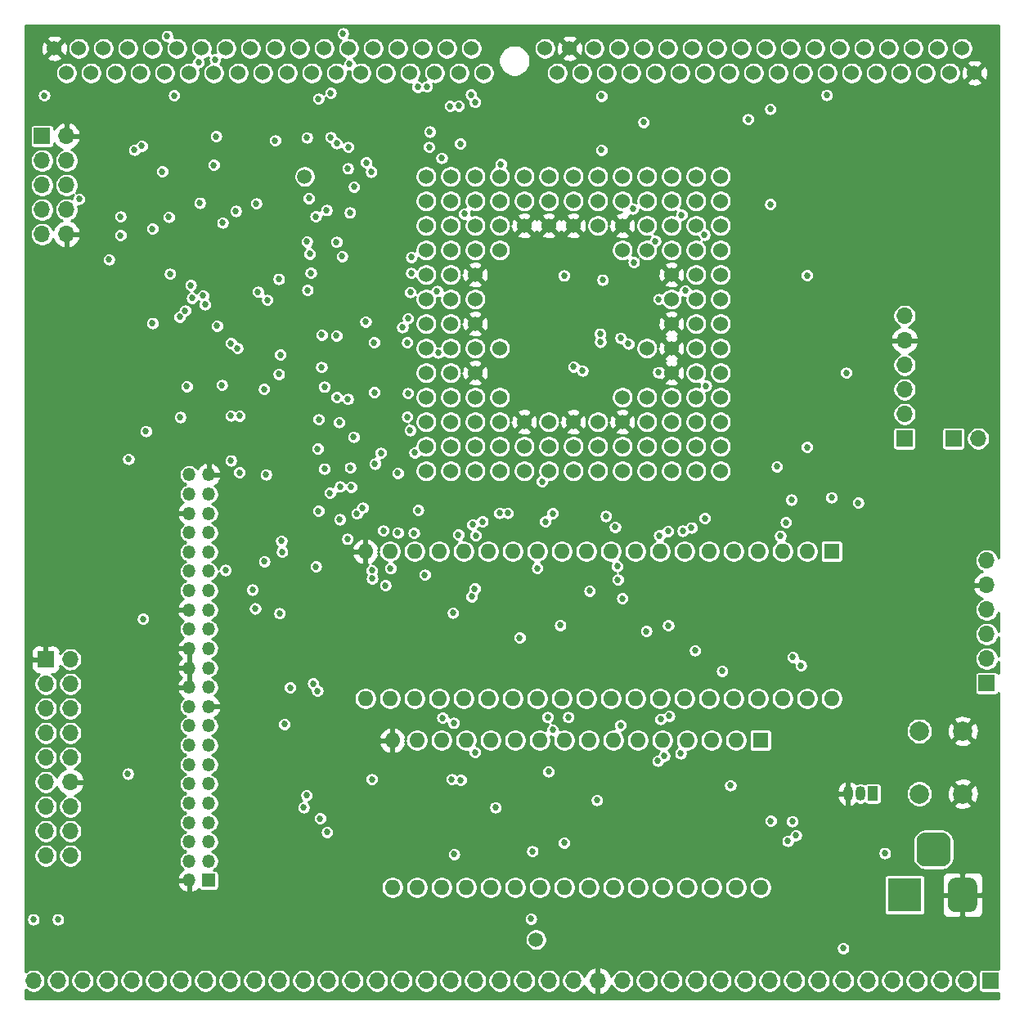
<source format=gbr>
G04 #@! TF.GenerationSoftware,KiCad,Pcbnew,(5.1.5)-3*
G04 #@! TF.CreationDate,2020-06-21T17:55:31-07:00*
G04 #@! TF.ProjectId,CB030 redesign,43423033-3020-4726-9564-657369676e2e,rev?*
G04 #@! TF.SameCoordinates,Original*
G04 #@! TF.FileFunction,Copper,L3,Inr*
G04 #@! TF.FilePolarity,Positive*
%FSLAX46Y46*%
G04 Gerber Fmt 4.6, Leading zero omitted, Abs format (unit mm)*
G04 Created by KiCad (PCBNEW (5.1.5)-3) date 2020-06-21 17:55:31*
%MOMM*%
%LPD*%
G04 APERTURE LIST*
%ADD10O,1.700000X1.700000*%
%ADD11R,1.700000X1.700000*%
%ADD12C,1.524000*%
%ADD13R,1.350000X1.350000*%
%ADD14O,1.350000X1.350000*%
%ADD15R,3.500000X3.500000*%
%ADD16C,0.100000*%
%ADD17C,2.000000*%
%ADD18C,1.500000*%
%ADD19R,1.600000X1.600000*%
%ADD20O,1.600000X1.600000*%
%ADD21O,1.050000X1.500000*%
%ADD22R,1.050000X1.500000*%
%ADD23C,0.685800*%
%ADD24C,0.254000*%
G04 APERTURE END LIST*
D10*
X20320000Y-101600000D03*
X17780000Y-101600000D03*
X20320000Y-99060000D03*
X17780000Y-99060000D03*
X20320000Y-96520000D03*
X17780000Y-96520000D03*
X20320000Y-93980000D03*
X17780000Y-93980000D03*
X20320000Y-91440000D03*
X17780000Y-91440000D03*
X20320000Y-88900000D03*
X17780000Y-88900000D03*
X20320000Y-86360000D03*
X17780000Y-86360000D03*
X20320000Y-83820000D03*
X17780000Y-83820000D03*
X20320000Y-81280000D03*
D11*
X17780000Y-81280000D03*
D10*
X114300000Y-58420000D03*
D11*
X111760000Y-58420000D03*
D12*
X57150000Y-31305500D03*
X57150000Y-33845500D03*
X57150000Y-36385500D03*
X57150000Y-38925500D03*
X57150000Y-41465500D03*
X57150000Y-44005500D03*
X57150000Y-46545500D03*
X57150000Y-49085500D03*
X57150000Y-51625500D03*
X57150000Y-54165500D03*
X57150000Y-56705500D03*
X57150000Y-59245500D03*
X57150000Y-61785500D03*
X59690000Y-31305500D03*
X59690000Y-33845500D03*
X59690000Y-36385500D03*
X59690000Y-38925500D03*
X59690000Y-41465500D03*
X59690000Y-44005500D03*
X59690000Y-46545500D03*
X59690000Y-49085500D03*
X59690000Y-51625500D03*
X59690000Y-54165500D03*
X59690000Y-56705500D03*
X59690000Y-59245500D03*
X59690000Y-61785500D03*
X62230000Y-31305500D03*
X62230000Y-33845500D03*
X62230000Y-36385500D03*
X62230000Y-38925500D03*
X62230000Y-41465500D03*
X62230000Y-44005500D03*
X62230000Y-46545500D03*
X62230000Y-49085500D03*
X62230000Y-51625500D03*
X62230000Y-54165500D03*
X62230000Y-56705500D03*
X62230000Y-59245500D03*
X62230000Y-61785500D03*
X64770000Y-31305500D03*
X64770000Y-33845500D03*
X64770000Y-36385500D03*
X64770000Y-38925500D03*
X64770000Y-49085500D03*
X64770000Y-54165500D03*
X64770000Y-56705500D03*
X64770000Y-59245500D03*
X64770000Y-61785500D03*
X67310000Y-31305500D03*
X67310000Y-33845500D03*
X67310000Y-36385500D03*
X67310000Y-56705500D03*
X67310000Y-59245500D03*
X67310000Y-61785500D03*
X69850000Y-31305500D03*
X69850000Y-33845500D03*
X69850000Y-36385500D03*
X69850000Y-56705500D03*
X69850000Y-59245500D03*
X69850000Y-61785500D03*
X72390000Y-31305500D03*
X72390000Y-33845500D03*
X72390000Y-36385500D03*
X72390000Y-56705500D03*
X72390000Y-59245500D03*
X72390000Y-61785500D03*
X74930000Y-31305500D03*
X74930000Y-33845500D03*
X74930000Y-36385500D03*
X74930000Y-56705500D03*
X74930000Y-59245500D03*
X74930000Y-61785500D03*
X77470000Y-31305500D03*
X77470000Y-33845500D03*
X77470000Y-36385500D03*
X77470000Y-38925500D03*
X77470000Y-54165500D03*
X77470000Y-56705500D03*
X77470000Y-59245500D03*
X77470000Y-61785500D03*
X80010000Y-31305500D03*
X80010000Y-33845500D03*
X80010000Y-36385500D03*
X80010000Y-38925500D03*
X80010000Y-49085500D03*
X80010000Y-54165500D03*
X80010000Y-56705500D03*
X80010000Y-59245500D03*
X80010000Y-61785500D03*
X82550000Y-31305500D03*
X82550000Y-33845500D03*
X82550000Y-36385500D03*
X82550000Y-38925500D03*
X82550000Y-41465500D03*
X82550000Y-44005500D03*
X82550000Y-46545500D03*
X82550000Y-49085500D03*
X82550000Y-51625500D03*
X82550000Y-54165500D03*
X82550000Y-56705500D03*
X82550000Y-59245500D03*
X82550000Y-61785500D03*
X85090000Y-31305500D03*
X85090000Y-33845500D03*
X85090000Y-36385500D03*
X85090000Y-38925500D03*
X85090000Y-41465500D03*
X85090000Y-44005500D03*
X85090000Y-46545500D03*
X85090000Y-49085500D03*
X85090000Y-51625500D03*
X85090000Y-54165500D03*
X85090000Y-56705500D03*
X85090000Y-59245500D03*
X85090000Y-61785500D03*
X87630000Y-31305500D03*
X87630000Y-33845500D03*
X87630000Y-36385500D03*
X87630000Y-38925500D03*
X87630000Y-41465500D03*
X87630000Y-44005500D03*
X87630000Y-46545500D03*
X87630000Y-49085500D03*
X87630000Y-51625500D03*
X87630000Y-54165500D03*
X87630000Y-56705500D03*
X87630000Y-59245500D03*
X87630000Y-61785500D03*
D13*
X34639000Y-104170000D03*
D14*
X32639000Y-104170000D03*
X34639000Y-102170000D03*
X32639000Y-102170000D03*
X34639000Y-100170000D03*
X32639000Y-100170000D03*
X34639000Y-98170000D03*
X32639000Y-98170000D03*
X34639000Y-96170000D03*
X32639000Y-96170000D03*
X34639000Y-94170000D03*
X32639000Y-94170000D03*
X34639000Y-92170000D03*
X32639000Y-92170000D03*
X34639000Y-90170000D03*
X32639000Y-90170000D03*
X34639000Y-88170000D03*
X32639000Y-88170000D03*
X34639000Y-86170000D03*
X32639000Y-86170000D03*
X34639000Y-84170000D03*
X32639000Y-84170000D03*
X34639000Y-82170000D03*
X32639000Y-82170000D03*
X34639000Y-80170000D03*
X32639000Y-80170000D03*
X34639000Y-78170000D03*
X32639000Y-78170000D03*
X34639000Y-76170000D03*
X32639000Y-76170000D03*
X34639000Y-74170000D03*
X32639000Y-74170000D03*
X34639000Y-72170000D03*
X32639000Y-72170000D03*
X34639000Y-70170000D03*
X32639000Y-70170000D03*
X34639000Y-68170000D03*
X32639000Y-68170000D03*
X34639000Y-66170000D03*
X32639000Y-66170000D03*
X34639000Y-64170000D03*
X32639000Y-64170000D03*
X34639000Y-62170000D03*
X32639000Y-62170000D03*
D12*
X18669000Y-18034000D03*
X19939000Y-20574000D03*
X21209000Y-18034000D03*
X22479000Y-20574000D03*
X23749000Y-18034000D03*
X25019000Y-20574000D03*
X26289000Y-18034000D03*
X27559000Y-20574000D03*
X28829000Y-18034000D03*
X30099000Y-20574000D03*
X31369000Y-18034000D03*
X32639000Y-20574000D03*
X33909000Y-18034000D03*
X35179000Y-20574000D03*
X36449000Y-18034000D03*
X37719000Y-20574000D03*
X38989000Y-18034000D03*
X40259000Y-20574000D03*
X41529000Y-18034000D03*
X42799000Y-20574000D03*
X44069000Y-18034000D03*
X45339000Y-20574000D03*
X46609000Y-18034000D03*
X47879000Y-20574000D03*
X49149000Y-18034000D03*
X50419000Y-20574000D03*
X51689000Y-18034000D03*
X52959000Y-20574000D03*
X54229000Y-18034000D03*
X55499000Y-20574000D03*
X56769000Y-18034000D03*
X58039000Y-20574000D03*
X59309000Y-18034000D03*
X60579000Y-20574000D03*
X61849000Y-18034000D03*
X63119000Y-20574000D03*
X69469000Y-18034000D03*
X70739000Y-20574000D03*
X72009000Y-18034000D03*
X73279000Y-20574000D03*
X74549000Y-18034000D03*
X75819000Y-20574000D03*
X77089000Y-18034000D03*
X78359000Y-20574000D03*
X79629000Y-18034000D03*
X80899000Y-20574000D03*
X82169000Y-18034000D03*
X83439000Y-20574000D03*
X84709000Y-18034000D03*
X85979000Y-20574000D03*
X87249000Y-18034000D03*
X88519000Y-20574000D03*
X89789000Y-18034000D03*
X91059000Y-20574000D03*
X92329000Y-18034000D03*
X93599000Y-20574000D03*
X94869000Y-18034000D03*
X96139000Y-20574000D03*
X97409000Y-18034000D03*
X98679000Y-20574000D03*
X99949000Y-18034000D03*
X101219000Y-20574000D03*
X102489000Y-18034000D03*
X103759000Y-20574000D03*
X105029000Y-18034000D03*
X106299000Y-20574000D03*
X107569000Y-18034000D03*
X108839000Y-20574000D03*
X110109000Y-18034000D03*
X111379000Y-20574000D03*
X112649000Y-18034000D03*
X113919000Y-20574000D03*
D11*
X106680000Y-58420000D03*
D10*
X106680000Y-55880000D03*
X106680000Y-53340000D03*
X106680000Y-50800000D03*
X106680000Y-48260000D03*
X106680000Y-45720000D03*
D11*
X115189000Y-83756500D03*
D10*
X115189000Y-81216500D03*
X115189000Y-78676500D03*
X115189000Y-76136500D03*
X115189000Y-73596500D03*
X115189000Y-71056500D03*
D11*
X17399000Y-27114500D03*
D10*
X19939000Y-27114500D03*
X17399000Y-29654500D03*
X19939000Y-29654500D03*
X17399000Y-32194500D03*
X19939000Y-32194500D03*
X17399000Y-34734500D03*
X19939000Y-34734500D03*
X17399000Y-37274500D03*
X19939000Y-37274500D03*
D15*
X106680000Y-105664000D03*
G04 #@! TA.AperFunction,ViaPad*
D16*
G36*
X113503513Y-103917611D02*
G01*
X113576318Y-103928411D01*
X113647714Y-103946295D01*
X113717013Y-103971090D01*
X113783548Y-104002559D01*
X113846678Y-104040398D01*
X113905795Y-104084242D01*
X113960330Y-104133670D01*
X114009758Y-104188205D01*
X114053602Y-104247322D01*
X114091441Y-104310452D01*
X114122910Y-104376987D01*
X114147705Y-104446286D01*
X114165589Y-104517682D01*
X114176389Y-104590487D01*
X114180000Y-104664000D01*
X114180000Y-106664000D01*
X114176389Y-106737513D01*
X114165589Y-106810318D01*
X114147705Y-106881714D01*
X114122910Y-106951013D01*
X114091441Y-107017548D01*
X114053602Y-107080678D01*
X114009758Y-107139795D01*
X113960330Y-107194330D01*
X113905795Y-107243758D01*
X113846678Y-107287602D01*
X113783548Y-107325441D01*
X113717013Y-107356910D01*
X113647714Y-107381705D01*
X113576318Y-107399589D01*
X113503513Y-107410389D01*
X113430000Y-107414000D01*
X111930000Y-107414000D01*
X111856487Y-107410389D01*
X111783682Y-107399589D01*
X111712286Y-107381705D01*
X111642987Y-107356910D01*
X111576452Y-107325441D01*
X111513322Y-107287602D01*
X111454205Y-107243758D01*
X111399670Y-107194330D01*
X111350242Y-107139795D01*
X111306398Y-107080678D01*
X111268559Y-107017548D01*
X111237090Y-106951013D01*
X111212295Y-106881714D01*
X111194411Y-106810318D01*
X111183611Y-106737513D01*
X111180000Y-106664000D01*
X111180000Y-104664000D01*
X111183611Y-104590487D01*
X111194411Y-104517682D01*
X111212295Y-104446286D01*
X111237090Y-104376987D01*
X111268559Y-104310452D01*
X111306398Y-104247322D01*
X111350242Y-104188205D01*
X111399670Y-104133670D01*
X111454205Y-104084242D01*
X111513322Y-104040398D01*
X111576452Y-104002559D01*
X111642987Y-103971090D01*
X111712286Y-103946295D01*
X111783682Y-103928411D01*
X111856487Y-103917611D01*
X111930000Y-103914000D01*
X113430000Y-103914000D01*
X113503513Y-103917611D01*
G37*
G04 #@! TD.AperFunction*
G04 #@! TA.AperFunction,ViaPad*
G36*
X110640765Y-99218213D02*
G01*
X110725704Y-99230813D01*
X110808999Y-99251677D01*
X110889848Y-99280605D01*
X110967472Y-99317319D01*
X111041124Y-99361464D01*
X111110094Y-99412616D01*
X111173718Y-99470282D01*
X111231384Y-99533906D01*
X111282536Y-99602876D01*
X111326681Y-99676528D01*
X111363395Y-99754152D01*
X111392323Y-99835001D01*
X111413187Y-99918296D01*
X111425787Y-100003235D01*
X111430000Y-100089000D01*
X111430000Y-101839000D01*
X111425787Y-101924765D01*
X111413187Y-102009704D01*
X111392323Y-102092999D01*
X111363395Y-102173848D01*
X111326681Y-102251472D01*
X111282536Y-102325124D01*
X111231384Y-102394094D01*
X111173718Y-102457718D01*
X111110094Y-102515384D01*
X111041124Y-102566536D01*
X110967472Y-102610681D01*
X110889848Y-102647395D01*
X110808999Y-102676323D01*
X110725704Y-102697187D01*
X110640765Y-102709787D01*
X110555000Y-102714000D01*
X108805000Y-102714000D01*
X108719235Y-102709787D01*
X108634296Y-102697187D01*
X108551001Y-102676323D01*
X108470152Y-102647395D01*
X108392528Y-102610681D01*
X108318876Y-102566536D01*
X108249906Y-102515384D01*
X108186282Y-102457718D01*
X108128616Y-102394094D01*
X108077464Y-102325124D01*
X108033319Y-102251472D01*
X107996605Y-102173848D01*
X107967677Y-102092999D01*
X107946813Y-102009704D01*
X107934213Y-101924765D01*
X107930000Y-101839000D01*
X107930000Y-100089000D01*
X107934213Y-100003235D01*
X107946813Y-99918296D01*
X107967677Y-99835001D01*
X107996605Y-99754152D01*
X108033319Y-99676528D01*
X108077464Y-99602876D01*
X108128616Y-99533906D01*
X108186282Y-99470282D01*
X108249906Y-99412616D01*
X108318876Y-99361464D01*
X108392528Y-99317319D01*
X108470152Y-99280605D01*
X108551001Y-99251677D01*
X108634296Y-99230813D01*
X108719235Y-99218213D01*
X108805000Y-99214000D01*
X110555000Y-99214000D01*
X110640765Y-99218213D01*
G37*
G04 #@! TD.AperFunction*
D11*
X115570000Y-114554000D03*
D10*
X113030000Y-114554000D03*
X110490000Y-114554000D03*
X107950000Y-114554000D03*
X105410000Y-114554000D03*
X102870000Y-114554000D03*
X100330000Y-114554000D03*
X97790000Y-114554000D03*
X95250000Y-114554000D03*
X92710000Y-114554000D03*
X90170000Y-114554000D03*
X87630000Y-114554000D03*
X85090000Y-114554000D03*
X82550000Y-114554000D03*
X80010000Y-114554000D03*
X77470000Y-114554000D03*
X74930000Y-114554000D03*
X72390000Y-114554000D03*
X69850000Y-114554000D03*
X67310000Y-114554000D03*
X64770000Y-114554000D03*
X62230000Y-114554000D03*
X59690000Y-114554000D03*
X57150000Y-114554000D03*
X54610000Y-114554000D03*
X52070000Y-114554000D03*
X49530000Y-114554000D03*
X46990000Y-114554000D03*
X44450000Y-114554000D03*
X41910000Y-114554000D03*
X39370000Y-114554000D03*
X36830000Y-114554000D03*
X34290000Y-114554000D03*
X31750000Y-114554000D03*
X29210000Y-114554000D03*
X26670000Y-114554000D03*
X24130000Y-114554000D03*
X21590000Y-114554000D03*
X19050000Y-114554000D03*
X16510000Y-114554000D03*
D17*
X108212000Y-88709500D03*
X112712000Y-88709500D03*
X108212000Y-95209500D03*
X112712000Y-95209500D03*
D18*
X44577000Y-31305500D03*
X68516500Y-110300000D03*
D19*
X91757500Y-89662000D03*
D20*
X53657500Y-104902000D03*
X89217500Y-89662000D03*
X56197500Y-104902000D03*
X86677500Y-89662000D03*
X58737500Y-104902000D03*
X84137500Y-89662000D03*
X61277500Y-104902000D03*
X81597500Y-89662000D03*
X63817500Y-104902000D03*
X79057500Y-89662000D03*
X66357500Y-104902000D03*
X76517500Y-89662000D03*
X68897500Y-104902000D03*
X73977500Y-89662000D03*
X71437500Y-104902000D03*
X71437500Y-89662000D03*
X73977500Y-104902000D03*
X68897500Y-89662000D03*
X76517500Y-104902000D03*
X66357500Y-89662000D03*
X79057500Y-104902000D03*
X63817500Y-89662000D03*
X81597500Y-104902000D03*
X61277500Y-89662000D03*
X84137500Y-104902000D03*
X58737500Y-89662000D03*
X86677500Y-104902000D03*
X56197500Y-89662000D03*
X89217500Y-104902000D03*
X53657500Y-89662000D03*
X91757500Y-104902000D03*
D19*
X99123500Y-70104000D03*
D20*
X50863500Y-85344000D03*
X96583500Y-70104000D03*
X53403500Y-85344000D03*
X94043500Y-70104000D03*
X55943500Y-85344000D03*
X91503500Y-70104000D03*
X58483500Y-85344000D03*
X88963500Y-70104000D03*
X61023500Y-85344000D03*
X86423500Y-70104000D03*
X63563500Y-85344000D03*
X83883500Y-70104000D03*
X66103500Y-85344000D03*
X81343500Y-70104000D03*
X68643500Y-85344000D03*
X78803500Y-70104000D03*
X71183500Y-85344000D03*
X76263500Y-70104000D03*
X73723500Y-85344000D03*
X73723500Y-70104000D03*
X76263500Y-85344000D03*
X71183500Y-70104000D03*
X78803500Y-85344000D03*
X68643500Y-70104000D03*
X81343500Y-85344000D03*
X66103500Y-70104000D03*
X83883500Y-85344000D03*
X63563500Y-70104000D03*
X86423500Y-85344000D03*
X61023500Y-70104000D03*
X88963500Y-85344000D03*
X58483500Y-70104000D03*
X91503500Y-85344000D03*
X55943500Y-70104000D03*
X94043500Y-85344000D03*
X53403500Y-70104000D03*
X96583500Y-85344000D03*
X50863500Y-70104000D03*
X99123500Y-85344000D03*
D21*
X102108000Y-95186500D03*
X100838000Y-95186500D03*
D22*
X103378000Y-95186500D03*
D23*
X100140000Y-101346000D03*
X100330000Y-103696000D03*
X30099000Y-27749500D03*
X55499000Y-27686000D03*
X67691000Y-41402000D03*
X67691000Y-44005500D03*
X67691000Y-46609000D03*
X67691000Y-51625500D03*
X71691500Y-54165500D03*
X76771500Y-51625500D03*
X71691500Y-38925500D03*
X76771500Y-41465500D03*
X76771500Y-44005500D03*
X76771500Y-46609000D03*
X40894000Y-67818000D03*
X40894000Y-65532000D03*
X91821000Y-99187000D03*
X99123500Y-79756000D03*
X33655000Y-38544500D03*
X30162500Y-40005000D03*
X39560500Y-38544500D03*
X30162500Y-43243500D03*
X28892500Y-41973500D03*
X31051500Y-34036000D03*
X41787000Y-46486000D03*
X34988500Y-53022500D03*
X28826000Y-51686000D03*
X41783000Y-36703000D03*
X38231000Y-53026500D03*
X37465000Y-41910000D03*
X35623500Y-48514000D03*
X32385000Y-48577500D03*
X97409000Y-27686000D03*
X40894000Y-63182500D03*
X72390000Y-108077000D03*
X40894000Y-78041500D03*
X91757500Y-46418500D03*
X36551100Y-33824500D03*
X20962100Y-50085400D03*
X20826000Y-43981900D03*
X112664000Y-69917400D03*
X112653000Y-82089000D03*
X100330000Y-111188000D03*
X104648000Y-101346000D03*
X19050000Y-108204000D03*
X16510000Y-108204000D03*
X39560500Y-34099500D03*
X33718500Y-34036000D03*
X28829000Y-36703000D03*
X28829000Y-46482000D03*
X41910000Y-41910000D03*
X41910000Y-51752500D03*
X36004500Y-52895500D03*
X32385000Y-53022500D03*
X48450500Y-39560500D03*
X100648000Y-51625500D03*
X96583500Y-59309000D03*
X46355000Y-47688500D03*
X96583500Y-41529000D03*
X81219900Y-44005500D03*
X58420000Y-49538300D03*
X55888000Y-68197200D03*
X45740900Y-71672600D03*
X37451300Y-34877100D03*
X74843900Y-95859800D03*
X70244600Y-88570400D03*
X44476900Y-96605600D03*
X64344300Y-96605600D03*
X36951200Y-48562000D03*
X46841200Y-34786000D03*
X95943300Y-81927000D03*
X49286700Y-61444000D03*
X94960900Y-64767300D03*
X49047700Y-54341500D03*
X45730100Y-35436000D03*
X46012500Y-65907300D03*
X81282600Y-68450200D03*
X99123500Y-64521500D03*
X61953000Y-67316000D03*
X83733100Y-67979700D03*
X37613100Y-49086000D03*
X54226400Y-61999000D03*
X26338200Y-60544300D03*
X60510400Y-23986800D03*
X30337300Y-16762500D03*
X54220300Y-68159900D03*
X27852300Y-77097500D03*
X59642000Y-24000300D03*
X46001300Y-23255500D03*
X35166800Y-30100400D03*
X57211100Y-21997400D03*
X28145600Y-57658400D03*
X52462600Y-59921800D03*
X52729400Y-67964200D03*
X49225800Y-19669200D03*
X61799600Y-22816200D03*
X32207600Y-45186000D03*
X31633900Y-45836000D03*
X34073800Y-43611700D03*
X34261000Y-44540600D03*
X35508200Y-46757300D03*
X36080100Y-36076600D03*
X32783000Y-42545400D03*
X33577800Y-19482800D03*
X35301600Y-19171700D03*
X49040800Y-30469200D03*
X51536500Y-72059700D03*
X52931500Y-73628800D03*
X41518800Y-27571700D03*
X62206900Y-23605900D03*
X47267700Y-22645300D03*
X51764400Y-48479200D03*
X55192500Y-48479200D03*
X39171600Y-74081100D03*
X51569500Y-72926400D03*
X49097600Y-28258200D03*
X57463700Y-28258200D03*
X48540000Y-16507100D03*
X21226400Y-33626200D03*
X32922500Y-43886000D03*
X35407700Y-27135700D03*
X57523800Y-26664000D03*
X56275500Y-22035100D03*
X24323200Y-39888800D03*
X25504900Y-35451400D03*
X29837600Y-30770300D03*
X31056900Y-22898100D03*
X17620000Y-22898100D03*
X53471800Y-71864900D03*
X49007900Y-68823600D03*
X47891600Y-27872500D03*
X79656300Y-25673500D03*
X93464700Y-61327800D03*
X42246500Y-70163400D03*
X42478200Y-88003200D03*
X78538800Y-34635200D03*
X75774900Y-66455500D03*
X69488400Y-67015000D03*
X71036000Y-77748600D03*
X58846500Y-87335300D03*
X93817300Y-68495300D03*
X79940200Y-78357600D03*
X81123700Y-91787400D03*
X90483800Y-25380600D03*
X94389100Y-67095800D03*
X82215600Y-77778300D03*
X81414400Y-87478000D03*
X60007100Y-87872900D03*
X95050000Y-98046300D03*
X98633300Y-22861500D03*
X94585200Y-100076900D03*
X95436300Y-99490600D03*
X95105100Y-81050000D03*
X45891700Y-84535800D03*
X101878800Y-65076300D03*
X45457500Y-83784000D03*
X87794700Y-82498800D03*
X30648100Y-41375500D03*
X27717700Y-28134600D03*
X30522400Y-35487300D03*
X26937000Y-28539800D03*
X25516600Y-37386000D03*
X46037900Y-56448000D03*
X46622700Y-61552000D03*
X76934600Y-71639800D03*
X66835300Y-79032400D03*
X69729300Y-87278600D03*
X71879500Y-87278600D03*
X48144100Y-56735600D03*
X49991400Y-66193000D03*
X65591900Y-66138200D03*
X68647600Y-71837000D03*
X55192400Y-56170300D03*
X62280900Y-68474000D03*
X57022500Y-72537500D03*
X69146700Y-62882600D03*
X31693500Y-56213600D03*
X36385800Y-72049200D03*
X62993900Y-67015000D03*
X55497600Y-57563400D03*
X49656600Y-58253800D03*
X50584400Y-65600000D03*
X64741200Y-66138200D03*
X61860400Y-74791900D03*
X59936400Y-76471300D03*
X62212300Y-90910600D03*
X82324900Y-87150600D03*
X45934100Y-59475000D03*
X48223500Y-66797400D03*
X70253100Y-66162000D03*
X55974400Y-59880500D03*
X56323800Y-65833100D03*
X84617400Y-67648400D03*
X81187000Y-51563800D03*
X82200300Y-68018000D03*
X44874000Y-43053000D03*
X60058400Y-101458300D03*
X46895500Y-99175400D03*
X49275200Y-35040500D03*
X75433300Y-41994900D03*
X77453700Y-74979200D03*
X60742300Y-93770500D03*
X81797900Y-91275100D03*
X77007900Y-73049200D03*
X86122000Y-52962400D03*
X44816900Y-38036000D03*
X92832100Y-98001400D03*
X45215200Y-41286000D03*
X42052500Y-49736000D03*
X41986000Y-76525300D03*
X68000700Y-108154900D03*
X68157500Y-101149700D03*
X88649500Y-94331500D03*
X71423600Y-41560900D03*
X73337300Y-51408400D03*
X55624800Y-39659200D03*
X55506600Y-43275000D03*
X78102100Y-48609200D03*
X54696900Y-46904100D03*
X58284800Y-43162100D03*
X77292100Y-48007200D03*
X83971800Y-43126700D03*
X50887500Y-46332300D03*
X50947800Y-29850300D03*
X58761300Y-29380100D03*
X61106900Y-35155900D03*
X78655300Y-40177800D03*
X80870700Y-37983400D03*
X75308000Y-22963500D03*
X75308000Y-28562800D03*
X83605700Y-35264800D03*
X85959300Y-37335500D03*
X55612700Y-41298100D03*
X72422300Y-50996200D03*
X75157300Y-47581900D03*
X49682900Y-32361100D03*
X51478100Y-30812300D03*
X60683400Y-27892800D03*
X64893000Y-30025600D03*
X92780300Y-24312400D03*
X92780300Y-34173200D03*
X45104600Y-39305300D03*
X47259800Y-27240800D03*
X47878700Y-38083400D03*
X47878700Y-47771100D03*
X75187200Y-48420600D03*
X46317100Y-51036000D03*
X47194000Y-64050400D03*
X46622200Y-53073400D03*
X48249000Y-63400300D03*
X47896200Y-54145800D03*
X49392700Y-63447700D03*
X55278800Y-53740000D03*
X42173200Y-69019700D03*
X40378300Y-53308700D03*
X37828400Y-56072700D03*
X37828400Y-61940400D03*
X40572800Y-62150000D03*
X39457500Y-76028000D03*
X62193600Y-73950200D03*
X60493800Y-68368400D03*
X76717500Y-67586800D03*
X51783100Y-53632000D03*
X51852400Y-61034400D03*
X36938100Y-56061100D03*
X36938100Y-60706000D03*
X55278500Y-45986300D03*
X44801600Y-27266700D03*
X51528600Y-93700800D03*
X59794200Y-93700800D03*
X71437500Y-100272800D03*
X46186800Y-97751500D03*
X45009600Y-33546300D03*
X39740900Y-43236000D03*
X40402500Y-71147800D03*
X86000600Y-66677600D03*
X77274300Y-88110600D03*
X74075700Y-74194400D03*
X43071400Y-84203900D03*
X40717200Y-44085200D03*
X44780700Y-95351700D03*
X83492000Y-91016800D03*
X84994100Y-80358000D03*
X26269100Y-93125300D03*
X69814200Y-92893500D03*
D24*
G36*
X116384000Y-70754277D02*
G01*
X116372693Y-70697431D01*
X116279898Y-70473403D01*
X116145180Y-70271783D01*
X115973717Y-70100320D01*
X115772097Y-69965602D01*
X115548069Y-69872807D01*
X115310243Y-69825500D01*
X115067757Y-69825500D01*
X114829931Y-69872807D01*
X114605903Y-69965602D01*
X114404283Y-70100320D01*
X114232820Y-70271783D01*
X114098102Y-70473403D01*
X114005307Y-70697431D01*
X113958000Y-70935257D01*
X113958000Y-71177743D01*
X114005307Y-71415569D01*
X114098102Y-71639597D01*
X114232820Y-71841217D01*
X114404283Y-72012680D01*
X114605903Y-72147398D01*
X114720168Y-72194728D01*
X114557748Y-72252343D01*
X114307645Y-72401322D01*
X114091412Y-72596231D01*
X113917359Y-72829580D01*
X113792175Y-73092401D01*
X113747524Y-73239610D01*
X113868845Y-73469500D01*
X115062000Y-73469500D01*
X115062000Y-73449500D01*
X115316000Y-73449500D01*
X115316000Y-73469500D01*
X115336000Y-73469500D01*
X115336000Y-73723500D01*
X115316000Y-73723500D01*
X115316000Y-73743500D01*
X115062000Y-73743500D01*
X115062000Y-73723500D01*
X113868845Y-73723500D01*
X113747524Y-73953390D01*
X113792175Y-74100599D01*
X113917359Y-74363420D01*
X114091412Y-74596769D01*
X114307645Y-74791678D01*
X114557748Y-74940657D01*
X114720168Y-74998272D01*
X114605903Y-75045602D01*
X114404283Y-75180320D01*
X114232820Y-75351783D01*
X114098102Y-75553403D01*
X114005307Y-75777431D01*
X113958000Y-76015257D01*
X113958000Y-76257743D01*
X114005307Y-76495569D01*
X114098102Y-76719597D01*
X114232820Y-76921217D01*
X114404283Y-77092680D01*
X114605903Y-77227398D01*
X114829931Y-77320193D01*
X115067757Y-77367500D01*
X115310243Y-77367500D01*
X115548069Y-77320193D01*
X115772097Y-77227398D01*
X115973717Y-77092680D01*
X116145180Y-76921217D01*
X116279898Y-76719597D01*
X116372693Y-76495569D01*
X116384000Y-76438723D01*
X116384000Y-78374276D01*
X116372693Y-78317431D01*
X116279898Y-78093403D01*
X116145180Y-77891783D01*
X115973717Y-77720320D01*
X115772097Y-77585602D01*
X115548069Y-77492807D01*
X115310243Y-77445500D01*
X115067757Y-77445500D01*
X114829931Y-77492807D01*
X114605903Y-77585602D01*
X114404283Y-77720320D01*
X114232820Y-77891783D01*
X114098102Y-78093403D01*
X114005307Y-78317431D01*
X113958000Y-78555257D01*
X113958000Y-78797743D01*
X114005307Y-79035569D01*
X114098102Y-79259597D01*
X114232820Y-79461217D01*
X114404283Y-79632680D01*
X114605903Y-79767398D01*
X114829931Y-79860193D01*
X115067757Y-79907500D01*
X115310243Y-79907500D01*
X115548069Y-79860193D01*
X115772097Y-79767398D01*
X115973717Y-79632680D01*
X116145180Y-79461217D01*
X116279898Y-79259597D01*
X116372693Y-79035569D01*
X116384000Y-78978724D01*
X116384000Y-80914276D01*
X116372693Y-80857431D01*
X116279898Y-80633403D01*
X116145180Y-80431783D01*
X115973717Y-80260320D01*
X115772097Y-80125602D01*
X115548069Y-80032807D01*
X115310243Y-79985500D01*
X115067757Y-79985500D01*
X114829931Y-80032807D01*
X114605903Y-80125602D01*
X114404283Y-80260320D01*
X114232820Y-80431783D01*
X114098102Y-80633403D01*
X114005307Y-80857431D01*
X113958000Y-81095257D01*
X113958000Y-81337743D01*
X114005307Y-81575569D01*
X114098102Y-81799597D01*
X114232820Y-82001217D01*
X114404283Y-82172680D01*
X114605903Y-82307398D01*
X114829931Y-82400193D01*
X115067757Y-82447500D01*
X115310243Y-82447500D01*
X115548069Y-82400193D01*
X115772097Y-82307398D01*
X115973717Y-82172680D01*
X116145180Y-82001217D01*
X116279898Y-81799597D01*
X116372693Y-81575569D01*
X116384000Y-81518724D01*
X116384000Y-82743715D01*
X116357322Y-82693804D01*
X116309711Y-82635789D01*
X116251696Y-82588178D01*
X116185508Y-82552799D01*
X116113689Y-82531013D01*
X116039000Y-82523657D01*
X114339000Y-82523657D01*
X114264311Y-82531013D01*
X114192492Y-82552799D01*
X114126304Y-82588178D01*
X114068289Y-82635789D01*
X114020678Y-82693804D01*
X113985299Y-82759992D01*
X113963513Y-82831811D01*
X113956157Y-82906500D01*
X113956157Y-84606500D01*
X113963513Y-84681189D01*
X113985299Y-84753008D01*
X114020678Y-84819196D01*
X114068289Y-84877211D01*
X114126304Y-84924822D01*
X114192492Y-84960201D01*
X114264311Y-84981987D01*
X114339000Y-84989343D01*
X116039000Y-84989343D01*
X116113689Y-84981987D01*
X116185508Y-84960201D01*
X116251696Y-84924822D01*
X116309711Y-84877211D01*
X116357322Y-84819196D01*
X116384000Y-84769285D01*
X116384000Y-113321157D01*
X114720000Y-113321157D01*
X114645311Y-113328513D01*
X114573492Y-113350299D01*
X114507304Y-113385678D01*
X114449289Y-113433289D01*
X114401678Y-113491304D01*
X114366299Y-113557492D01*
X114344513Y-113629311D01*
X114337157Y-113704000D01*
X114337157Y-115404000D01*
X114344513Y-115478689D01*
X114366299Y-115550508D01*
X114401678Y-115616696D01*
X114449289Y-115674711D01*
X114507304Y-115722322D01*
X114573492Y-115757701D01*
X114645311Y-115779487D01*
X114720000Y-115786843D01*
X116384000Y-115786843D01*
X116384000Y-116384000D01*
X15696000Y-116384000D01*
X15696000Y-115480897D01*
X15725283Y-115510180D01*
X15926903Y-115644898D01*
X16150931Y-115737693D01*
X16388757Y-115785000D01*
X16631243Y-115785000D01*
X16869069Y-115737693D01*
X17093097Y-115644898D01*
X17294717Y-115510180D01*
X17466180Y-115338717D01*
X17600898Y-115137097D01*
X17693693Y-114913069D01*
X17741000Y-114675243D01*
X17741000Y-114432757D01*
X17819000Y-114432757D01*
X17819000Y-114675243D01*
X17866307Y-114913069D01*
X17959102Y-115137097D01*
X18093820Y-115338717D01*
X18265283Y-115510180D01*
X18466903Y-115644898D01*
X18690931Y-115737693D01*
X18928757Y-115785000D01*
X19171243Y-115785000D01*
X19409069Y-115737693D01*
X19633097Y-115644898D01*
X19834717Y-115510180D01*
X20006180Y-115338717D01*
X20140898Y-115137097D01*
X20233693Y-114913069D01*
X20281000Y-114675243D01*
X20281000Y-114432757D01*
X20359000Y-114432757D01*
X20359000Y-114675243D01*
X20406307Y-114913069D01*
X20499102Y-115137097D01*
X20633820Y-115338717D01*
X20805283Y-115510180D01*
X21006903Y-115644898D01*
X21230931Y-115737693D01*
X21468757Y-115785000D01*
X21711243Y-115785000D01*
X21949069Y-115737693D01*
X22173097Y-115644898D01*
X22374717Y-115510180D01*
X22546180Y-115338717D01*
X22680898Y-115137097D01*
X22773693Y-114913069D01*
X22821000Y-114675243D01*
X22821000Y-114432757D01*
X22899000Y-114432757D01*
X22899000Y-114675243D01*
X22946307Y-114913069D01*
X23039102Y-115137097D01*
X23173820Y-115338717D01*
X23345283Y-115510180D01*
X23546903Y-115644898D01*
X23770931Y-115737693D01*
X24008757Y-115785000D01*
X24251243Y-115785000D01*
X24489069Y-115737693D01*
X24713097Y-115644898D01*
X24914717Y-115510180D01*
X25086180Y-115338717D01*
X25220898Y-115137097D01*
X25313693Y-114913069D01*
X25361000Y-114675243D01*
X25361000Y-114432757D01*
X25439000Y-114432757D01*
X25439000Y-114675243D01*
X25486307Y-114913069D01*
X25579102Y-115137097D01*
X25713820Y-115338717D01*
X25885283Y-115510180D01*
X26086903Y-115644898D01*
X26310931Y-115737693D01*
X26548757Y-115785000D01*
X26791243Y-115785000D01*
X27029069Y-115737693D01*
X27253097Y-115644898D01*
X27454717Y-115510180D01*
X27626180Y-115338717D01*
X27760898Y-115137097D01*
X27853693Y-114913069D01*
X27901000Y-114675243D01*
X27901000Y-114432757D01*
X27979000Y-114432757D01*
X27979000Y-114675243D01*
X28026307Y-114913069D01*
X28119102Y-115137097D01*
X28253820Y-115338717D01*
X28425283Y-115510180D01*
X28626903Y-115644898D01*
X28850931Y-115737693D01*
X29088757Y-115785000D01*
X29331243Y-115785000D01*
X29569069Y-115737693D01*
X29793097Y-115644898D01*
X29994717Y-115510180D01*
X30166180Y-115338717D01*
X30300898Y-115137097D01*
X30393693Y-114913069D01*
X30441000Y-114675243D01*
X30441000Y-114432757D01*
X30519000Y-114432757D01*
X30519000Y-114675243D01*
X30566307Y-114913069D01*
X30659102Y-115137097D01*
X30793820Y-115338717D01*
X30965283Y-115510180D01*
X31166903Y-115644898D01*
X31390931Y-115737693D01*
X31628757Y-115785000D01*
X31871243Y-115785000D01*
X32109069Y-115737693D01*
X32333097Y-115644898D01*
X32534717Y-115510180D01*
X32706180Y-115338717D01*
X32840898Y-115137097D01*
X32933693Y-114913069D01*
X32981000Y-114675243D01*
X32981000Y-114432757D01*
X33059000Y-114432757D01*
X33059000Y-114675243D01*
X33106307Y-114913069D01*
X33199102Y-115137097D01*
X33333820Y-115338717D01*
X33505283Y-115510180D01*
X33706903Y-115644898D01*
X33930931Y-115737693D01*
X34168757Y-115785000D01*
X34411243Y-115785000D01*
X34649069Y-115737693D01*
X34873097Y-115644898D01*
X35074717Y-115510180D01*
X35246180Y-115338717D01*
X35380898Y-115137097D01*
X35473693Y-114913069D01*
X35521000Y-114675243D01*
X35521000Y-114432757D01*
X35599000Y-114432757D01*
X35599000Y-114675243D01*
X35646307Y-114913069D01*
X35739102Y-115137097D01*
X35873820Y-115338717D01*
X36045283Y-115510180D01*
X36246903Y-115644898D01*
X36470931Y-115737693D01*
X36708757Y-115785000D01*
X36951243Y-115785000D01*
X37189069Y-115737693D01*
X37413097Y-115644898D01*
X37614717Y-115510180D01*
X37786180Y-115338717D01*
X37920898Y-115137097D01*
X38013693Y-114913069D01*
X38061000Y-114675243D01*
X38061000Y-114432757D01*
X38139000Y-114432757D01*
X38139000Y-114675243D01*
X38186307Y-114913069D01*
X38279102Y-115137097D01*
X38413820Y-115338717D01*
X38585283Y-115510180D01*
X38786903Y-115644898D01*
X39010931Y-115737693D01*
X39248757Y-115785000D01*
X39491243Y-115785000D01*
X39729069Y-115737693D01*
X39953097Y-115644898D01*
X40154717Y-115510180D01*
X40326180Y-115338717D01*
X40460898Y-115137097D01*
X40553693Y-114913069D01*
X40601000Y-114675243D01*
X40601000Y-114432757D01*
X40679000Y-114432757D01*
X40679000Y-114675243D01*
X40726307Y-114913069D01*
X40819102Y-115137097D01*
X40953820Y-115338717D01*
X41125283Y-115510180D01*
X41326903Y-115644898D01*
X41550931Y-115737693D01*
X41788757Y-115785000D01*
X42031243Y-115785000D01*
X42269069Y-115737693D01*
X42493097Y-115644898D01*
X42694717Y-115510180D01*
X42866180Y-115338717D01*
X43000898Y-115137097D01*
X43093693Y-114913069D01*
X43141000Y-114675243D01*
X43141000Y-114432757D01*
X43219000Y-114432757D01*
X43219000Y-114675243D01*
X43266307Y-114913069D01*
X43359102Y-115137097D01*
X43493820Y-115338717D01*
X43665283Y-115510180D01*
X43866903Y-115644898D01*
X44090931Y-115737693D01*
X44328757Y-115785000D01*
X44571243Y-115785000D01*
X44809069Y-115737693D01*
X45033097Y-115644898D01*
X45234717Y-115510180D01*
X45406180Y-115338717D01*
X45540898Y-115137097D01*
X45633693Y-114913069D01*
X45681000Y-114675243D01*
X45681000Y-114432757D01*
X45759000Y-114432757D01*
X45759000Y-114675243D01*
X45806307Y-114913069D01*
X45899102Y-115137097D01*
X46033820Y-115338717D01*
X46205283Y-115510180D01*
X46406903Y-115644898D01*
X46630931Y-115737693D01*
X46868757Y-115785000D01*
X47111243Y-115785000D01*
X47349069Y-115737693D01*
X47573097Y-115644898D01*
X47774717Y-115510180D01*
X47946180Y-115338717D01*
X48080898Y-115137097D01*
X48173693Y-114913069D01*
X48221000Y-114675243D01*
X48221000Y-114432757D01*
X48299000Y-114432757D01*
X48299000Y-114675243D01*
X48346307Y-114913069D01*
X48439102Y-115137097D01*
X48573820Y-115338717D01*
X48745283Y-115510180D01*
X48946903Y-115644898D01*
X49170931Y-115737693D01*
X49408757Y-115785000D01*
X49651243Y-115785000D01*
X49889069Y-115737693D01*
X50113097Y-115644898D01*
X50314717Y-115510180D01*
X50486180Y-115338717D01*
X50620898Y-115137097D01*
X50713693Y-114913069D01*
X50761000Y-114675243D01*
X50761000Y-114432757D01*
X50839000Y-114432757D01*
X50839000Y-114675243D01*
X50886307Y-114913069D01*
X50979102Y-115137097D01*
X51113820Y-115338717D01*
X51285283Y-115510180D01*
X51486903Y-115644898D01*
X51710931Y-115737693D01*
X51948757Y-115785000D01*
X52191243Y-115785000D01*
X52429069Y-115737693D01*
X52653097Y-115644898D01*
X52854717Y-115510180D01*
X53026180Y-115338717D01*
X53160898Y-115137097D01*
X53253693Y-114913069D01*
X53301000Y-114675243D01*
X53301000Y-114432757D01*
X53379000Y-114432757D01*
X53379000Y-114675243D01*
X53426307Y-114913069D01*
X53519102Y-115137097D01*
X53653820Y-115338717D01*
X53825283Y-115510180D01*
X54026903Y-115644898D01*
X54250931Y-115737693D01*
X54488757Y-115785000D01*
X54731243Y-115785000D01*
X54969069Y-115737693D01*
X55193097Y-115644898D01*
X55394717Y-115510180D01*
X55566180Y-115338717D01*
X55700898Y-115137097D01*
X55793693Y-114913069D01*
X55841000Y-114675243D01*
X55841000Y-114432757D01*
X55919000Y-114432757D01*
X55919000Y-114675243D01*
X55966307Y-114913069D01*
X56059102Y-115137097D01*
X56193820Y-115338717D01*
X56365283Y-115510180D01*
X56566903Y-115644898D01*
X56790931Y-115737693D01*
X57028757Y-115785000D01*
X57271243Y-115785000D01*
X57509069Y-115737693D01*
X57733097Y-115644898D01*
X57934717Y-115510180D01*
X58106180Y-115338717D01*
X58240898Y-115137097D01*
X58333693Y-114913069D01*
X58381000Y-114675243D01*
X58381000Y-114432757D01*
X58459000Y-114432757D01*
X58459000Y-114675243D01*
X58506307Y-114913069D01*
X58599102Y-115137097D01*
X58733820Y-115338717D01*
X58905283Y-115510180D01*
X59106903Y-115644898D01*
X59330931Y-115737693D01*
X59568757Y-115785000D01*
X59811243Y-115785000D01*
X60049069Y-115737693D01*
X60273097Y-115644898D01*
X60474717Y-115510180D01*
X60646180Y-115338717D01*
X60780898Y-115137097D01*
X60873693Y-114913069D01*
X60921000Y-114675243D01*
X60921000Y-114432757D01*
X60999000Y-114432757D01*
X60999000Y-114675243D01*
X61046307Y-114913069D01*
X61139102Y-115137097D01*
X61273820Y-115338717D01*
X61445283Y-115510180D01*
X61646903Y-115644898D01*
X61870931Y-115737693D01*
X62108757Y-115785000D01*
X62351243Y-115785000D01*
X62589069Y-115737693D01*
X62813097Y-115644898D01*
X63014717Y-115510180D01*
X63186180Y-115338717D01*
X63320898Y-115137097D01*
X63413693Y-114913069D01*
X63461000Y-114675243D01*
X63461000Y-114432757D01*
X63539000Y-114432757D01*
X63539000Y-114675243D01*
X63586307Y-114913069D01*
X63679102Y-115137097D01*
X63813820Y-115338717D01*
X63985283Y-115510180D01*
X64186903Y-115644898D01*
X64410931Y-115737693D01*
X64648757Y-115785000D01*
X64891243Y-115785000D01*
X65129069Y-115737693D01*
X65353097Y-115644898D01*
X65554717Y-115510180D01*
X65726180Y-115338717D01*
X65860898Y-115137097D01*
X65953693Y-114913069D01*
X66001000Y-114675243D01*
X66001000Y-114432757D01*
X66079000Y-114432757D01*
X66079000Y-114675243D01*
X66126307Y-114913069D01*
X66219102Y-115137097D01*
X66353820Y-115338717D01*
X66525283Y-115510180D01*
X66726903Y-115644898D01*
X66950931Y-115737693D01*
X67188757Y-115785000D01*
X67431243Y-115785000D01*
X67669069Y-115737693D01*
X67893097Y-115644898D01*
X68094717Y-115510180D01*
X68266180Y-115338717D01*
X68400898Y-115137097D01*
X68493693Y-114913069D01*
X68541000Y-114675243D01*
X68541000Y-114432757D01*
X68619000Y-114432757D01*
X68619000Y-114675243D01*
X68666307Y-114913069D01*
X68759102Y-115137097D01*
X68893820Y-115338717D01*
X69065283Y-115510180D01*
X69266903Y-115644898D01*
X69490931Y-115737693D01*
X69728757Y-115785000D01*
X69971243Y-115785000D01*
X70209069Y-115737693D01*
X70433097Y-115644898D01*
X70634717Y-115510180D01*
X70806180Y-115338717D01*
X70940898Y-115137097D01*
X71033693Y-114913069D01*
X71081000Y-114675243D01*
X71081000Y-114432757D01*
X71159000Y-114432757D01*
X71159000Y-114675243D01*
X71206307Y-114913069D01*
X71299102Y-115137097D01*
X71433820Y-115338717D01*
X71605283Y-115510180D01*
X71806903Y-115644898D01*
X72030931Y-115737693D01*
X72268757Y-115785000D01*
X72511243Y-115785000D01*
X72749069Y-115737693D01*
X72973097Y-115644898D01*
X73174717Y-115510180D01*
X73346180Y-115338717D01*
X73480898Y-115137097D01*
X73528228Y-115022832D01*
X73585843Y-115185252D01*
X73734822Y-115435355D01*
X73929731Y-115651588D01*
X74163080Y-115825641D01*
X74425901Y-115950825D01*
X74573110Y-115995476D01*
X74803000Y-115874155D01*
X74803000Y-114681000D01*
X74783000Y-114681000D01*
X74783000Y-114427000D01*
X74803000Y-114427000D01*
X74803000Y-113233845D01*
X75057000Y-113233845D01*
X75057000Y-114427000D01*
X75077000Y-114427000D01*
X75077000Y-114681000D01*
X75057000Y-114681000D01*
X75057000Y-115874155D01*
X75286890Y-115995476D01*
X75434099Y-115950825D01*
X75696920Y-115825641D01*
X75930269Y-115651588D01*
X76125178Y-115435355D01*
X76274157Y-115185252D01*
X76331772Y-115022832D01*
X76379102Y-115137097D01*
X76513820Y-115338717D01*
X76685283Y-115510180D01*
X76886903Y-115644898D01*
X77110931Y-115737693D01*
X77348757Y-115785000D01*
X77591243Y-115785000D01*
X77829069Y-115737693D01*
X78053097Y-115644898D01*
X78254717Y-115510180D01*
X78426180Y-115338717D01*
X78560898Y-115137097D01*
X78653693Y-114913069D01*
X78701000Y-114675243D01*
X78701000Y-114432757D01*
X78779000Y-114432757D01*
X78779000Y-114675243D01*
X78826307Y-114913069D01*
X78919102Y-115137097D01*
X79053820Y-115338717D01*
X79225283Y-115510180D01*
X79426903Y-115644898D01*
X79650931Y-115737693D01*
X79888757Y-115785000D01*
X80131243Y-115785000D01*
X80369069Y-115737693D01*
X80593097Y-115644898D01*
X80794717Y-115510180D01*
X80966180Y-115338717D01*
X81100898Y-115137097D01*
X81193693Y-114913069D01*
X81241000Y-114675243D01*
X81241000Y-114432757D01*
X81319000Y-114432757D01*
X81319000Y-114675243D01*
X81366307Y-114913069D01*
X81459102Y-115137097D01*
X81593820Y-115338717D01*
X81765283Y-115510180D01*
X81966903Y-115644898D01*
X82190931Y-115737693D01*
X82428757Y-115785000D01*
X82671243Y-115785000D01*
X82909069Y-115737693D01*
X83133097Y-115644898D01*
X83334717Y-115510180D01*
X83506180Y-115338717D01*
X83640898Y-115137097D01*
X83733693Y-114913069D01*
X83781000Y-114675243D01*
X83781000Y-114432757D01*
X83859000Y-114432757D01*
X83859000Y-114675243D01*
X83906307Y-114913069D01*
X83999102Y-115137097D01*
X84133820Y-115338717D01*
X84305283Y-115510180D01*
X84506903Y-115644898D01*
X84730931Y-115737693D01*
X84968757Y-115785000D01*
X85211243Y-115785000D01*
X85449069Y-115737693D01*
X85673097Y-115644898D01*
X85874717Y-115510180D01*
X86046180Y-115338717D01*
X86180898Y-115137097D01*
X86273693Y-114913069D01*
X86321000Y-114675243D01*
X86321000Y-114432757D01*
X86399000Y-114432757D01*
X86399000Y-114675243D01*
X86446307Y-114913069D01*
X86539102Y-115137097D01*
X86673820Y-115338717D01*
X86845283Y-115510180D01*
X87046903Y-115644898D01*
X87270931Y-115737693D01*
X87508757Y-115785000D01*
X87751243Y-115785000D01*
X87989069Y-115737693D01*
X88213097Y-115644898D01*
X88414717Y-115510180D01*
X88586180Y-115338717D01*
X88720898Y-115137097D01*
X88813693Y-114913069D01*
X88861000Y-114675243D01*
X88861000Y-114432757D01*
X88939000Y-114432757D01*
X88939000Y-114675243D01*
X88986307Y-114913069D01*
X89079102Y-115137097D01*
X89213820Y-115338717D01*
X89385283Y-115510180D01*
X89586903Y-115644898D01*
X89810931Y-115737693D01*
X90048757Y-115785000D01*
X90291243Y-115785000D01*
X90529069Y-115737693D01*
X90753097Y-115644898D01*
X90954717Y-115510180D01*
X91126180Y-115338717D01*
X91260898Y-115137097D01*
X91353693Y-114913069D01*
X91401000Y-114675243D01*
X91401000Y-114432757D01*
X91479000Y-114432757D01*
X91479000Y-114675243D01*
X91526307Y-114913069D01*
X91619102Y-115137097D01*
X91753820Y-115338717D01*
X91925283Y-115510180D01*
X92126903Y-115644898D01*
X92350931Y-115737693D01*
X92588757Y-115785000D01*
X92831243Y-115785000D01*
X93069069Y-115737693D01*
X93293097Y-115644898D01*
X93494717Y-115510180D01*
X93666180Y-115338717D01*
X93800898Y-115137097D01*
X93893693Y-114913069D01*
X93941000Y-114675243D01*
X93941000Y-114432757D01*
X94019000Y-114432757D01*
X94019000Y-114675243D01*
X94066307Y-114913069D01*
X94159102Y-115137097D01*
X94293820Y-115338717D01*
X94465283Y-115510180D01*
X94666903Y-115644898D01*
X94890931Y-115737693D01*
X95128757Y-115785000D01*
X95371243Y-115785000D01*
X95609069Y-115737693D01*
X95833097Y-115644898D01*
X96034717Y-115510180D01*
X96206180Y-115338717D01*
X96340898Y-115137097D01*
X96433693Y-114913069D01*
X96481000Y-114675243D01*
X96481000Y-114432757D01*
X96559000Y-114432757D01*
X96559000Y-114675243D01*
X96606307Y-114913069D01*
X96699102Y-115137097D01*
X96833820Y-115338717D01*
X97005283Y-115510180D01*
X97206903Y-115644898D01*
X97430931Y-115737693D01*
X97668757Y-115785000D01*
X97911243Y-115785000D01*
X98149069Y-115737693D01*
X98373097Y-115644898D01*
X98574717Y-115510180D01*
X98746180Y-115338717D01*
X98880898Y-115137097D01*
X98973693Y-114913069D01*
X99021000Y-114675243D01*
X99021000Y-114432757D01*
X99099000Y-114432757D01*
X99099000Y-114675243D01*
X99146307Y-114913069D01*
X99239102Y-115137097D01*
X99373820Y-115338717D01*
X99545283Y-115510180D01*
X99746903Y-115644898D01*
X99970931Y-115737693D01*
X100208757Y-115785000D01*
X100451243Y-115785000D01*
X100689069Y-115737693D01*
X100913097Y-115644898D01*
X101114717Y-115510180D01*
X101286180Y-115338717D01*
X101420898Y-115137097D01*
X101513693Y-114913069D01*
X101561000Y-114675243D01*
X101561000Y-114432757D01*
X101639000Y-114432757D01*
X101639000Y-114675243D01*
X101686307Y-114913069D01*
X101779102Y-115137097D01*
X101913820Y-115338717D01*
X102085283Y-115510180D01*
X102286903Y-115644898D01*
X102510931Y-115737693D01*
X102748757Y-115785000D01*
X102991243Y-115785000D01*
X103229069Y-115737693D01*
X103453097Y-115644898D01*
X103654717Y-115510180D01*
X103826180Y-115338717D01*
X103960898Y-115137097D01*
X104053693Y-114913069D01*
X104101000Y-114675243D01*
X104101000Y-114432757D01*
X104179000Y-114432757D01*
X104179000Y-114675243D01*
X104226307Y-114913069D01*
X104319102Y-115137097D01*
X104453820Y-115338717D01*
X104625283Y-115510180D01*
X104826903Y-115644898D01*
X105050931Y-115737693D01*
X105288757Y-115785000D01*
X105531243Y-115785000D01*
X105769069Y-115737693D01*
X105993097Y-115644898D01*
X106194717Y-115510180D01*
X106366180Y-115338717D01*
X106500898Y-115137097D01*
X106593693Y-114913069D01*
X106641000Y-114675243D01*
X106641000Y-114432757D01*
X106719000Y-114432757D01*
X106719000Y-114675243D01*
X106766307Y-114913069D01*
X106859102Y-115137097D01*
X106993820Y-115338717D01*
X107165283Y-115510180D01*
X107366903Y-115644898D01*
X107590931Y-115737693D01*
X107828757Y-115785000D01*
X108071243Y-115785000D01*
X108309069Y-115737693D01*
X108533097Y-115644898D01*
X108734717Y-115510180D01*
X108906180Y-115338717D01*
X109040898Y-115137097D01*
X109133693Y-114913069D01*
X109181000Y-114675243D01*
X109181000Y-114432757D01*
X109259000Y-114432757D01*
X109259000Y-114675243D01*
X109306307Y-114913069D01*
X109399102Y-115137097D01*
X109533820Y-115338717D01*
X109705283Y-115510180D01*
X109906903Y-115644898D01*
X110130931Y-115737693D01*
X110368757Y-115785000D01*
X110611243Y-115785000D01*
X110849069Y-115737693D01*
X111073097Y-115644898D01*
X111274717Y-115510180D01*
X111446180Y-115338717D01*
X111580898Y-115137097D01*
X111673693Y-114913069D01*
X111721000Y-114675243D01*
X111721000Y-114432757D01*
X111799000Y-114432757D01*
X111799000Y-114675243D01*
X111846307Y-114913069D01*
X111939102Y-115137097D01*
X112073820Y-115338717D01*
X112245283Y-115510180D01*
X112446903Y-115644898D01*
X112670931Y-115737693D01*
X112908757Y-115785000D01*
X113151243Y-115785000D01*
X113389069Y-115737693D01*
X113613097Y-115644898D01*
X113814717Y-115510180D01*
X113986180Y-115338717D01*
X114120898Y-115137097D01*
X114213693Y-114913069D01*
X114261000Y-114675243D01*
X114261000Y-114432757D01*
X114213693Y-114194931D01*
X114120898Y-113970903D01*
X113986180Y-113769283D01*
X113814717Y-113597820D01*
X113613097Y-113463102D01*
X113389069Y-113370307D01*
X113151243Y-113323000D01*
X112908757Y-113323000D01*
X112670931Y-113370307D01*
X112446903Y-113463102D01*
X112245283Y-113597820D01*
X112073820Y-113769283D01*
X111939102Y-113970903D01*
X111846307Y-114194931D01*
X111799000Y-114432757D01*
X111721000Y-114432757D01*
X111673693Y-114194931D01*
X111580898Y-113970903D01*
X111446180Y-113769283D01*
X111274717Y-113597820D01*
X111073097Y-113463102D01*
X110849069Y-113370307D01*
X110611243Y-113323000D01*
X110368757Y-113323000D01*
X110130931Y-113370307D01*
X109906903Y-113463102D01*
X109705283Y-113597820D01*
X109533820Y-113769283D01*
X109399102Y-113970903D01*
X109306307Y-114194931D01*
X109259000Y-114432757D01*
X109181000Y-114432757D01*
X109133693Y-114194931D01*
X109040898Y-113970903D01*
X108906180Y-113769283D01*
X108734717Y-113597820D01*
X108533097Y-113463102D01*
X108309069Y-113370307D01*
X108071243Y-113323000D01*
X107828757Y-113323000D01*
X107590931Y-113370307D01*
X107366903Y-113463102D01*
X107165283Y-113597820D01*
X106993820Y-113769283D01*
X106859102Y-113970903D01*
X106766307Y-114194931D01*
X106719000Y-114432757D01*
X106641000Y-114432757D01*
X106593693Y-114194931D01*
X106500898Y-113970903D01*
X106366180Y-113769283D01*
X106194717Y-113597820D01*
X105993097Y-113463102D01*
X105769069Y-113370307D01*
X105531243Y-113323000D01*
X105288757Y-113323000D01*
X105050931Y-113370307D01*
X104826903Y-113463102D01*
X104625283Y-113597820D01*
X104453820Y-113769283D01*
X104319102Y-113970903D01*
X104226307Y-114194931D01*
X104179000Y-114432757D01*
X104101000Y-114432757D01*
X104053693Y-114194931D01*
X103960898Y-113970903D01*
X103826180Y-113769283D01*
X103654717Y-113597820D01*
X103453097Y-113463102D01*
X103229069Y-113370307D01*
X102991243Y-113323000D01*
X102748757Y-113323000D01*
X102510931Y-113370307D01*
X102286903Y-113463102D01*
X102085283Y-113597820D01*
X101913820Y-113769283D01*
X101779102Y-113970903D01*
X101686307Y-114194931D01*
X101639000Y-114432757D01*
X101561000Y-114432757D01*
X101513693Y-114194931D01*
X101420898Y-113970903D01*
X101286180Y-113769283D01*
X101114717Y-113597820D01*
X100913097Y-113463102D01*
X100689069Y-113370307D01*
X100451243Y-113323000D01*
X100208757Y-113323000D01*
X99970931Y-113370307D01*
X99746903Y-113463102D01*
X99545283Y-113597820D01*
X99373820Y-113769283D01*
X99239102Y-113970903D01*
X99146307Y-114194931D01*
X99099000Y-114432757D01*
X99021000Y-114432757D01*
X98973693Y-114194931D01*
X98880898Y-113970903D01*
X98746180Y-113769283D01*
X98574717Y-113597820D01*
X98373097Y-113463102D01*
X98149069Y-113370307D01*
X97911243Y-113323000D01*
X97668757Y-113323000D01*
X97430931Y-113370307D01*
X97206903Y-113463102D01*
X97005283Y-113597820D01*
X96833820Y-113769283D01*
X96699102Y-113970903D01*
X96606307Y-114194931D01*
X96559000Y-114432757D01*
X96481000Y-114432757D01*
X96433693Y-114194931D01*
X96340898Y-113970903D01*
X96206180Y-113769283D01*
X96034717Y-113597820D01*
X95833097Y-113463102D01*
X95609069Y-113370307D01*
X95371243Y-113323000D01*
X95128757Y-113323000D01*
X94890931Y-113370307D01*
X94666903Y-113463102D01*
X94465283Y-113597820D01*
X94293820Y-113769283D01*
X94159102Y-113970903D01*
X94066307Y-114194931D01*
X94019000Y-114432757D01*
X93941000Y-114432757D01*
X93893693Y-114194931D01*
X93800898Y-113970903D01*
X93666180Y-113769283D01*
X93494717Y-113597820D01*
X93293097Y-113463102D01*
X93069069Y-113370307D01*
X92831243Y-113323000D01*
X92588757Y-113323000D01*
X92350931Y-113370307D01*
X92126903Y-113463102D01*
X91925283Y-113597820D01*
X91753820Y-113769283D01*
X91619102Y-113970903D01*
X91526307Y-114194931D01*
X91479000Y-114432757D01*
X91401000Y-114432757D01*
X91353693Y-114194931D01*
X91260898Y-113970903D01*
X91126180Y-113769283D01*
X90954717Y-113597820D01*
X90753097Y-113463102D01*
X90529069Y-113370307D01*
X90291243Y-113323000D01*
X90048757Y-113323000D01*
X89810931Y-113370307D01*
X89586903Y-113463102D01*
X89385283Y-113597820D01*
X89213820Y-113769283D01*
X89079102Y-113970903D01*
X88986307Y-114194931D01*
X88939000Y-114432757D01*
X88861000Y-114432757D01*
X88813693Y-114194931D01*
X88720898Y-113970903D01*
X88586180Y-113769283D01*
X88414717Y-113597820D01*
X88213097Y-113463102D01*
X87989069Y-113370307D01*
X87751243Y-113323000D01*
X87508757Y-113323000D01*
X87270931Y-113370307D01*
X87046903Y-113463102D01*
X86845283Y-113597820D01*
X86673820Y-113769283D01*
X86539102Y-113970903D01*
X86446307Y-114194931D01*
X86399000Y-114432757D01*
X86321000Y-114432757D01*
X86273693Y-114194931D01*
X86180898Y-113970903D01*
X86046180Y-113769283D01*
X85874717Y-113597820D01*
X85673097Y-113463102D01*
X85449069Y-113370307D01*
X85211243Y-113323000D01*
X84968757Y-113323000D01*
X84730931Y-113370307D01*
X84506903Y-113463102D01*
X84305283Y-113597820D01*
X84133820Y-113769283D01*
X83999102Y-113970903D01*
X83906307Y-114194931D01*
X83859000Y-114432757D01*
X83781000Y-114432757D01*
X83733693Y-114194931D01*
X83640898Y-113970903D01*
X83506180Y-113769283D01*
X83334717Y-113597820D01*
X83133097Y-113463102D01*
X82909069Y-113370307D01*
X82671243Y-113323000D01*
X82428757Y-113323000D01*
X82190931Y-113370307D01*
X81966903Y-113463102D01*
X81765283Y-113597820D01*
X81593820Y-113769283D01*
X81459102Y-113970903D01*
X81366307Y-114194931D01*
X81319000Y-114432757D01*
X81241000Y-114432757D01*
X81193693Y-114194931D01*
X81100898Y-113970903D01*
X80966180Y-113769283D01*
X80794717Y-113597820D01*
X80593097Y-113463102D01*
X80369069Y-113370307D01*
X80131243Y-113323000D01*
X79888757Y-113323000D01*
X79650931Y-113370307D01*
X79426903Y-113463102D01*
X79225283Y-113597820D01*
X79053820Y-113769283D01*
X78919102Y-113970903D01*
X78826307Y-114194931D01*
X78779000Y-114432757D01*
X78701000Y-114432757D01*
X78653693Y-114194931D01*
X78560898Y-113970903D01*
X78426180Y-113769283D01*
X78254717Y-113597820D01*
X78053097Y-113463102D01*
X77829069Y-113370307D01*
X77591243Y-113323000D01*
X77348757Y-113323000D01*
X77110931Y-113370307D01*
X76886903Y-113463102D01*
X76685283Y-113597820D01*
X76513820Y-113769283D01*
X76379102Y-113970903D01*
X76331772Y-114085168D01*
X76274157Y-113922748D01*
X76125178Y-113672645D01*
X75930269Y-113456412D01*
X75696920Y-113282359D01*
X75434099Y-113157175D01*
X75286890Y-113112524D01*
X75057000Y-113233845D01*
X74803000Y-113233845D01*
X74573110Y-113112524D01*
X74425901Y-113157175D01*
X74163080Y-113282359D01*
X73929731Y-113456412D01*
X73734822Y-113672645D01*
X73585843Y-113922748D01*
X73528228Y-114085168D01*
X73480898Y-113970903D01*
X73346180Y-113769283D01*
X73174717Y-113597820D01*
X72973097Y-113463102D01*
X72749069Y-113370307D01*
X72511243Y-113323000D01*
X72268757Y-113323000D01*
X72030931Y-113370307D01*
X71806903Y-113463102D01*
X71605283Y-113597820D01*
X71433820Y-113769283D01*
X71299102Y-113970903D01*
X71206307Y-114194931D01*
X71159000Y-114432757D01*
X71081000Y-114432757D01*
X71033693Y-114194931D01*
X70940898Y-113970903D01*
X70806180Y-113769283D01*
X70634717Y-113597820D01*
X70433097Y-113463102D01*
X70209069Y-113370307D01*
X69971243Y-113323000D01*
X69728757Y-113323000D01*
X69490931Y-113370307D01*
X69266903Y-113463102D01*
X69065283Y-113597820D01*
X68893820Y-113769283D01*
X68759102Y-113970903D01*
X68666307Y-114194931D01*
X68619000Y-114432757D01*
X68541000Y-114432757D01*
X68493693Y-114194931D01*
X68400898Y-113970903D01*
X68266180Y-113769283D01*
X68094717Y-113597820D01*
X67893097Y-113463102D01*
X67669069Y-113370307D01*
X67431243Y-113323000D01*
X67188757Y-113323000D01*
X66950931Y-113370307D01*
X66726903Y-113463102D01*
X66525283Y-113597820D01*
X66353820Y-113769283D01*
X66219102Y-113970903D01*
X66126307Y-114194931D01*
X66079000Y-114432757D01*
X66001000Y-114432757D01*
X65953693Y-114194931D01*
X65860898Y-113970903D01*
X65726180Y-113769283D01*
X65554717Y-113597820D01*
X65353097Y-113463102D01*
X65129069Y-113370307D01*
X64891243Y-113323000D01*
X64648757Y-113323000D01*
X64410931Y-113370307D01*
X64186903Y-113463102D01*
X63985283Y-113597820D01*
X63813820Y-113769283D01*
X63679102Y-113970903D01*
X63586307Y-114194931D01*
X63539000Y-114432757D01*
X63461000Y-114432757D01*
X63413693Y-114194931D01*
X63320898Y-113970903D01*
X63186180Y-113769283D01*
X63014717Y-113597820D01*
X62813097Y-113463102D01*
X62589069Y-113370307D01*
X62351243Y-113323000D01*
X62108757Y-113323000D01*
X61870931Y-113370307D01*
X61646903Y-113463102D01*
X61445283Y-113597820D01*
X61273820Y-113769283D01*
X61139102Y-113970903D01*
X61046307Y-114194931D01*
X60999000Y-114432757D01*
X60921000Y-114432757D01*
X60873693Y-114194931D01*
X60780898Y-113970903D01*
X60646180Y-113769283D01*
X60474717Y-113597820D01*
X60273097Y-113463102D01*
X60049069Y-113370307D01*
X59811243Y-113323000D01*
X59568757Y-113323000D01*
X59330931Y-113370307D01*
X59106903Y-113463102D01*
X58905283Y-113597820D01*
X58733820Y-113769283D01*
X58599102Y-113970903D01*
X58506307Y-114194931D01*
X58459000Y-114432757D01*
X58381000Y-114432757D01*
X58333693Y-114194931D01*
X58240898Y-113970903D01*
X58106180Y-113769283D01*
X57934717Y-113597820D01*
X57733097Y-113463102D01*
X57509069Y-113370307D01*
X57271243Y-113323000D01*
X57028757Y-113323000D01*
X56790931Y-113370307D01*
X56566903Y-113463102D01*
X56365283Y-113597820D01*
X56193820Y-113769283D01*
X56059102Y-113970903D01*
X55966307Y-114194931D01*
X55919000Y-114432757D01*
X55841000Y-114432757D01*
X55793693Y-114194931D01*
X55700898Y-113970903D01*
X55566180Y-113769283D01*
X55394717Y-113597820D01*
X55193097Y-113463102D01*
X54969069Y-113370307D01*
X54731243Y-113323000D01*
X54488757Y-113323000D01*
X54250931Y-113370307D01*
X54026903Y-113463102D01*
X53825283Y-113597820D01*
X53653820Y-113769283D01*
X53519102Y-113970903D01*
X53426307Y-114194931D01*
X53379000Y-114432757D01*
X53301000Y-114432757D01*
X53253693Y-114194931D01*
X53160898Y-113970903D01*
X53026180Y-113769283D01*
X52854717Y-113597820D01*
X52653097Y-113463102D01*
X52429069Y-113370307D01*
X52191243Y-113323000D01*
X51948757Y-113323000D01*
X51710931Y-113370307D01*
X51486903Y-113463102D01*
X51285283Y-113597820D01*
X51113820Y-113769283D01*
X50979102Y-113970903D01*
X50886307Y-114194931D01*
X50839000Y-114432757D01*
X50761000Y-114432757D01*
X50713693Y-114194931D01*
X50620898Y-113970903D01*
X50486180Y-113769283D01*
X50314717Y-113597820D01*
X50113097Y-113463102D01*
X49889069Y-113370307D01*
X49651243Y-113323000D01*
X49408757Y-113323000D01*
X49170931Y-113370307D01*
X48946903Y-113463102D01*
X48745283Y-113597820D01*
X48573820Y-113769283D01*
X48439102Y-113970903D01*
X48346307Y-114194931D01*
X48299000Y-114432757D01*
X48221000Y-114432757D01*
X48173693Y-114194931D01*
X48080898Y-113970903D01*
X47946180Y-113769283D01*
X47774717Y-113597820D01*
X47573097Y-113463102D01*
X47349069Y-113370307D01*
X47111243Y-113323000D01*
X46868757Y-113323000D01*
X46630931Y-113370307D01*
X46406903Y-113463102D01*
X46205283Y-113597820D01*
X46033820Y-113769283D01*
X45899102Y-113970903D01*
X45806307Y-114194931D01*
X45759000Y-114432757D01*
X45681000Y-114432757D01*
X45633693Y-114194931D01*
X45540898Y-113970903D01*
X45406180Y-113769283D01*
X45234717Y-113597820D01*
X45033097Y-113463102D01*
X44809069Y-113370307D01*
X44571243Y-113323000D01*
X44328757Y-113323000D01*
X44090931Y-113370307D01*
X43866903Y-113463102D01*
X43665283Y-113597820D01*
X43493820Y-113769283D01*
X43359102Y-113970903D01*
X43266307Y-114194931D01*
X43219000Y-114432757D01*
X43141000Y-114432757D01*
X43093693Y-114194931D01*
X43000898Y-113970903D01*
X42866180Y-113769283D01*
X42694717Y-113597820D01*
X42493097Y-113463102D01*
X42269069Y-113370307D01*
X42031243Y-113323000D01*
X41788757Y-113323000D01*
X41550931Y-113370307D01*
X41326903Y-113463102D01*
X41125283Y-113597820D01*
X40953820Y-113769283D01*
X40819102Y-113970903D01*
X40726307Y-114194931D01*
X40679000Y-114432757D01*
X40601000Y-114432757D01*
X40553693Y-114194931D01*
X40460898Y-113970903D01*
X40326180Y-113769283D01*
X40154717Y-113597820D01*
X39953097Y-113463102D01*
X39729069Y-113370307D01*
X39491243Y-113323000D01*
X39248757Y-113323000D01*
X39010931Y-113370307D01*
X38786903Y-113463102D01*
X38585283Y-113597820D01*
X38413820Y-113769283D01*
X38279102Y-113970903D01*
X38186307Y-114194931D01*
X38139000Y-114432757D01*
X38061000Y-114432757D01*
X38013693Y-114194931D01*
X37920898Y-113970903D01*
X37786180Y-113769283D01*
X37614717Y-113597820D01*
X37413097Y-113463102D01*
X37189069Y-113370307D01*
X36951243Y-113323000D01*
X36708757Y-113323000D01*
X36470931Y-113370307D01*
X36246903Y-113463102D01*
X36045283Y-113597820D01*
X35873820Y-113769283D01*
X35739102Y-113970903D01*
X35646307Y-114194931D01*
X35599000Y-114432757D01*
X35521000Y-114432757D01*
X35473693Y-114194931D01*
X35380898Y-113970903D01*
X35246180Y-113769283D01*
X35074717Y-113597820D01*
X34873097Y-113463102D01*
X34649069Y-113370307D01*
X34411243Y-113323000D01*
X34168757Y-113323000D01*
X33930931Y-113370307D01*
X33706903Y-113463102D01*
X33505283Y-113597820D01*
X33333820Y-113769283D01*
X33199102Y-113970903D01*
X33106307Y-114194931D01*
X33059000Y-114432757D01*
X32981000Y-114432757D01*
X32933693Y-114194931D01*
X32840898Y-113970903D01*
X32706180Y-113769283D01*
X32534717Y-113597820D01*
X32333097Y-113463102D01*
X32109069Y-113370307D01*
X31871243Y-113323000D01*
X31628757Y-113323000D01*
X31390931Y-113370307D01*
X31166903Y-113463102D01*
X30965283Y-113597820D01*
X30793820Y-113769283D01*
X30659102Y-113970903D01*
X30566307Y-114194931D01*
X30519000Y-114432757D01*
X30441000Y-114432757D01*
X30393693Y-114194931D01*
X30300898Y-113970903D01*
X30166180Y-113769283D01*
X29994717Y-113597820D01*
X29793097Y-113463102D01*
X29569069Y-113370307D01*
X29331243Y-113323000D01*
X29088757Y-113323000D01*
X28850931Y-113370307D01*
X28626903Y-113463102D01*
X28425283Y-113597820D01*
X28253820Y-113769283D01*
X28119102Y-113970903D01*
X28026307Y-114194931D01*
X27979000Y-114432757D01*
X27901000Y-114432757D01*
X27853693Y-114194931D01*
X27760898Y-113970903D01*
X27626180Y-113769283D01*
X27454717Y-113597820D01*
X27253097Y-113463102D01*
X27029069Y-113370307D01*
X26791243Y-113323000D01*
X26548757Y-113323000D01*
X26310931Y-113370307D01*
X26086903Y-113463102D01*
X25885283Y-113597820D01*
X25713820Y-113769283D01*
X25579102Y-113970903D01*
X25486307Y-114194931D01*
X25439000Y-114432757D01*
X25361000Y-114432757D01*
X25313693Y-114194931D01*
X25220898Y-113970903D01*
X25086180Y-113769283D01*
X24914717Y-113597820D01*
X24713097Y-113463102D01*
X24489069Y-113370307D01*
X24251243Y-113323000D01*
X24008757Y-113323000D01*
X23770931Y-113370307D01*
X23546903Y-113463102D01*
X23345283Y-113597820D01*
X23173820Y-113769283D01*
X23039102Y-113970903D01*
X22946307Y-114194931D01*
X22899000Y-114432757D01*
X22821000Y-114432757D01*
X22773693Y-114194931D01*
X22680898Y-113970903D01*
X22546180Y-113769283D01*
X22374717Y-113597820D01*
X22173097Y-113463102D01*
X21949069Y-113370307D01*
X21711243Y-113323000D01*
X21468757Y-113323000D01*
X21230931Y-113370307D01*
X21006903Y-113463102D01*
X20805283Y-113597820D01*
X20633820Y-113769283D01*
X20499102Y-113970903D01*
X20406307Y-114194931D01*
X20359000Y-114432757D01*
X20281000Y-114432757D01*
X20233693Y-114194931D01*
X20140898Y-113970903D01*
X20006180Y-113769283D01*
X19834717Y-113597820D01*
X19633097Y-113463102D01*
X19409069Y-113370307D01*
X19171243Y-113323000D01*
X18928757Y-113323000D01*
X18690931Y-113370307D01*
X18466903Y-113463102D01*
X18265283Y-113597820D01*
X18093820Y-113769283D01*
X17959102Y-113970903D01*
X17866307Y-114194931D01*
X17819000Y-114432757D01*
X17741000Y-114432757D01*
X17693693Y-114194931D01*
X17600898Y-113970903D01*
X17466180Y-113769283D01*
X17294717Y-113597820D01*
X17093097Y-113463102D01*
X16869069Y-113370307D01*
X16631243Y-113323000D01*
X16388757Y-113323000D01*
X16150931Y-113370307D01*
X15926903Y-113463102D01*
X15725283Y-113597820D01*
X15696000Y-113627103D01*
X15696000Y-110188606D01*
X67385500Y-110188606D01*
X67385500Y-110411394D01*
X67428964Y-110629900D01*
X67514221Y-110835729D01*
X67637995Y-111020970D01*
X67795530Y-111178505D01*
X67980771Y-111302279D01*
X68186600Y-111387536D01*
X68405106Y-111431000D01*
X68627894Y-111431000D01*
X68846400Y-111387536D01*
X69052229Y-111302279D01*
X69237470Y-111178505D01*
X69299273Y-111116702D01*
X99606100Y-111116702D01*
X99606100Y-111259298D01*
X99633919Y-111399154D01*
X99688488Y-111530895D01*
X99767710Y-111649460D01*
X99868540Y-111750290D01*
X99987105Y-111829512D01*
X100118846Y-111884081D01*
X100258702Y-111911900D01*
X100401298Y-111911900D01*
X100541154Y-111884081D01*
X100672895Y-111829512D01*
X100791460Y-111750290D01*
X100892290Y-111649460D01*
X100971512Y-111530895D01*
X101026081Y-111399154D01*
X101053900Y-111259298D01*
X101053900Y-111116702D01*
X101026081Y-110976846D01*
X100971512Y-110845105D01*
X100892290Y-110726540D01*
X100791460Y-110625710D01*
X100672895Y-110546488D01*
X100541154Y-110491919D01*
X100401298Y-110464100D01*
X100258702Y-110464100D01*
X100118846Y-110491919D01*
X99987105Y-110546488D01*
X99868540Y-110625710D01*
X99767710Y-110726540D01*
X99688488Y-110845105D01*
X99633919Y-110976846D01*
X99606100Y-111116702D01*
X69299273Y-111116702D01*
X69395005Y-111020970D01*
X69518779Y-110835729D01*
X69604036Y-110629900D01*
X69647500Y-110411394D01*
X69647500Y-110188606D01*
X69604036Y-109970100D01*
X69518779Y-109764271D01*
X69395005Y-109579030D01*
X69237470Y-109421495D01*
X69052229Y-109297721D01*
X68846400Y-109212464D01*
X68627894Y-109169000D01*
X68405106Y-109169000D01*
X68186600Y-109212464D01*
X67980771Y-109297721D01*
X67795530Y-109421495D01*
X67637995Y-109579030D01*
X67514221Y-109764271D01*
X67428964Y-109970100D01*
X67385500Y-110188606D01*
X15696000Y-110188606D01*
X15696000Y-108132702D01*
X15786100Y-108132702D01*
X15786100Y-108275298D01*
X15813919Y-108415154D01*
X15868488Y-108546895D01*
X15947710Y-108665460D01*
X16048540Y-108766290D01*
X16167105Y-108845512D01*
X16298846Y-108900081D01*
X16438702Y-108927900D01*
X16581298Y-108927900D01*
X16721154Y-108900081D01*
X16852895Y-108845512D01*
X16971460Y-108766290D01*
X17072290Y-108665460D01*
X17151512Y-108546895D01*
X17206081Y-108415154D01*
X17233900Y-108275298D01*
X17233900Y-108132702D01*
X18326100Y-108132702D01*
X18326100Y-108275298D01*
X18353919Y-108415154D01*
X18408488Y-108546895D01*
X18487710Y-108665460D01*
X18588540Y-108766290D01*
X18707105Y-108845512D01*
X18838846Y-108900081D01*
X18978702Y-108927900D01*
X19121298Y-108927900D01*
X19261154Y-108900081D01*
X19392895Y-108845512D01*
X19511460Y-108766290D01*
X19612290Y-108665460D01*
X19691512Y-108546895D01*
X19746081Y-108415154D01*
X19773900Y-108275298D01*
X19773900Y-108132702D01*
X19764134Y-108083602D01*
X67276800Y-108083602D01*
X67276800Y-108226198D01*
X67304619Y-108366054D01*
X67359188Y-108497795D01*
X67438410Y-108616360D01*
X67539240Y-108717190D01*
X67657805Y-108796412D01*
X67789546Y-108850981D01*
X67929402Y-108878800D01*
X68071998Y-108878800D01*
X68211854Y-108850981D01*
X68343595Y-108796412D01*
X68462160Y-108717190D01*
X68562990Y-108616360D01*
X68642212Y-108497795D01*
X68696781Y-108366054D01*
X68724600Y-108226198D01*
X68724600Y-108083602D01*
X68696781Y-107943746D01*
X68642212Y-107812005D01*
X68562990Y-107693440D01*
X68462160Y-107592610D01*
X68343595Y-107513388D01*
X68211854Y-107458819D01*
X68071998Y-107431000D01*
X67929402Y-107431000D01*
X67789546Y-107458819D01*
X67657805Y-107513388D01*
X67539240Y-107592610D01*
X67438410Y-107693440D01*
X67359188Y-107812005D01*
X67304619Y-107943746D01*
X67276800Y-108083602D01*
X19764134Y-108083602D01*
X19746081Y-107992846D01*
X19691512Y-107861105D01*
X19612290Y-107742540D01*
X19511460Y-107641710D01*
X19392895Y-107562488D01*
X19261154Y-107507919D01*
X19121298Y-107480100D01*
X18978702Y-107480100D01*
X18838846Y-107507919D01*
X18707105Y-107562488D01*
X18588540Y-107641710D01*
X18487710Y-107742540D01*
X18408488Y-107861105D01*
X18353919Y-107992846D01*
X18326100Y-108132702D01*
X17233900Y-108132702D01*
X17206081Y-107992846D01*
X17151512Y-107861105D01*
X17072290Y-107742540D01*
X16971460Y-107641710D01*
X16852895Y-107562488D01*
X16721154Y-107507919D01*
X16581298Y-107480100D01*
X16438702Y-107480100D01*
X16298846Y-107507919D01*
X16167105Y-107562488D01*
X16048540Y-107641710D01*
X15947710Y-107742540D01*
X15868488Y-107861105D01*
X15813919Y-107992846D01*
X15786100Y-108132702D01*
X15696000Y-108132702D01*
X15696000Y-104499400D01*
X31371090Y-104499400D01*
X31401762Y-104600528D01*
X31509527Y-104833629D01*
X31660697Y-105041227D01*
X31849463Y-105215344D01*
X32068570Y-105349289D01*
X32309599Y-105437915D01*
X32512000Y-105315085D01*
X32512000Y-104297000D01*
X31494776Y-104297000D01*
X31371090Y-104499400D01*
X15696000Y-104499400D01*
X15696000Y-101478757D01*
X16549000Y-101478757D01*
X16549000Y-101721243D01*
X16596307Y-101959069D01*
X16689102Y-102183097D01*
X16823820Y-102384717D01*
X16995283Y-102556180D01*
X17196903Y-102690898D01*
X17420931Y-102783693D01*
X17658757Y-102831000D01*
X17901243Y-102831000D01*
X18139069Y-102783693D01*
X18363097Y-102690898D01*
X18564717Y-102556180D01*
X18736180Y-102384717D01*
X18870898Y-102183097D01*
X18963693Y-101959069D01*
X19011000Y-101721243D01*
X19011000Y-101478757D01*
X19089000Y-101478757D01*
X19089000Y-101721243D01*
X19136307Y-101959069D01*
X19229102Y-102183097D01*
X19363820Y-102384717D01*
X19535283Y-102556180D01*
X19736903Y-102690898D01*
X19960931Y-102783693D01*
X20198757Y-102831000D01*
X20441243Y-102831000D01*
X20679069Y-102783693D01*
X20903097Y-102690898D01*
X21104717Y-102556180D01*
X21276180Y-102384717D01*
X21410898Y-102183097D01*
X21503693Y-101959069D01*
X21551000Y-101721243D01*
X21551000Y-101478757D01*
X21503693Y-101240931D01*
X21410898Y-101016903D01*
X21276180Y-100815283D01*
X21104717Y-100643820D01*
X20903097Y-100509102D01*
X20679069Y-100416307D01*
X20441243Y-100369000D01*
X20198757Y-100369000D01*
X19960931Y-100416307D01*
X19736903Y-100509102D01*
X19535283Y-100643820D01*
X19363820Y-100815283D01*
X19229102Y-101016903D01*
X19136307Y-101240931D01*
X19089000Y-101478757D01*
X19011000Y-101478757D01*
X18963693Y-101240931D01*
X18870898Y-101016903D01*
X18736180Y-100815283D01*
X18564717Y-100643820D01*
X18363097Y-100509102D01*
X18139069Y-100416307D01*
X17901243Y-100369000D01*
X17658757Y-100369000D01*
X17420931Y-100416307D01*
X17196903Y-100509102D01*
X16995283Y-100643820D01*
X16823820Y-100815283D01*
X16689102Y-101016903D01*
X16596307Y-101240931D01*
X16549000Y-101478757D01*
X15696000Y-101478757D01*
X15696000Y-98938757D01*
X16549000Y-98938757D01*
X16549000Y-99181243D01*
X16596307Y-99419069D01*
X16689102Y-99643097D01*
X16823820Y-99844717D01*
X16995283Y-100016180D01*
X17196903Y-100150898D01*
X17420931Y-100243693D01*
X17658757Y-100291000D01*
X17901243Y-100291000D01*
X18139069Y-100243693D01*
X18363097Y-100150898D01*
X18564717Y-100016180D01*
X18736180Y-99844717D01*
X18870898Y-99643097D01*
X18963693Y-99419069D01*
X19011000Y-99181243D01*
X19011000Y-98938757D01*
X19089000Y-98938757D01*
X19089000Y-99181243D01*
X19136307Y-99419069D01*
X19229102Y-99643097D01*
X19363820Y-99844717D01*
X19535283Y-100016180D01*
X19736903Y-100150898D01*
X19960931Y-100243693D01*
X20198757Y-100291000D01*
X20441243Y-100291000D01*
X20679069Y-100243693D01*
X20903097Y-100150898D01*
X21104717Y-100016180D01*
X21276180Y-99844717D01*
X21410898Y-99643097D01*
X21503693Y-99419069D01*
X21551000Y-99181243D01*
X21551000Y-98938757D01*
X21503693Y-98700931D01*
X21410898Y-98476903D01*
X21276180Y-98275283D01*
X21104717Y-98103820D01*
X20903097Y-97969102D01*
X20679069Y-97876307D01*
X20441243Y-97829000D01*
X20198757Y-97829000D01*
X19960931Y-97876307D01*
X19736903Y-97969102D01*
X19535283Y-98103820D01*
X19363820Y-98275283D01*
X19229102Y-98476903D01*
X19136307Y-98700931D01*
X19089000Y-98938757D01*
X19011000Y-98938757D01*
X18963693Y-98700931D01*
X18870898Y-98476903D01*
X18736180Y-98275283D01*
X18564717Y-98103820D01*
X18363097Y-97969102D01*
X18139069Y-97876307D01*
X17901243Y-97829000D01*
X17658757Y-97829000D01*
X17420931Y-97876307D01*
X17196903Y-97969102D01*
X16995283Y-98103820D01*
X16823820Y-98275283D01*
X16689102Y-98476903D01*
X16596307Y-98700931D01*
X16549000Y-98938757D01*
X15696000Y-98938757D01*
X15696000Y-96398757D01*
X16549000Y-96398757D01*
X16549000Y-96641243D01*
X16596307Y-96879069D01*
X16689102Y-97103097D01*
X16823820Y-97304717D01*
X16995283Y-97476180D01*
X17196903Y-97610898D01*
X17420931Y-97703693D01*
X17658757Y-97751000D01*
X17901243Y-97751000D01*
X18139069Y-97703693D01*
X18363097Y-97610898D01*
X18564717Y-97476180D01*
X18736180Y-97304717D01*
X18870898Y-97103097D01*
X18963693Y-96879069D01*
X19011000Y-96641243D01*
X19011000Y-96398757D01*
X18963693Y-96160931D01*
X18870898Y-95936903D01*
X18736180Y-95735283D01*
X18564717Y-95563820D01*
X18363097Y-95429102D01*
X18139069Y-95336307D01*
X17901243Y-95289000D01*
X17658757Y-95289000D01*
X17420931Y-95336307D01*
X17196903Y-95429102D01*
X16995283Y-95563820D01*
X16823820Y-95735283D01*
X16689102Y-95936903D01*
X16596307Y-96160931D01*
X16549000Y-96398757D01*
X15696000Y-96398757D01*
X15696000Y-93858757D01*
X16549000Y-93858757D01*
X16549000Y-94101243D01*
X16596307Y-94339069D01*
X16689102Y-94563097D01*
X16823820Y-94764717D01*
X16995283Y-94936180D01*
X17196903Y-95070898D01*
X17420931Y-95163693D01*
X17658757Y-95211000D01*
X17901243Y-95211000D01*
X18139069Y-95163693D01*
X18363097Y-95070898D01*
X18564717Y-94936180D01*
X18736180Y-94764717D01*
X18870898Y-94563097D01*
X18914909Y-94456846D01*
X18923175Y-94484099D01*
X19048359Y-94746920D01*
X19222412Y-94980269D01*
X19438645Y-95175178D01*
X19688748Y-95324157D01*
X19851168Y-95381772D01*
X19736903Y-95429102D01*
X19535283Y-95563820D01*
X19363820Y-95735283D01*
X19229102Y-95936903D01*
X19136307Y-96160931D01*
X19089000Y-96398757D01*
X19089000Y-96641243D01*
X19136307Y-96879069D01*
X19229102Y-97103097D01*
X19363820Y-97304717D01*
X19535283Y-97476180D01*
X19736903Y-97610898D01*
X19960931Y-97703693D01*
X20198757Y-97751000D01*
X20441243Y-97751000D01*
X20679069Y-97703693D01*
X20903097Y-97610898D01*
X21104717Y-97476180D01*
X21276180Y-97304717D01*
X21410898Y-97103097D01*
X21503693Y-96879069D01*
X21551000Y-96641243D01*
X21551000Y-96398757D01*
X21503693Y-96160931D01*
X21410898Y-95936903D01*
X21276180Y-95735283D01*
X21104717Y-95563820D01*
X20903097Y-95429102D01*
X20788832Y-95381772D01*
X20951252Y-95324157D01*
X21201355Y-95175178D01*
X21417588Y-94980269D01*
X21591641Y-94746920D01*
X21716825Y-94484099D01*
X21761476Y-94336890D01*
X21640155Y-94107000D01*
X20447000Y-94107000D01*
X20447000Y-94127000D01*
X20193000Y-94127000D01*
X20193000Y-94107000D01*
X20173000Y-94107000D01*
X20173000Y-93853000D01*
X20193000Y-93853000D01*
X20193000Y-93833000D01*
X20447000Y-93833000D01*
X20447000Y-93853000D01*
X21640155Y-93853000D01*
X21761476Y-93623110D01*
X21716825Y-93475901D01*
X21591641Y-93213080D01*
X21472987Y-93054002D01*
X25545200Y-93054002D01*
X25545200Y-93196598D01*
X25573019Y-93336454D01*
X25627588Y-93468195D01*
X25706810Y-93586760D01*
X25807640Y-93687590D01*
X25926205Y-93766812D01*
X26057946Y-93821381D01*
X26197802Y-93849200D01*
X26340398Y-93849200D01*
X26480254Y-93821381D01*
X26611995Y-93766812D01*
X26730560Y-93687590D01*
X26831390Y-93586760D01*
X26910612Y-93468195D01*
X26965181Y-93336454D01*
X26993000Y-93196598D01*
X26993000Y-93054002D01*
X26965181Y-92914146D01*
X26910612Y-92782405D01*
X26831390Y-92663840D01*
X26730560Y-92563010D01*
X26611995Y-92483788D01*
X26480254Y-92429219D01*
X26340398Y-92401400D01*
X26197802Y-92401400D01*
X26057946Y-92429219D01*
X25926205Y-92483788D01*
X25807640Y-92563010D01*
X25706810Y-92663840D01*
X25627588Y-92782405D01*
X25573019Y-92914146D01*
X25545200Y-93054002D01*
X21472987Y-93054002D01*
X21417588Y-92979731D01*
X21201355Y-92784822D01*
X20951252Y-92635843D01*
X20788832Y-92578228D01*
X20903097Y-92530898D01*
X21104717Y-92396180D01*
X21276180Y-92224717D01*
X21410898Y-92023097D01*
X21503693Y-91799069D01*
X21551000Y-91561243D01*
X21551000Y-91318757D01*
X21503693Y-91080931D01*
X21410898Y-90856903D01*
X21276180Y-90655283D01*
X21104717Y-90483820D01*
X20903097Y-90349102D01*
X20679069Y-90256307D01*
X20441243Y-90209000D01*
X20198757Y-90209000D01*
X19960931Y-90256307D01*
X19736903Y-90349102D01*
X19535283Y-90483820D01*
X19363820Y-90655283D01*
X19229102Y-90856903D01*
X19136307Y-91080931D01*
X19089000Y-91318757D01*
X19089000Y-91561243D01*
X19136307Y-91799069D01*
X19229102Y-92023097D01*
X19363820Y-92224717D01*
X19535283Y-92396180D01*
X19736903Y-92530898D01*
X19851168Y-92578228D01*
X19688748Y-92635843D01*
X19438645Y-92784822D01*
X19222412Y-92979731D01*
X19048359Y-93213080D01*
X18923175Y-93475901D01*
X18914909Y-93503154D01*
X18870898Y-93396903D01*
X18736180Y-93195283D01*
X18564717Y-93023820D01*
X18363097Y-92889102D01*
X18139069Y-92796307D01*
X17901243Y-92749000D01*
X17658757Y-92749000D01*
X17420931Y-92796307D01*
X17196903Y-92889102D01*
X16995283Y-93023820D01*
X16823820Y-93195283D01*
X16689102Y-93396903D01*
X16596307Y-93620931D01*
X16549000Y-93858757D01*
X15696000Y-93858757D01*
X15696000Y-91318757D01*
X16549000Y-91318757D01*
X16549000Y-91561243D01*
X16596307Y-91799069D01*
X16689102Y-92023097D01*
X16823820Y-92224717D01*
X16995283Y-92396180D01*
X17196903Y-92530898D01*
X17420931Y-92623693D01*
X17658757Y-92671000D01*
X17901243Y-92671000D01*
X18139069Y-92623693D01*
X18363097Y-92530898D01*
X18564717Y-92396180D01*
X18736180Y-92224717D01*
X18870898Y-92023097D01*
X18963693Y-91799069D01*
X19011000Y-91561243D01*
X19011000Y-91318757D01*
X18963693Y-91080931D01*
X18870898Y-90856903D01*
X18736180Y-90655283D01*
X18564717Y-90483820D01*
X18363097Y-90349102D01*
X18139069Y-90256307D01*
X17901243Y-90209000D01*
X17658757Y-90209000D01*
X17420931Y-90256307D01*
X17196903Y-90349102D01*
X16995283Y-90483820D01*
X16823820Y-90655283D01*
X16689102Y-90856903D01*
X16596307Y-91080931D01*
X16549000Y-91318757D01*
X15696000Y-91318757D01*
X15696000Y-88778757D01*
X16549000Y-88778757D01*
X16549000Y-89021243D01*
X16596307Y-89259069D01*
X16689102Y-89483097D01*
X16823820Y-89684717D01*
X16995283Y-89856180D01*
X17196903Y-89990898D01*
X17420931Y-90083693D01*
X17658757Y-90131000D01*
X17901243Y-90131000D01*
X18139069Y-90083693D01*
X18363097Y-89990898D01*
X18564717Y-89856180D01*
X18736180Y-89684717D01*
X18870898Y-89483097D01*
X18963693Y-89259069D01*
X19011000Y-89021243D01*
X19011000Y-88778757D01*
X19089000Y-88778757D01*
X19089000Y-89021243D01*
X19136307Y-89259069D01*
X19229102Y-89483097D01*
X19363820Y-89684717D01*
X19535283Y-89856180D01*
X19736903Y-89990898D01*
X19960931Y-90083693D01*
X20198757Y-90131000D01*
X20441243Y-90131000D01*
X20679069Y-90083693D01*
X20903097Y-89990898D01*
X21104717Y-89856180D01*
X21276180Y-89684717D01*
X21410898Y-89483097D01*
X21503693Y-89259069D01*
X21551000Y-89021243D01*
X21551000Y-88778757D01*
X21503693Y-88540931D01*
X21410898Y-88316903D01*
X21276180Y-88115283D01*
X21104717Y-87943820D01*
X20903097Y-87809102D01*
X20679069Y-87716307D01*
X20441243Y-87669000D01*
X20198757Y-87669000D01*
X19960931Y-87716307D01*
X19736903Y-87809102D01*
X19535283Y-87943820D01*
X19363820Y-88115283D01*
X19229102Y-88316903D01*
X19136307Y-88540931D01*
X19089000Y-88778757D01*
X19011000Y-88778757D01*
X18963693Y-88540931D01*
X18870898Y-88316903D01*
X18736180Y-88115283D01*
X18564717Y-87943820D01*
X18363097Y-87809102D01*
X18139069Y-87716307D01*
X17901243Y-87669000D01*
X17658757Y-87669000D01*
X17420931Y-87716307D01*
X17196903Y-87809102D01*
X16995283Y-87943820D01*
X16823820Y-88115283D01*
X16689102Y-88316903D01*
X16596307Y-88540931D01*
X16549000Y-88778757D01*
X15696000Y-88778757D01*
X15696000Y-86238757D01*
X16549000Y-86238757D01*
X16549000Y-86481243D01*
X16596307Y-86719069D01*
X16689102Y-86943097D01*
X16823820Y-87144717D01*
X16995283Y-87316180D01*
X17196903Y-87450898D01*
X17420931Y-87543693D01*
X17658757Y-87591000D01*
X17901243Y-87591000D01*
X18139069Y-87543693D01*
X18363097Y-87450898D01*
X18564717Y-87316180D01*
X18736180Y-87144717D01*
X18870898Y-86943097D01*
X18963693Y-86719069D01*
X19011000Y-86481243D01*
X19011000Y-86238757D01*
X19089000Y-86238757D01*
X19089000Y-86481243D01*
X19136307Y-86719069D01*
X19229102Y-86943097D01*
X19363820Y-87144717D01*
X19535283Y-87316180D01*
X19736903Y-87450898D01*
X19960931Y-87543693D01*
X20198757Y-87591000D01*
X20441243Y-87591000D01*
X20679069Y-87543693D01*
X20903097Y-87450898D01*
X21104717Y-87316180D01*
X21276180Y-87144717D01*
X21410898Y-86943097D01*
X21503693Y-86719069D01*
X21551000Y-86481243D01*
X21551000Y-86238757D01*
X21503693Y-86000931D01*
X21410898Y-85776903D01*
X21276180Y-85575283D01*
X21104717Y-85403820D01*
X20903097Y-85269102D01*
X20679069Y-85176307D01*
X20441243Y-85129000D01*
X20198757Y-85129000D01*
X19960931Y-85176307D01*
X19736903Y-85269102D01*
X19535283Y-85403820D01*
X19363820Y-85575283D01*
X19229102Y-85776903D01*
X19136307Y-86000931D01*
X19089000Y-86238757D01*
X19011000Y-86238757D01*
X18963693Y-86000931D01*
X18870898Y-85776903D01*
X18736180Y-85575283D01*
X18564717Y-85403820D01*
X18363097Y-85269102D01*
X18139069Y-85176307D01*
X17901243Y-85129000D01*
X17658757Y-85129000D01*
X17420931Y-85176307D01*
X17196903Y-85269102D01*
X16995283Y-85403820D01*
X16823820Y-85575283D01*
X16689102Y-85776903D01*
X16596307Y-86000931D01*
X16549000Y-86238757D01*
X15696000Y-86238757D01*
X15696000Y-82130000D01*
X16291928Y-82130000D01*
X16304188Y-82254482D01*
X16340498Y-82374180D01*
X16399463Y-82484494D01*
X16478815Y-82581185D01*
X16575506Y-82660537D01*
X16685820Y-82719502D01*
X16805518Y-82755812D01*
X16930000Y-82768072D01*
X17140294Y-82766927D01*
X16995283Y-82863820D01*
X16823820Y-83035283D01*
X16689102Y-83236903D01*
X16596307Y-83460931D01*
X16549000Y-83698757D01*
X16549000Y-83941243D01*
X16596307Y-84179069D01*
X16689102Y-84403097D01*
X16823820Y-84604717D01*
X16995283Y-84776180D01*
X17196903Y-84910898D01*
X17420931Y-85003693D01*
X17658757Y-85051000D01*
X17901243Y-85051000D01*
X18139069Y-85003693D01*
X18363097Y-84910898D01*
X18564717Y-84776180D01*
X18736180Y-84604717D01*
X18870898Y-84403097D01*
X18963693Y-84179069D01*
X19011000Y-83941243D01*
X19011000Y-83698757D01*
X19089000Y-83698757D01*
X19089000Y-83941243D01*
X19136307Y-84179069D01*
X19229102Y-84403097D01*
X19363820Y-84604717D01*
X19535283Y-84776180D01*
X19736903Y-84910898D01*
X19960931Y-85003693D01*
X20198757Y-85051000D01*
X20441243Y-85051000D01*
X20679069Y-85003693D01*
X20903097Y-84910898D01*
X21104717Y-84776180D01*
X21276180Y-84604717D01*
X21410898Y-84403097D01*
X21503693Y-84179069D01*
X21551000Y-83941243D01*
X21551000Y-83698757D01*
X21503693Y-83460931D01*
X21410898Y-83236903D01*
X21276180Y-83035283D01*
X21104717Y-82863820D01*
X20903097Y-82729102D01*
X20679069Y-82636307D01*
X20441243Y-82589000D01*
X20198757Y-82589000D01*
X19960931Y-82636307D01*
X19736903Y-82729102D01*
X19535283Y-82863820D01*
X19363820Y-83035283D01*
X19229102Y-83236903D01*
X19136307Y-83460931D01*
X19089000Y-83698757D01*
X19011000Y-83698757D01*
X18963693Y-83460931D01*
X18870898Y-83236903D01*
X18736180Y-83035283D01*
X18564717Y-82863820D01*
X18419706Y-82766927D01*
X18630000Y-82768072D01*
X18754482Y-82755812D01*
X18874180Y-82719502D01*
X18984494Y-82660537D01*
X19081185Y-82581185D01*
X19160537Y-82484494D01*
X19219502Y-82374180D01*
X19255812Y-82254482D01*
X19268072Y-82130000D01*
X19266927Y-81919706D01*
X19363820Y-82064717D01*
X19535283Y-82236180D01*
X19736903Y-82370898D01*
X19960931Y-82463693D01*
X20198757Y-82511000D01*
X20441243Y-82511000D01*
X20499559Y-82499400D01*
X31371090Y-82499400D01*
X31401762Y-82600528D01*
X31509527Y-82833629D01*
X31660697Y-83041227D01*
X31800304Y-83170000D01*
X31660697Y-83298773D01*
X31509527Y-83506371D01*
X31401762Y-83739472D01*
X31371090Y-83840600D01*
X31494776Y-84043000D01*
X32512000Y-84043000D01*
X32512000Y-82297000D01*
X31494776Y-82297000D01*
X31371090Y-82499400D01*
X20499559Y-82499400D01*
X20679069Y-82463693D01*
X20903097Y-82370898D01*
X21104717Y-82236180D01*
X21276180Y-82064717D01*
X21410898Y-81863097D01*
X21503693Y-81639069D01*
X21551000Y-81401243D01*
X21551000Y-81158757D01*
X21503693Y-80920931D01*
X21410898Y-80696903D01*
X21278931Y-80499400D01*
X31371090Y-80499400D01*
X31401762Y-80600528D01*
X31509527Y-80833629D01*
X31660697Y-81041227D01*
X31800304Y-81170000D01*
X31660697Y-81298773D01*
X31509527Y-81506371D01*
X31401762Y-81739472D01*
X31371090Y-81840600D01*
X31494776Y-82043000D01*
X32512000Y-82043000D01*
X32512000Y-80297000D01*
X31494776Y-80297000D01*
X31371090Y-80499400D01*
X21278931Y-80499400D01*
X21276180Y-80495283D01*
X21104717Y-80323820D01*
X20903097Y-80189102D01*
X20679069Y-80096307D01*
X20441243Y-80049000D01*
X20198757Y-80049000D01*
X19960931Y-80096307D01*
X19736903Y-80189102D01*
X19535283Y-80323820D01*
X19363820Y-80495283D01*
X19266927Y-80640294D01*
X19268072Y-80430000D01*
X19255812Y-80305518D01*
X19219502Y-80185820D01*
X19160537Y-80075506D01*
X19081185Y-79978815D01*
X18984494Y-79899463D01*
X18874180Y-79840498D01*
X18754482Y-79804188D01*
X18630000Y-79791928D01*
X18065750Y-79795000D01*
X17907000Y-79953750D01*
X17907000Y-81153000D01*
X17927000Y-81153000D01*
X17927000Y-81407000D01*
X17907000Y-81407000D01*
X17907000Y-81427000D01*
X17653000Y-81427000D01*
X17653000Y-81407000D01*
X16453750Y-81407000D01*
X16295000Y-81565750D01*
X16291928Y-82130000D01*
X15696000Y-82130000D01*
X15696000Y-80430000D01*
X16291928Y-80430000D01*
X16295000Y-80994250D01*
X16453750Y-81153000D01*
X17653000Y-81153000D01*
X17653000Y-79953750D01*
X17494250Y-79795000D01*
X16930000Y-79791928D01*
X16805518Y-79804188D01*
X16685820Y-79840498D01*
X16575506Y-79899463D01*
X16478815Y-79978815D01*
X16399463Y-80075506D01*
X16340498Y-80185820D01*
X16304188Y-80305518D01*
X16291928Y-80430000D01*
X15696000Y-80430000D01*
X15696000Y-77026202D01*
X27128400Y-77026202D01*
X27128400Y-77168798D01*
X27156219Y-77308654D01*
X27210788Y-77440395D01*
X27290010Y-77558960D01*
X27390840Y-77659790D01*
X27509405Y-77739012D01*
X27641146Y-77793581D01*
X27781002Y-77821400D01*
X27923598Y-77821400D01*
X28063454Y-77793581D01*
X28195195Y-77739012D01*
X28313760Y-77659790D01*
X28414590Y-77558960D01*
X28493812Y-77440395D01*
X28548381Y-77308654D01*
X28576200Y-77168798D01*
X28576200Y-77026202D01*
X28548381Y-76886346D01*
X28493812Y-76754605D01*
X28414590Y-76636040D01*
X28313760Y-76535210D01*
X28195195Y-76455988D01*
X28063454Y-76401419D01*
X27923598Y-76373600D01*
X27781002Y-76373600D01*
X27641146Y-76401419D01*
X27509405Y-76455988D01*
X27390840Y-76535210D01*
X27290010Y-76636040D01*
X27210788Y-76754605D01*
X27156219Y-76886346D01*
X27128400Y-77026202D01*
X15696000Y-77026202D01*
X15696000Y-65840600D01*
X31371090Y-65840600D01*
X31494776Y-66043000D01*
X32512000Y-66043000D01*
X32512000Y-66023000D01*
X32766000Y-66023000D01*
X32766000Y-66043000D01*
X32786000Y-66043000D01*
X32786000Y-66297000D01*
X32766000Y-66297000D01*
X32766000Y-66317000D01*
X32512000Y-66317000D01*
X32512000Y-66297000D01*
X31494776Y-66297000D01*
X31371090Y-66499400D01*
X31401762Y-66600528D01*
X31509527Y-66833629D01*
X31660697Y-67041227D01*
X31849463Y-67215344D01*
X32015283Y-67316714D01*
X31965839Y-67349751D01*
X31818751Y-67496839D01*
X31703185Y-67669796D01*
X31623581Y-67861976D01*
X31583000Y-68065993D01*
X31583000Y-68274007D01*
X31623581Y-68478024D01*
X31703185Y-68670204D01*
X31818751Y-68843161D01*
X31965839Y-68990249D01*
X32138796Y-69105815D01*
X32293751Y-69170000D01*
X32138796Y-69234185D01*
X31965839Y-69349751D01*
X31818751Y-69496839D01*
X31703185Y-69669796D01*
X31623581Y-69861976D01*
X31583000Y-70065993D01*
X31583000Y-70274007D01*
X31623581Y-70478024D01*
X31703185Y-70670204D01*
X31818751Y-70843161D01*
X31965839Y-70990249D01*
X32138796Y-71105815D01*
X32293751Y-71170000D01*
X32138796Y-71234185D01*
X31965839Y-71349751D01*
X31818751Y-71496839D01*
X31703185Y-71669796D01*
X31623581Y-71861976D01*
X31583000Y-72065993D01*
X31583000Y-72274007D01*
X31623581Y-72478024D01*
X31703185Y-72670204D01*
X31818751Y-72843161D01*
X31965839Y-72990249D01*
X32138796Y-73105815D01*
X32293751Y-73170000D01*
X32138796Y-73234185D01*
X31965839Y-73349751D01*
X31818751Y-73496839D01*
X31703185Y-73669796D01*
X31623581Y-73861976D01*
X31583000Y-74065993D01*
X31583000Y-74274007D01*
X31623581Y-74478024D01*
X31703185Y-74670204D01*
X31818751Y-74843161D01*
X31965839Y-74990249D01*
X32015283Y-75023286D01*
X31849463Y-75124656D01*
X31660697Y-75298773D01*
X31509527Y-75506371D01*
X31401762Y-75739472D01*
X31371090Y-75840600D01*
X31494776Y-76043000D01*
X32512000Y-76043000D01*
X32512000Y-76023000D01*
X32766000Y-76023000D01*
X32766000Y-76043000D01*
X32786000Y-76043000D01*
X32786000Y-76297000D01*
X32766000Y-76297000D01*
X32766000Y-76317000D01*
X32512000Y-76317000D01*
X32512000Y-76297000D01*
X31494776Y-76297000D01*
X31371090Y-76499400D01*
X31401762Y-76600528D01*
X31509527Y-76833629D01*
X31660697Y-77041227D01*
X31849463Y-77215344D01*
X32015283Y-77316714D01*
X31965839Y-77349751D01*
X31818751Y-77496839D01*
X31703185Y-77669796D01*
X31623581Y-77861976D01*
X31583000Y-78065993D01*
X31583000Y-78274007D01*
X31623581Y-78478024D01*
X31703185Y-78670204D01*
X31818751Y-78843161D01*
X31965839Y-78990249D01*
X32015283Y-79023286D01*
X31849463Y-79124656D01*
X31660697Y-79298773D01*
X31509527Y-79506371D01*
X31401762Y-79739472D01*
X31371090Y-79840600D01*
X31494776Y-80043000D01*
X32512000Y-80043000D01*
X32512000Y-80023000D01*
X32766000Y-80023000D01*
X32766000Y-80043000D01*
X32786000Y-80043000D01*
X32786000Y-80297000D01*
X32766000Y-80297000D01*
X32766000Y-82043000D01*
X32786000Y-82043000D01*
X32786000Y-82297000D01*
X32766000Y-82297000D01*
X32766000Y-84043000D01*
X32786000Y-84043000D01*
X32786000Y-84297000D01*
X32766000Y-84297000D01*
X32766000Y-84317000D01*
X32512000Y-84317000D01*
X32512000Y-84297000D01*
X31494776Y-84297000D01*
X31371090Y-84499400D01*
X31401762Y-84600528D01*
X31509527Y-84833629D01*
X31660697Y-85041227D01*
X31849463Y-85215344D01*
X32015283Y-85316714D01*
X31965839Y-85349751D01*
X31818751Y-85496839D01*
X31703185Y-85669796D01*
X31623581Y-85861976D01*
X31583000Y-86065993D01*
X31583000Y-86274007D01*
X31623581Y-86478024D01*
X31703185Y-86670204D01*
X31818751Y-86843161D01*
X31965839Y-86990249D01*
X32138796Y-87105815D01*
X32293751Y-87170000D01*
X32138796Y-87234185D01*
X31965839Y-87349751D01*
X31818751Y-87496839D01*
X31703185Y-87669796D01*
X31623581Y-87861976D01*
X31583000Y-88065993D01*
X31583000Y-88274007D01*
X31623581Y-88478024D01*
X31703185Y-88670204D01*
X31818751Y-88843161D01*
X31965839Y-88990249D01*
X32138796Y-89105815D01*
X32293751Y-89170000D01*
X32138796Y-89234185D01*
X31965839Y-89349751D01*
X31818751Y-89496839D01*
X31703185Y-89669796D01*
X31623581Y-89861976D01*
X31583000Y-90065993D01*
X31583000Y-90274007D01*
X31623581Y-90478024D01*
X31703185Y-90670204D01*
X31818751Y-90843161D01*
X31965839Y-90990249D01*
X32138796Y-91105815D01*
X32293751Y-91170000D01*
X32138796Y-91234185D01*
X31965839Y-91349751D01*
X31818751Y-91496839D01*
X31703185Y-91669796D01*
X31623581Y-91861976D01*
X31583000Y-92065993D01*
X31583000Y-92274007D01*
X31623581Y-92478024D01*
X31703185Y-92670204D01*
X31818751Y-92843161D01*
X31965839Y-92990249D01*
X32138796Y-93105815D01*
X32293751Y-93170000D01*
X32138796Y-93234185D01*
X31965839Y-93349751D01*
X31818751Y-93496839D01*
X31703185Y-93669796D01*
X31623581Y-93861976D01*
X31583000Y-94065993D01*
X31583000Y-94274007D01*
X31623581Y-94478024D01*
X31703185Y-94670204D01*
X31818751Y-94843161D01*
X31965839Y-94990249D01*
X32138796Y-95105815D01*
X32293751Y-95170000D01*
X32138796Y-95234185D01*
X31965839Y-95349751D01*
X31818751Y-95496839D01*
X31703185Y-95669796D01*
X31623581Y-95861976D01*
X31583000Y-96065993D01*
X31583000Y-96274007D01*
X31623581Y-96478024D01*
X31703185Y-96670204D01*
X31818751Y-96843161D01*
X31965839Y-96990249D01*
X32138796Y-97105815D01*
X32293751Y-97170000D01*
X32138796Y-97234185D01*
X31965839Y-97349751D01*
X31818751Y-97496839D01*
X31703185Y-97669796D01*
X31623581Y-97861976D01*
X31583000Y-98065993D01*
X31583000Y-98274007D01*
X31623581Y-98478024D01*
X31703185Y-98670204D01*
X31818751Y-98843161D01*
X31965839Y-98990249D01*
X32138796Y-99105815D01*
X32293751Y-99170000D01*
X32138796Y-99234185D01*
X31965839Y-99349751D01*
X31818751Y-99496839D01*
X31703185Y-99669796D01*
X31623581Y-99861976D01*
X31583000Y-100065993D01*
X31583000Y-100274007D01*
X31623581Y-100478024D01*
X31703185Y-100670204D01*
X31818751Y-100843161D01*
X31965839Y-100990249D01*
X32138796Y-101105815D01*
X32293751Y-101170000D01*
X32138796Y-101234185D01*
X31965839Y-101349751D01*
X31818751Y-101496839D01*
X31703185Y-101669796D01*
X31623581Y-101861976D01*
X31583000Y-102065993D01*
X31583000Y-102274007D01*
X31623581Y-102478024D01*
X31703185Y-102670204D01*
X31818751Y-102843161D01*
X31965839Y-102990249D01*
X32015283Y-103023286D01*
X31849463Y-103124656D01*
X31660697Y-103298773D01*
X31509527Y-103506371D01*
X31401762Y-103739472D01*
X31371090Y-103840600D01*
X31494776Y-104043000D01*
X32512000Y-104043000D01*
X32512000Y-104023000D01*
X32766000Y-104023000D01*
X32766000Y-104043000D01*
X32786000Y-104043000D01*
X32786000Y-104297000D01*
X32766000Y-104297000D01*
X32766000Y-105315085D01*
X32968401Y-105437915D01*
X33209430Y-105349289D01*
X33428537Y-105215344D01*
X33617303Y-105041227D01*
X33628590Y-105025727D01*
X33645678Y-105057696D01*
X33693289Y-105115711D01*
X33751304Y-105163322D01*
X33817492Y-105198701D01*
X33889311Y-105220487D01*
X33964000Y-105227843D01*
X35314000Y-105227843D01*
X35388689Y-105220487D01*
X35460508Y-105198701D01*
X35526696Y-105163322D01*
X35584711Y-105115711D01*
X35632322Y-105057696D01*
X35667701Y-104991508D01*
X35689487Y-104919689D01*
X35696843Y-104845000D01*
X35696843Y-104785682D01*
X52476500Y-104785682D01*
X52476500Y-105018318D01*
X52521886Y-105246485D01*
X52610912Y-105461413D01*
X52740158Y-105654843D01*
X52904657Y-105819342D01*
X53098087Y-105948588D01*
X53313015Y-106037614D01*
X53541182Y-106083000D01*
X53773818Y-106083000D01*
X54001985Y-106037614D01*
X54216913Y-105948588D01*
X54410343Y-105819342D01*
X54574842Y-105654843D01*
X54704088Y-105461413D01*
X54793114Y-105246485D01*
X54838500Y-105018318D01*
X54838500Y-104785682D01*
X55016500Y-104785682D01*
X55016500Y-105018318D01*
X55061886Y-105246485D01*
X55150912Y-105461413D01*
X55280158Y-105654843D01*
X55444657Y-105819342D01*
X55638087Y-105948588D01*
X55853015Y-106037614D01*
X56081182Y-106083000D01*
X56313818Y-106083000D01*
X56541985Y-106037614D01*
X56756913Y-105948588D01*
X56950343Y-105819342D01*
X57114842Y-105654843D01*
X57244088Y-105461413D01*
X57333114Y-105246485D01*
X57378500Y-105018318D01*
X57378500Y-104785682D01*
X57556500Y-104785682D01*
X57556500Y-105018318D01*
X57601886Y-105246485D01*
X57690912Y-105461413D01*
X57820158Y-105654843D01*
X57984657Y-105819342D01*
X58178087Y-105948588D01*
X58393015Y-106037614D01*
X58621182Y-106083000D01*
X58853818Y-106083000D01*
X59081985Y-106037614D01*
X59296913Y-105948588D01*
X59490343Y-105819342D01*
X59654842Y-105654843D01*
X59784088Y-105461413D01*
X59873114Y-105246485D01*
X59918500Y-105018318D01*
X59918500Y-104785682D01*
X60096500Y-104785682D01*
X60096500Y-105018318D01*
X60141886Y-105246485D01*
X60230912Y-105461413D01*
X60360158Y-105654843D01*
X60524657Y-105819342D01*
X60718087Y-105948588D01*
X60933015Y-106037614D01*
X61161182Y-106083000D01*
X61393818Y-106083000D01*
X61621985Y-106037614D01*
X61836913Y-105948588D01*
X62030343Y-105819342D01*
X62194842Y-105654843D01*
X62324088Y-105461413D01*
X62413114Y-105246485D01*
X62458500Y-105018318D01*
X62458500Y-104785682D01*
X62636500Y-104785682D01*
X62636500Y-105018318D01*
X62681886Y-105246485D01*
X62770912Y-105461413D01*
X62900158Y-105654843D01*
X63064657Y-105819342D01*
X63258087Y-105948588D01*
X63473015Y-106037614D01*
X63701182Y-106083000D01*
X63933818Y-106083000D01*
X64161985Y-106037614D01*
X64376913Y-105948588D01*
X64570343Y-105819342D01*
X64734842Y-105654843D01*
X64864088Y-105461413D01*
X64953114Y-105246485D01*
X64998500Y-105018318D01*
X64998500Y-104785682D01*
X65176500Y-104785682D01*
X65176500Y-105018318D01*
X65221886Y-105246485D01*
X65310912Y-105461413D01*
X65440158Y-105654843D01*
X65604657Y-105819342D01*
X65798087Y-105948588D01*
X66013015Y-106037614D01*
X66241182Y-106083000D01*
X66473818Y-106083000D01*
X66701985Y-106037614D01*
X66916913Y-105948588D01*
X67110343Y-105819342D01*
X67274842Y-105654843D01*
X67404088Y-105461413D01*
X67493114Y-105246485D01*
X67538500Y-105018318D01*
X67538500Y-104785682D01*
X67716500Y-104785682D01*
X67716500Y-105018318D01*
X67761886Y-105246485D01*
X67850912Y-105461413D01*
X67980158Y-105654843D01*
X68144657Y-105819342D01*
X68338087Y-105948588D01*
X68553015Y-106037614D01*
X68781182Y-106083000D01*
X69013818Y-106083000D01*
X69241985Y-106037614D01*
X69456913Y-105948588D01*
X69650343Y-105819342D01*
X69814842Y-105654843D01*
X69944088Y-105461413D01*
X70033114Y-105246485D01*
X70078500Y-105018318D01*
X70078500Y-104785682D01*
X70256500Y-104785682D01*
X70256500Y-105018318D01*
X70301886Y-105246485D01*
X70390912Y-105461413D01*
X70520158Y-105654843D01*
X70684657Y-105819342D01*
X70878087Y-105948588D01*
X71093015Y-106037614D01*
X71321182Y-106083000D01*
X71553818Y-106083000D01*
X71781985Y-106037614D01*
X71996913Y-105948588D01*
X72190343Y-105819342D01*
X72354842Y-105654843D01*
X72484088Y-105461413D01*
X72573114Y-105246485D01*
X72618500Y-105018318D01*
X72618500Y-104785682D01*
X72796500Y-104785682D01*
X72796500Y-105018318D01*
X72841886Y-105246485D01*
X72930912Y-105461413D01*
X73060158Y-105654843D01*
X73224657Y-105819342D01*
X73418087Y-105948588D01*
X73633015Y-106037614D01*
X73861182Y-106083000D01*
X74093818Y-106083000D01*
X74321985Y-106037614D01*
X74536913Y-105948588D01*
X74730343Y-105819342D01*
X74894842Y-105654843D01*
X75024088Y-105461413D01*
X75113114Y-105246485D01*
X75158500Y-105018318D01*
X75158500Y-104785682D01*
X75336500Y-104785682D01*
X75336500Y-105018318D01*
X75381886Y-105246485D01*
X75470912Y-105461413D01*
X75600158Y-105654843D01*
X75764657Y-105819342D01*
X75958087Y-105948588D01*
X76173015Y-106037614D01*
X76401182Y-106083000D01*
X76633818Y-106083000D01*
X76861985Y-106037614D01*
X77076913Y-105948588D01*
X77270343Y-105819342D01*
X77434842Y-105654843D01*
X77564088Y-105461413D01*
X77653114Y-105246485D01*
X77698500Y-105018318D01*
X77698500Y-104785682D01*
X77876500Y-104785682D01*
X77876500Y-105018318D01*
X77921886Y-105246485D01*
X78010912Y-105461413D01*
X78140158Y-105654843D01*
X78304657Y-105819342D01*
X78498087Y-105948588D01*
X78713015Y-106037614D01*
X78941182Y-106083000D01*
X79173818Y-106083000D01*
X79401985Y-106037614D01*
X79616913Y-105948588D01*
X79810343Y-105819342D01*
X79974842Y-105654843D01*
X80104088Y-105461413D01*
X80193114Y-105246485D01*
X80238500Y-105018318D01*
X80238500Y-104785682D01*
X80416500Y-104785682D01*
X80416500Y-105018318D01*
X80461886Y-105246485D01*
X80550912Y-105461413D01*
X80680158Y-105654843D01*
X80844657Y-105819342D01*
X81038087Y-105948588D01*
X81253015Y-106037614D01*
X81481182Y-106083000D01*
X81713818Y-106083000D01*
X81941985Y-106037614D01*
X82156913Y-105948588D01*
X82350343Y-105819342D01*
X82514842Y-105654843D01*
X82644088Y-105461413D01*
X82733114Y-105246485D01*
X82778500Y-105018318D01*
X82778500Y-104785682D01*
X82956500Y-104785682D01*
X82956500Y-105018318D01*
X83001886Y-105246485D01*
X83090912Y-105461413D01*
X83220158Y-105654843D01*
X83384657Y-105819342D01*
X83578087Y-105948588D01*
X83793015Y-106037614D01*
X84021182Y-106083000D01*
X84253818Y-106083000D01*
X84481985Y-106037614D01*
X84696913Y-105948588D01*
X84890343Y-105819342D01*
X85054842Y-105654843D01*
X85184088Y-105461413D01*
X85273114Y-105246485D01*
X85318500Y-105018318D01*
X85318500Y-104785682D01*
X85496500Y-104785682D01*
X85496500Y-105018318D01*
X85541886Y-105246485D01*
X85630912Y-105461413D01*
X85760158Y-105654843D01*
X85924657Y-105819342D01*
X86118087Y-105948588D01*
X86333015Y-106037614D01*
X86561182Y-106083000D01*
X86793818Y-106083000D01*
X87021985Y-106037614D01*
X87236913Y-105948588D01*
X87430343Y-105819342D01*
X87594842Y-105654843D01*
X87724088Y-105461413D01*
X87813114Y-105246485D01*
X87858500Y-105018318D01*
X87858500Y-104785682D01*
X88036500Y-104785682D01*
X88036500Y-105018318D01*
X88081886Y-105246485D01*
X88170912Y-105461413D01*
X88300158Y-105654843D01*
X88464657Y-105819342D01*
X88658087Y-105948588D01*
X88873015Y-106037614D01*
X89101182Y-106083000D01*
X89333818Y-106083000D01*
X89561985Y-106037614D01*
X89776913Y-105948588D01*
X89970343Y-105819342D01*
X90134842Y-105654843D01*
X90264088Y-105461413D01*
X90353114Y-105246485D01*
X90398500Y-105018318D01*
X90398500Y-104785682D01*
X90576500Y-104785682D01*
X90576500Y-105018318D01*
X90621886Y-105246485D01*
X90710912Y-105461413D01*
X90840158Y-105654843D01*
X91004657Y-105819342D01*
X91198087Y-105948588D01*
X91413015Y-106037614D01*
X91641182Y-106083000D01*
X91873818Y-106083000D01*
X92101985Y-106037614D01*
X92316913Y-105948588D01*
X92510343Y-105819342D01*
X92674842Y-105654843D01*
X92804088Y-105461413D01*
X92893114Y-105246485D01*
X92938500Y-105018318D01*
X92938500Y-104785682D01*
X92893114Y-104557515D01*
X92804088Y-104342587D01*
X92674842Y-104149157D01*
X92510343Y-103984658D01*
X92404596Y-103914000D01*
X104547157Y-103914000D01*
X104547157Y-107414000D01*
X104554513Y-107488689D01*
X104576299Y-107560508D01*
X104611678Y-107626696D01*
X104659289Y-107684711D01*
X104717304Y-107732322D01*
X104783492Y-107767701D01*
X104855311Y-107789487D01*
X104930000Y-107796843D01*
X108430000Y-107796843D01*
X108504689Y-107789487D01*
X108576508Y-107767701D01*
X108642696Y-107732322D01*
X108700711Y-107684711D01*
X108748322Y-107626696D01*
X108783701Y-107560508D01*
X108805487Y-107488689D01*
X108812843Y-107414000D01*
X110541928Y-107414000D01*
X110554188Y-107538482D01*
X110590498Y-107658180D01*
X110649463Y-107768494D01*
X110728815Y-107865185D01*
X110825506Y-107944537D01*
X110935820Y-108003502D01*
X111055518Y-108039812D01*
X111180000Y-108052072D01*
X112394250Y-108049000D01*
X112553000Y-107890250D01*
X112553000Y-105791000D01*
X112807000Y-105791000D01*
X112807000Y-107890250D01*
X112965750Y-108049000D01*
X114180000Y-108052072D01*
X114304482Y-108039812D01*
X114424180Y-108003502D01*
X114534494Y-107944537D01*
X114631185Y-107865185D01*
X114710537Y-107768494D01*
X114769502Y-107658180D01*
X114805812Y-107538482D01*
X114818072Y-107414000D01*
X114815000Y-105949750D01*
X114656250Y-105791000D01*
X112807000Y-105791000D01*
X112553000Y-105791000D01*
X110703750Y-105791000D01*
X110545000Y-105949750D01*
X110541928Y-107414000D01*
X108812843Y-107414000D01*
X108812843Y-103914000D01*
X110541928Y-103914000D01*
X110545000Y-105378250D01*
X110703750Y-105537000D01*
X112553000Y-105537000D01*
X112553000Y-103437750D01*
X112807000Y-103437750D01*
X112807000Y-105537000D01*
X114656250Y-105537000D01*
X114815000Y-105378250D01*
X114818072Y-103914000D01*
X114805812Y-103789518D01*
X114769502Y-103669820D01*
X114710537Y-103559506D01*
X114631185Y-103462815D01*
X114534494Y-103383463D01*
X114424180Y-103324498D01*
X114304482Y-103288188D01*
X114180000Y-103275928D01*
X112965750Y-103279000D01*
X112807000Y-103437750D01*
X112553000Y-103437750D01*
X112394250Y-103279000D01*
X111180000Y-103275928D01*
X111055518Y-103288188D01*
X110935820Y-103324498D01*
X110825506Y-103383463D01*
X110728815Y-103462815D01*
X110649463Y-103559506D01*
X110590498Y-103669820D01*
X110554188Y-103789518D01*
X110541928Y-103914000D01*
X108812843Y-103914000D01*
X108805487Y-103839311D01*
X108783701Y-103767492D01*
X108748322Y-103701304D01*
X108700711Y-103643289D01*
X108642696Y-103595678D01*
X108576508Y-103560299D01*
X108504689Y-103538513D01*
X108430000Y-103531157D01*
X104930000Y-103531157D01*
X104855311Y-103538513D01*
X104783492Y-103560299D01*
X104717304Y-103595678D01*
X104659289Y-103643289D01*
X104611678Y-103701304D01*
X104576299Y-103767492D01*
X104554513Y-103839311D01*
X104547157Y-103914000D01*
X92404596Y-103914000D01*
X92316913Y-103855412D01*
X92101985Y-103766386D01*
X91873818Y-103721000D01*
X91641182Y-103721000D01*
X91413015Y-103766386D01*
X91198087Y-103855412D01*
X91004657Y-103984658D01*
X90840158Y-104149157D01*
X90710912Y-104342587D01*
X90621886Y-104557515D01*
X90576500Y-104785682D01*
X90398500Y-104785682D01*
X90353114Y-104557515D01*
X90264088Y-104342587D01*
X90134842Y-104149157D01*
X89970343Y-103984658D01*
X89776913Y-103855412D01*
X89561985Y-103766386D01*
X89333818Y-103721000D01*
X89101182Y-103721000D01*
X88873015Y-103766386D01*
X88658087Y-103855412D01*
X88464657Y-103984658D01*
X88300158Y-104149157D01*
X88170912Y-104342587D01*
X88081886Y-104557515D01*
X88036500Y-104785682D01*
X87858500Y-104785682D01*
X87813114Y-104557515D01*
X87724088Y-104342587D01*
X87594842Y-104149157D01*
X87430343Y-103984658D01*
X87236913Y-103855412D01*
X87021985Y-103766386D01*
X86793818Y-103721000D01*
X86561182Y-103721000D01*
X86333015Y-103766386D01*
X86118087Y-103855412D01*
X85924657Y-103984658D01*
X85760158Y-104149157D01*
X85630912Y-104342587D01*
X85541886Y-104557515D01*
X85496500Y-104785682D01*
X85318500Y-104785682D01*
X85273114Y-104557515D01*
X85184088Y-104342587D01*
X85054842Y-104149157D01*
X84890343Y-103984658D01*
X84696913Y-103855412D01*
X84481985Y-103766386D01*
X84253818Y-103721000D01*
X84021182Y-103721000D01*
X83793015Y-103766386D01*
X83578087Y-103855412D01*
X83384657Y-103984658D01*
X83220158Y-104149157D01*
X83090912Y-104342587D01*
X83001886Y-104557515D01*
X82956500Y-104785682D01*
X82778500Y-104785682D01*
X82733114Y-104557515D01*
X82644088Y-104342587D01*
X82514842Y-104149157D01*
X82350343Y-103984658D01*
X82156913Y-103855412D01*
X81941985Y-103766386D01*
X81713818Y-103721000D01*
X81481182Y-103721000D01*
X81253015Y-103766386D01*
X81038087Y-103855412D01*
X80844657Y-103984658D01*
X80680158Y-104149157D01*
X80550912Y-104342587D01*
X80461886Y-104557515D01*
X80416500Y-104785682D01*
X80238500Y-104785682D01*
X80193114Y-104557515D01*
X80104088Y-104342587D01*
X79974842Y-104149157D01*
X79810343Y-103984658D01*
X79616913Y-103855412D01*
X79401985Y-103766386D01*
X79173818Y-103721000D01*
X78941182Y-103721000D01*
X78713015Y-103766386D01*
X78498087Y-103855412D01*
X78304657Y-103984658D01*
X78140158Y-104149157D01*
X78010912Y-104342587D01*
X77921886Y-104557515D01*
X77876500Y-104785682D01*
X77698500Y-104785682D01*
X77653114Y-104557515D01*
X77564088Y-104342587D01*
X77434842Y-104149157D01*
X77270343Y-103984658D01*
X77076913Y-103855412D01*
X76861985Y-103766386D01*
X76633818Y-103721000D01*
X76401182Y-103721000D01*
X76173015Y-103766386D01*
X75958087Y-103855412D01*
X75764657Y-103984658D01*
X75600158Y-104149157D01*
X75470912Y-104342587D01*
X75381886Y-104557515D01*
X75336500Y-104785682D01*
X75158500Y-104785682D01*
X75113114Y-104557515D01*
X75024088Y-104342587D01*
X74894842Y-104149157D01*
X74730343Y-103984658D01*
X74536913Y-103855412D01*
X74321985Y-103766386D01*
X74093818Y-103721000D01*
X73861182Y-103721000D01*
X73633015Y-103766386D01*
X73418087Y-103855412D01*
X73224657Y-103984658D01*
X73060158Y-104149157D01*
X72930912Y-104342587D01*
X72841886Y-104557515D01*
X72796500Y-104785682D01*
X72618500Y-104785682D01*
X72573114Y-104557515D01*
X72484088Y-104342587D01*
X72354842Y-104149157D01*
X72190343Y-103984658D01*
X71996913Y-103855412D01*
X71781985Y-103766386D01*
X71553818Y-103721000D01*
X71321182Y-103721000D01*
X71093015Y-103766386D01*
X70878087Y-103855412D01*
X70684657Y-103984658D01*
X70520158Y-104149157D01*
X70390912Y-104342587D01*
X70301886Y-104557515D01*
X70256500Y-104785682D01*
X70078500Y-104785682D01*
X70033114Y-104557515D01*
X69944088Y-104342587D01*
X69814842Y-104149157D01*
X69650343Y-103984658D01*
X69456913Y-103855412D01*
X69241985Y-103766386D01*
X69013818Y-103721000D01*
X68781182Y-103721000D01*
X68553015Y-103766386D01*
X68338087Y-103855412D01*
X68144657Y-103984658D01*
X67980158Y-104149157D01*
X67850912Y-104342587D01*
X67761886Y-104557515D01*
X67716500Y-104785682D01*
X67538500Y-104785682D01*
X67493114Y-104557515D01*
X67404088Y-104342587D01*
X67274842Y-104149157D01*
X67110343Y-103984658D01*
X66916913Y-103855412D01*
X66701985Y-103766386D01*
X66473818Y-103721000D01*
X66241182Y-103721000D01*
X66013015Y-103766386D01*
X65798087Y-103855412D01*
X65604657Y-103984658D01*
X65440158Y-104149157D01*
X65310912Y-104342587D01*
X65221886Y-104557515D01*
X65176500Y-104785682D01*
X64998500Y-104785682D01*
X64953114Y-104557515D01*
X64864088Y-104342587D01*
X64734842Y-104149157D01*
X64570343Y-103984658D01*
X64376913Y-103855412D01*
X64161985Y-103766386D01*
X63933818Y-103721000D01*
X63701182Y-103721000D01*
X63473015Y-103766386D01*
X63258087Y-103855412D01*
X63064657Y-103984658D01*
X62900158Y-104149157D01*
X62770912Y-104342587D01*
X62681886Y-104557515D01*
X62636500Y-104785682D01*
X62458500Y-104785682D01*
X62413114Y-104557515D01*
X62324088Y-104342587D01*
X62194842Y-104149157D01*
X62030343Y-103984658D01*
X61836913Y-103855412D01*
X61621985Y-103766386D01*
X61393818Y-103721000D01*
X61161182Y-103721000D01*
X60933015Y-103766386D01*
X60718087Y-103855412D01*
X60524657Y-103984658D01*
X60360158Y-104149157D01*
X60230912Y-104342587D01*
X60141886Y-104557515D01*
X60096500Y-104785682D01*
X59918500Y-104785682D01*
X59873114Y-104557515D01*
X59784088Y-104342587D01*
X59654842Y-104149157D01*
X59490343Y-103984658D01*
X59296913Y-103855412D01*
X59081985Y-103766386D01*
X58853818Y-103721000D01*
X58621182Y-103721000D01*
X58393015Y-103766386D01*
X58178087Y-103855412D01*
X57984657Y-103984658D01*
X57820158Y-104149157D01*
X57690912Y-104342587D01*
X57601886Y-104557515D01*
X57556500Y-104785682D01*
X57378500Y-104785682D01*
X57333114Y-104557515D01*
X57244088Y-104342587D01*
X57114842Y-104149157D01*
X56950343Y-103984658D01*
X56756913Y-103855412D01*
X56541985Y-103766386D01*
X56313818Y-103721000D01*
X56081182Y-103721000D01*
X55853015Y-103766386D01*
X55638087Y-103855412D01*
X55444657Y-103984658D01*
X55280158Y-104149157D01*
X55150912Y-104342587D01*
X55061886Y-104557515D01*
X55016500Y-104785682D01*
X54838500Y-104785682D01*
X54793114Y-104557515D01*
X54704088Y-104342587D01*
X54574842Y-104149157D01*
X54410343Y-103984658D01*
X54216913Y-103855412D01*
X54001985Y-103766386D01*
X53773818Y-103721000D01*
X53541182Y-103721000D01*
X53313015Y-103766386D01*
X53098087Y-103855412D01*
X52904657Y-103984658D01*
X52740158Y-104149157D01*
X52610912Y-104342587D01*
X52521886Y-104557515D01*
X52476500Y-104785682D01*
X35696843Y-104785682D01*
X35696843Y-103495000D01*
X35689487Y-103420311D01*
X35667701Y-103348492D01*
X35632322Y-103282304D01*
X35584711Y-103224289D01*
X35526696Y-103176678D01*
X35460508Y-103141299D01*
X35388689Y-103119513D01*
X35314000Y-103112157D01*
X35123893Y-103112157D01*
X35139204Y-103105815D01*
X35312161Y-102990249D01*
X35459249Y-102843161D01*
X35574815Y-102670204D01*
X35654419Y-102478024D01*
X35695000Y-102274007D01*
X35695000Y-102065993D01*
X35654419Y-101861976D01*
X35574815Y-101669796D01*
X35459249Y-101496839D01*
X35349412Y-101387002D01*
X59334500Y-101387002D01*
X59334500Y-101529598D01*
X59362319Y-101669454D01*
X59416888Y-101801195D01*
X59496110Y-101919760D01*
X59596940Y-102020590D01*
X59715505Y-102099812D01*
X59847246Y-102154381D01*
X59987102Y-102182200D01*
X60129698Y-102182200D01*
X60269554Y-102154381D01*
X60401295Y-102099812D01*
X60519860Y-102020590D01*
X60620690Y-101919760D01*
X60699912Y-101801195D01*
X60754481Y-101669454D01*
X60782300Y-101529598D01*
X60782300Y-101387002D01*
X60754481Y-101247146D01*
X60699912Y-101115405D01*
X60675188Y-101078402D01*
X67433600Y-101078402D01*
X67433600Y-101220998D01*
X67461419Y-101360854D01*
X67515988Y-101492595D01*
X67595210Y-101611160D01*
X67696040Y-101711990D01*
X67814605Y-101791212D01*
X67946346Y-101845781D01*
X68086202Y-101873600D01*
X68228798Y-101873600D01*
X68368654Y-101845781D01*
X68500395Y-101791212D01*
X68618960Y-101711990D01*
X68719790Y-101611160D01*
X68799012Y-101492595D01*
X68853581Y-101360854D01*
X68870717Y-101274702D01*
X103924100Y-101274702D01*
X103924100Y-101417298D01*
X103951919Y-101557154D01*
X104006488Y-101688895D01*
X104085710Y-101807460D01*
X104186540Y-101908290D01*
X104305105Y-101987512D01*
X104436846Y-102042081D01*
X104576702Y-102069900D01*
X104719298Y-102069900D01*
X104859154Y-102042081D01*
X104990895Y-101987512D01*
X105109460Y-101908290D01*
X105210290Y-101807460D01*
X105289512Y-101688895D01*
X105344081Y-101557154D01*
X105371900Y-101417298D01*
X105371900Y-101274702D01*
X105344081Y-101134846D01*
X105289512Y-101003105D01*
X105210290Y-100884540D01*
X105109460Y-100783710D01*
X104990895Y-100704488D01*
X104859154Y-100649919D01*
X104719298Y-100622100D01*
X104576702Y-100622100D01*
X104436846Y-100649919D01*
X104305105Y-100704488D01*
X104186540Y-100783710D01*
X104085710Y-100884540D01*
X104006488Y-101003105D01*
X103951919Y-101134846D01*
X103924100Y-101274702D01*
X68870717Y-101274702D01*
X68881400Y-101220998D01*
X68881400Y-101078402D01*
X68853581Y-100938546D01*
X68799012Y-100806805D01*
X68719790Y-100688240D01*
X68618960Y-100587410D01*
X68500395Y-100508188D01*
X68368654Y-100453619D01*
X68228798Y-100425800D01*
X68086202Y-100425800D01*
X67946346Y-100453619D01*
X67814605Y-100508188D01*
X67696040Y-100587410D01*
X67595210Y-100688240D01*
X67515988Y-100806805D01*
X67461419Y-100938546D01*
X67433600Y-101078402D01*
X60675188Y-101078402D01*
X60620690Y-100996840D01*
X60519860Y-100896010D01*
X60401295Y-100816788D01*
X60269554Y-100762219D01*
X60129698Y-100734400D01*
X59987102Y-100734400D01*
X59847246Y-100762219D01*
X59715505Y-100816788D01*
X59596940Y-100896010D01*
X59496110Y-100996840D01*
X59416888Y-101115405D01*
X59362319Y-101247146D01*
X59334500Y-101387002D01*
X35349412Y-101387002D01*
X35312161Y-101349751D01*
X35139204Y-101234185D01*
X34984249Y-101170000D01*
X35139204Y-101105815D01*
X35312161Y-100990249D01*
X35459249Y-100843161D01*
X35574815Y-100670204D01*
X35654419Y-100478024D01*
X35695000Y-100274007D01*
X35695000Y-100201502D01*
X70713600Y-100201502D01*
X70713600Y-100344098D01*
X70741419Y-100483954D01*
X70795988Y-100615695D01*
X70875210Y-100734260D01*
X70976040Y-100835090D01*
X71094605Y-100914312D01*
X71226346Y-100968881D01*
X71366202Y-100996700D01*
X71508798Y-100996700D01*
X71648654Y-100968881D01*
X71780395Y-100914312D01*
X71898960Y-100835090D01*
X71999790Y-100734260D01*
X72079012Y-100615695D01*
X72133581Y-100483954D01*
X72161400Y-100344098D01*
X72161400Y-100201502D01*
X72133581Y-100061646D01*
X72110367Y-100005602D01*
X93861300Y-100005602D01*
X93861300Y-100148198D01*
X93889119Y-100288054D01*
X93943688Y-100419795D01*
X94022910Y-100538360D01*
X94123740Y-100639190D01*
X94242305Y-100718412D01*
X94374046Y-100772981D01*
X94513902Y-100800800D01*
X94656498Y-100800800D01*
X94796354Y-100772981D01*
X94928095Y-100718412D01*
X95046660Y-100639190D01*
X95147490Y-100538360D01*
X95226712Y-100419795D01*
X95281281Y-100288054D01*
X95298541Y-100201280D01*
X95365002Y-100214500D01*
X95507598Y-100214500D01*
X95647454Y-100186681D01*
X95779195Y-100132112D01*
X95843717Y-100089000D01*
X107547157Y-100089000D01*
X107547157Y-101839000D01*
X107571326Y-102084393D01*
X107642905Y-102320356D01*
X107759142Y-102537820D01*
X107915571Y-102728429D01*
X108106180Y-102884858D01*
X108323644Y-103001095D01*
X108559607Y-103072674D01*
X108805000Y-103096843D01*
X110555000Y-103096843D01*
X110800393Y-103072674D01*
X111036356Y-103001095D01*
X111253820Y-102884858D01*
X111444429Y-102728429D01*
X111600858Y-102537820D01*
X111717095Y-102320356D01*
X111788674Y-102084393D01*
X111812843Y-101839000D01*
X111812843Y-100089000D01*
X111788674Y-99843607D01*
X111717095Y-99607644D01*
X111600858Y-99390180D01*
X111444429Y-99199571D01*
X111253820Y-99043142D01*
X111036356Y-98926905D01*
X110800393Y-98855326D01*
X110555000Y-98831157D01*
X108805000Y-98831157D01*
X108559607Y-98855326D01*
X108323644Y-98926905D01*
X108106180Y-99043142D01*
X107915571Y-99199571D01*
X107759142Y-99390180D01*
X107642905Y-99607644D01*
X107571326Y-99843607D01*
X107547157Y-100089000D01*
X95843717Y-100089000D01*
X95897760Y-100052890D01*
X95998590Y-99952060D01*
X96077812Y-99833495D01*
X96132381Y-99701754D01*
X96160200Y-99561898D01*
X96160200Y-99419302D01*
X96132381Y-99279446D01*
X96077812Y-99147705D01*
X95998590Y-99029140D01*
X95897760Y-98928310D01*
X95779195Y-98849088D01*
X95647454Y-98794519D01*
X95507598Y-98766700D01*
X95365002Y-98766700D01*
X95225146Y-98794519D01*
X95093405Y-98849088D01*
X94974840Y-98928310D01*
X94874010Y-99029140D01*
X94794788Y-99147705D01*
X94740219Y-99279446D01*
X94722959Y-99366220D01*
X94656498Y-99353000D01*
X94513902Y-99353000D01*
X94374046Y-99380819D01*
X94242305Y-99435388D01*
X94123740Y-99514610D01*
X94022910Y-99615440D01*
X93943688Y-99734005D01*
X93889119Y-99865746D01*
X93861300Y-100005602D01*
X72110367Y-100005602D01*
X72079012Y-99929905D01*
X71999790Y-99811340D01*
X71898960Y-99710510D01*
X71780395Y-99631288D01*
X71648654Y-99576719D01*
X71508798Y-99548900D01*
X71366202Y-99548900D01*
X71226346Y-99576719D01*
X71094605Y-99631288D01*
X70976040Y-99710510D01*
X70875210Y-99811340D01*
X70795988Y-99929905D01*
X70741419Y-100061646D01*
X70713600Y-100201502D01*
X35695000Y-100201502D01*
X35695000Y-100065993D01*
X35654419Y-99861976D01*
X35574815Y-99669796D01*
X35459249Y-99496839D01*
X35312161Y-99349751D01*
X35139204Y-99234185D01*
X34984249Y-99170000D01*
X35139204Y-99105815D01*
X35141767Y-99104102D01*
X46171600Y-99104102D01*
X46171600Y-99246698D01*
X46199419Y-99386554D01*
X46253988Y-99518295D01*
X46333210Y-99636860D01*
X46434040Y-99737690D01*
X46552605Y-99816912D01*
X46684346Y-99871481D01*
X46824202Y-99899300D01*
X46966798Y-99899300D01*
X47106654Y-99871481D01*
X47238395Y-99816912D01*
X47356960Y-99737690D01*
X47457790Y-99636860D01*
X47537012Y-99518295D01*
X47591581Y-99386554D01*
X47619400Y-99246698D01*
X47619400Y-99104102D01*
X47591581Y-98964246D01*
X47537012Y-98832505D01*
X47457790Y-98713940D01*
X47356960Y-98613110D01*
X47238395Y-98533888D01*
X47106654Y-98479319D01*
X46966798Y-98451500D01*
X46824202Y-98451500D01*
X46684346Y-98479319D01*
X46552605Y-98533888D01*
X46434040Y-98613110D01*
X46333210Y-98713940D01*
X46253988Y-98832505D01*
X46199419Y-98964246D01*
X46171600Y-99104102D01*
X35141767Y-99104102D01*
X35312161Y-98990249D01*
X35459249Y-98843161D01*
X35574815Y-98670204D01*
X35654419Y-98478024D01*
X35695000Y-98274007D01*
X35695000Y-98065993D01*
X35654419Y-97861976D01*
X35579126Y-97680202D01*
X45462900Y-97680202D01*
X45462900Y-97822798D01*
X45490719Y-97962654D01*
X45545288Y-98094395D01*
X45624510Y-98212960D01*
X45725340Y-98313790D01*
X45843905Y-98393012D01*
X45975646Y-98447581D01*
X46115502Y-98475400D01*
X46258098Y-98475400D01*
X46397954Y-98447581D01*
X46529695Y-98393012D01*
X46648260Y-98313790D01*
X46749090Y-98212960D01*
X46828312Y-98094395D01*
X46882881Y-97962654D01*
X46889355Y-97930102D01*
X92108200Y-97930102D01*
X92108200Y-98072698D01*
X92136019Y-98212554D01*
X92190588Y-98344295D01*
X92269810Y-98462860D01*
X92370640Y-98563690D01*
X92489205Y-98642912D01*
X92620946Y-98697481D01*
X92760802Y-98725300D01*
X92903398Y-98725300D01*
X93043254Y-98697481D01*
X93174995Y-98642912D01*
X93293560Y-98563690D01*
X93394390Y-98462860D01*
X93473612Y-98344295D01*
X93528181Y-98212554D01*
X93556000Y-98072698D01*
X93556000Y-97975002D01*
X94326100Y-97975002D01*
X94326100Y-98117598D01*
X94353919Y-98257454D01*
X94408488Y-98389195D01*
X94487710Y-98507760D01*
X94588540Y-98608590D01*
X94707105Y-98687812D01*
X94838846Y-98742381D01*
X94978702Y-98770200D01*
X95121298Y-98770200D01*
X95261154Y-98742381D01*
X95392895Y-98687812D01*
X95511460Y-98608590D01*
X95612290Y-98507760D01*
X95691512Y-98389195D01*
X95746081Y-98257454D01*
X95773900Y-98117598D01*
X95773900Y-97975002D01*
X95746081Y-97835146D01*
X95691512Y-97703405D01*
X95612290Y-97584840D01*
X95511460Y-97484010D01*
X95392895Y-97404788D01*
X95261154Y-97350219D01*
X95121298Y-97322400D01*
X94978702Y-97322400D01*
X94838846Y-97350219D01*
X94707105Y-97404788D01*
X94588540Y-97484010D01*
X94487710Y-97584840D01*
X94408488Y-97703405D01*
X94353919Y-97835146D01*
X94326100Y-97975002D01*
X93556000Y-97975002D01*
X93556000Y-97930102D01*
X93528181Y-97790246D01*
X93473612Y-97658505D01*
X93394390Y-97539940D01*
X93293560Y-97439110D01*
X93174995Y-97359888D01*
X93043254Y-97305319D01*
X92903398Y-97277500D01*
X92760802Y-97277500D01*
X92620946Y-97305319D01*
X92489205Y-97359888D01*
X92370640Y-97439110D01*
X92269810Y-97539940D01*
X92190588Y-97658505D01*
X92136019Y-97790246D01*
X92108200Y-97930102D01*
X46889355Y-97930102D01*
X46910700Y-97822798D01*
X46910700Y-97680202D01*
X46882881Y-97540346D01*
X46828312Y-97408605D01*
X46749090Y-97290040D01*
X46648260Y-97189210D01*
X46529695Y-97109988D01*
X46397954Y-97055419D01*
X46258098Y-97027600D01*
X46115502Y-97027600D01*
X45975646Y-97055419D01*
X45843905Y-97109988D01*
X45725340Y-97189210D01*
X45624510Y-97290040D01*
X45545288Y-97408605D01*
X45490719Y-97540346D01*
X45462900Y-97680202D01*
X35579126Y-97680202D01*
X35574815Y-97669796D01*
X35459249Y-97496839D01*
X35312161Y-97349751D01*
X35139204Y-97234185D01*
X34984249Y-97170000D01*
X35139204Y-97105815D01*
X35312161Y-96990249D01*
X35459249Y-96843161D01*
X35574815Y-96670204D01*
X35631107Y-96534302D01*
X43753000Y-96534302D01*
X43753000Y-96676898D01*
X43780819Y-96816754D01*
X43835388Y-96948495D01*
X43914610Y-97067060D01*
X44015440Y-97167890D01*
X44134005Y-97247112D01*
X44265746Y-97301681D01*
X44405602Y-97329500D01*
X44548198Y-97329500D01*
X44688054Y-97301681D01*
X44819795Y-97247112D01*
X44938360Y-97167890D01*
X45039190Y-97067060D01*
X45118412Y-96948495D01*
X45172981Y-96816754D01*
X45200800Y-96676898D01*
X45200800Y-96534302D01*
X63620400Y-96534302D01*
X63620400Y-96676898D01*
X63648219Y-96816754D01*
X63702788Y-96948495D01*
X63782010Y-97067060D01*
X63882840Y-97167890D01*
X64001405Y-97247112D01*
X64133146Y-97301681D01*
X64273002Y-97329500D01*
X64415598Y-97329500D01*
X64555454Y-97301681D01*
X64687195Y-97247112D01*
X64805760Y-97167890D01*
X64906590Y-97067060D01*
X64985812Y-96948495D01*
X65040381Y-96816754D01*
X65068200Y-96676898D01*
X65068200Y-96534302D01*
X65040381Y-96394446D01*
X64985812Y-96262705D01*
X64906590Y-96144140D01*
X64805760Y-96043310D01*
X64687195Y-95964088D01*
X64555454Y-95909519D01*
X64415598Y-95881700D01*
X64273002Y-95881700D01*
X64133146Y-95909519D01*
X64001405Y-95964088D01*
X63882840Y-96043310D01*
X63782010Y-96144140D01*
X63702788Y-96262705D01*
X63648219Y-96394446D01*
X63620400Y-96534302D01*
X45200800Y-96534302D01*
X45172981Y-96394446D01*
X45118412Y-96262705D01*
X45039190Y-96144140D01*
X44950964Y-96055914D01*
X44991854Y-96047781D01*
X45123595Y-95993212D01*
X45242160Y-95913990D01*
X45342990Y-95813160D01*
X45359465Y-95788502D01*
X74120000Y-95788502D01*
X74120000Y-95931098D01*
X74147819Y-96070954D01*
X74202388Y-96202695D01*
X74281610Y-96321260D01*
X74382440Y-96422090D01*
X74501005Y-96501312D01*
X74632746Y-96555881D01*
X74772602Y-96583700D01*
X74915198Y-96583700D01*
X75055054Y-96555881D01*
X75186795Y-96501312D01*
X75305360Y-96422090D01*
X75406190Y-96321260D01*
X75485412Y-96202695D01*
X75539981Y-96070954D01*
X75567800Y-95931098D01*
X75567800Y-95788502D01*
X75539981Y-95648646D01*
X75485412Y-95516905D01*
X75472117Y-95497007D01*
X99671669Y-95497007D01*
X99710761Y-95722904D01*
X99793172Y-95936834D01*
X99915736Y-96130576D01*
X100073742Y-96296684D01*
X100261118Y-96428775D01*
X100470663Y-96521772D01*
X100532190Y-96530464D01*
X100711000Y-96404663D01*
X100711000Y-95313500D01*
X99831402Y-95313500D01*
X99671669Y-95497007D01*
X75472117Y-95497007D01*
X75406190Y-95398340D01*
X75305360Y-95297510D01*
X75186795Y-95218288D01*
X75055054Y-95163719D01*
X74915198Y-95135900D01*
X74772602Y-95135900D01*
X74632746Y-95163719D01*
X74501005Y-95218288D01*
X74382440Y-95297510D01*
X74281610Y-95398340D01*
X74202388Y-95516905D01*
X74147819Y-95648646D01*
X74120000Y-95788502D01*
X45359465Y-95788502D01*
X45422212Y-95694595D01*
X45476781Y-95562854D01*
X45504600Y-95422998D01*
X45504600Y-95280402D01*
X45476781Y-95140546D01*
X45422212Y-95008805D01*
X45342990Y-94890240D01*
X45242160Y-94789410D01*
X45123595Y-94710188D01*
X44991854Y-94655619D01*
X44851998Y-94627800D01*
X44709402Y-94627800D01*
X44569546Y-94655619D01*
X44437805Y-94710188D01*
X44319240Y-94789410D01*
X44218410Y-94890240D01*
X44139188Y-95008805D01*
X44084619Y-95140546D01*
X44056800Y-95280402D01*
X44056800Y-95422998D01*
X44084619Y-95562854D01*
X44139188Y-95694595D01*
X44218410Y-95813160D01*
X44306636Y-95901386D01*
X44265746Y-95909519D01*
X44134005Y-95964088D01*
X44015440Y-96043310D01*
X43914610Y-96144140D01*
X43835388Y-96262705D01*
X43780819Y-96394446D01*
X43753000Y-96534302D01*
X35631107Y-96534302D01*
X35654419Y-96478024D01*
X35695000Y-96274007D01*
X35695000Y-96065993D01*
X35654419Y-95861976D01*
X35574815Y-95669796D01*
X35459249Y-95496839D01*
X35312161Y-95349751D01*
X35139204Y-95234185D01*
X34984249Y-95170000D01*
X35139204Y-95105815D01*
X35312161Y-94990249D01*
X35459249Y-94843161D01*
X35574815Y-94670204D01*
X35654419Y-94478024D01*
X35695000Y-94274007D01*
X35695000Y-94065993D01*
X35654419Y-93861976D01*
X35574815Y-93669796D01*
X35547892Y-93629502D01*
X50804700Y-93629502D01*
X50804700Y-93772098D01*
X50832519Y-93911954D01*
X50887088Y-94043695D01*
X50966310Y-94162260D01*
X51067140Y-94263090D01*
X51185705Y-94342312D01*
X51317446Y-94396881D01*
X51457302Y-94424700D01*
X51599898Y-94424700D01*
X51739754Y-94396881D01*
X51871495Y-94342312D01*
X51990060Y-94263090D01*
X52090890Y-94162260D01*
X52170112Y-94043695D01*
X52224681Y-93911954D01*
X52252500Y-93772098D01*
X52252500Y-93629502D01*
X59070300Y-93629502D01*
X59070300Y-93772098D01*
X59098119Y-93911954D01*
X59152688Y-94043695D01*
X59231910Y-94162260D01*
X59332740Y-94263090D01*
X59451305Y-94342312D01*
X59583046Y-94396881D01*
X59722902Y-94424700D01*
X59865498Y-94424700D01*
X60005354Y-94396881D01*
X60137095Y-94342312D01*
X60228972Y-94280922D01*
X60280840Y-94332790D01*
X60399405Y-94412012D01*
X60531146Y-94466581D01*
X60671002Y-94494400D01*
X60813598Y-94494400D01*
X60953454Y-94466581D01*
X61085195Y-94412012D01*
X61203760Y-94332790D01*
X61276348Y-94260202D01*
X87925600Y-94260202D01*
X87925600Y-94402798D01*
X87953419Y-94542654D01*
X88007988Y-94674395D01*
X88087210Y-94792960D01*
X88188040Y-94893790D01*
X88306605Y-94973012D01*
X88438346Y-95027581D01*
X88578202Y-95055400D01*
X88720798Y-95055400D01*
X88860654Y-95027581D01*
X88992395Y-94973012D01*
X89110960Y-94893790D01*
X89128757Y-94875993D01*
X99671669Y-94875993D01*
X99831402Y-95059500D01*
X100711000Y-95059500D01*
X100711000Y-93968337D01*
X100965000Y-93968337D01*
X100965000Y-95059500D01*
X100985000Y-95059500D01*
X100985000Y-95313500D01*
X100965000Y-95313500D01*
X100965000Y-96404663D01*
X101143810Y-96530464D01*
X101205337Y-96521772D01*
X101414882Y-96428775D01*
X101602258Y-96296684D01*
X101683106Y-96211691D01*
X101759612Y-96252584D01*
X101930393Y-96304390D01*
X102108000Y-96321883D01*
X102285606Y-96304390D01*
X102456387Y-96252584D01*
X102569784Y-96191973D01*
X102582289Y-96207211D01*
X102640304Y-96254822D01*
X102706492Y-96290201D01*
X102778311Y-96311987D01*
X102853000Y-96319343D01*
X103903000Y-96319343D01*
X103977689Y-96311987D01*
X104049508Y-96290201D01*
X104115696Y-96254822D01*
X104173711Y-96207211D01*
X104221322Y-96149196D01*
X104256701Y-96083008D01*
X104278487Y-96011189D01*
X104285843Y-95936500D01*
X104285843Y-95073483D01*
X106831000Y-95073483D01*
X106831000Y-95345517D01*
X106884071Y-95612323D01*
X106988174Y-95863649D01*
X107139307Y-96089836D01*
X107331664Y-96282193D01*
X107557851Y-96433326D01*
X107809177Y-96537429D01*
X108075983Y-96590500D01*
X108348017Y-96590500D01*
X108614823Y-96537429D01*
X108866149Y-96433326D01*
X108998468Y-96344913D01*
X111756192Y-96344913D01*
X111851956Y-96609314D01*
X112141571Y-96750204D01*
X112453108Y-96831884D01*
X112774595Y-96851218D01*
X113093675Y-96807461D01*
X113398088Y-96702295D01*
X113572044Y-96609314D01*
X113667808Y-96344913D01*
X112712000Y-95389105D01*
X111756192Y-96344913D01*
X108998468Y-96344913D01*
X109092336Y-96282193D01*
X109284693Y-96089836D01*
X109435826Y-95863649D01*
X109539929Y-95612323D01*
X109593000Y-95345517D01*
X109593000Y-95272095D01*
X111070282Y-95272095D01*
X111114039Y-95591175D01*
X111219205Y-95895588D01*
X111312186Y-96069544D01*
X111576587Y-96165308D01*
X112532395Y-95209500D01*
X112891605Y-95209500D01*
X113847413Y-96165308D01*
X114111814Y-96069544D01*
X114252704Y-95779929D01*
X114334384Y-95468392D01*
X114353718Y-95146905D01*
X114309961Y-94827825D01*
X114204795Y-94523412D01*
X114111814Y-94349456D01*
X113847413Y-94253692D01*
X112891605Y-95209500D01*
X112532395Y-95209500D01*
X111576587Y-94253692D01*
X111312186Y-94349456D01*
X111171296Y-94639071D01*
X111089616Y-94950608D01*
X111070282Y-95272095D01*
X109593000Y-95272095D01*
X109593000Y-95073483D01*
X109539929Y-94806677D01*
X109435826Y-94555351D01*
X109284693Y-94329164D01*
X109092336Y-94136807D01*
X108998469Y-94074087D01*
X111756192Y-94074087D01*
X112712000Y-95029895D01*
X113667808Y-94074087D01*
X113572044Y-93809686D01*
X113282429Y-93668796D01*
X112970892Y-93587116D01*
X112649405Y-93567782D01*
X112330325Y-93611539D01*
X112025912Y-93716705D01*
X111851956Y-93809686D01*
X111756192Y-94074087D01*
X108998469Y-94074087D01*
X108866149Y-93985674D01*
X108614823Y-93881571D01*
X108348017Y-93828500D01*
X108075983Y-93828500D01*
X107809177Y-93881571D01*
X107557851Y-93985674D01*
X107331664Y-94136807D01*
X107139307Y-94329164D01*
X106988174Y-94555351D01*
X106884071Y-94806677D01*
X106831000Y-95073483D01*
X104285843Y-95073483D01*
X104285843Y-94436500D01*
X104278487Y-94361811D01*
X104256701Y-94289992D01*
X104221322Y-94223804D01*
X104173711Y-94165789D01*
X104115696Y-94118178D01*
X104049508Y-94082799D01*
X103977689Y-94061013D01*
X103903000Y-94053657D01*
X102853000Y-94053657D01*
X102778311Y-94061013D01*
X102706492Y-94082799D01*
X102640304Y-94118178D01*
X102582289Y-94165789D01*
X102569784Y-94181027D01*
X102456388Y-94120416D01*
X102285607Y-94068610D01*
X102108000Y-94051117D01*
X101930394Y-94068610D01*
X101759613Y-94120416D01*
X101683106Y-94161309D01*
X101602258Y-94076316D01*
X101414882Y-93944225D01*
X101205337Y-93851228D01*
X101143810Y-93842536D01*
X100965000Y-93968337D01*
X100711000Y-93968337D01*
X100532190Y-93842536D01*
X100470663Y-93851228D01*
X100261118Y-93944225D01*
X100073742Y-94076316D01*
X99915736Y-94242424D01*
X99793172Y-94436166D01*
X99710761Y-94650096D01*
X99671669Y-94875993D01*
X89128757Y-94875993D01*
X89211790Y-94792960D01*
X89291012Y-94674395D01*
X89345581Y-94542654D01*
X89373400Y-94402798D01*
X89373400Y-94260202D01*
X89345581Y-94120346D01*
X89291012Y-93988605D01*
X89211790Y-93870040D01*
X89110960Y-93769210D01*
X88992395Y-93689988D01*
X88860654Y-93635419D01*
X88720798Y-93607600D01*
X88578202Y-93607600D01*
X88438346Y-93635419D01*
X88306605Y-93689988D01*
X88188040Y-93769210D01*
X88087210Y-93870040D01*
X88007988Y-93988605D01*
X87953419Y-94120346D01*
X87925600Y-94260202D01*
X61276348Y-94260202D01*
X61304590Y-94231960D01*
X61383812Y-94113395D01*
X61438381Y-93981654D01*
X61466200Y-93841798D01*
X61466200Y-93699202D01*
X61438381Y-93559346D01*
X61383812Y-93427605D01*
X61304590Y-93309040D01*
X61203760Y-93208210D01*
X61085195Y-93128988D01*
X60953454Y-93074419D01*
X60813598Y-93046600D01*
X60671002Y-93046600D01*
X60531146Y-93074419D01*
X60399405Y-93128988D01*
X60307528Y-93190378D01*
X60255660Y-93138510D01*
X60137095Y-93059288D01*
X60005354Y-93004719D01*
X59865498Y-92976900D01*
X59722902Y-92976900D01*
X59583046Y-93004719D01*
X59451305Y-93059288D01*
X59332740Y-93138510D01*
X59231910Y-93239340D01*
X59152688Y-93357905D01*
X59098119Y-93489646D01*
X59070300Y-93629502D01*
X52252500Y-93629502D01*
X52224681Y-93489646D01*
X52170112Y-93357905D01*
X52090890Y-93239340D01*
X51990060Y-93138510D01*
X51871495Y-93059288D01*
X51739754Y-93004719D01*
X51599898Y-92976900D01*
X51457302Y-92976900D01*
X51317446Y-93004719D01*
X51185705Y-93059288D01*
X51067140Y-93138510D01*
X50966310Y-93239340D01*
X50887088Y-93357905D01*
X50832519Y-93489646D01*
X50804700Y-93629502D01*
X35547892Y-93629502D01*
X35459249Y-93496839D01*
X35312161Y-93349751D01*
X35139204Y-93234185D01*
X34984249Y-93170000D01*
X35139204Y-93105815D01*
X35312161Y-92990249D01*
X35459249Y-92843161D01*
X35473253Y-92822202D01*
X69090300Y-92822202D01*
X69090300Y-92964798D01*
X69118119Y-93104654D01*
X69172688Y-93236395D01*
X69251910Y-93354960D01*
X69352740Y-93455790D01*
X69471305Y-93535012D01*
X69603046Y-93589581D01*
X69742902Y-93617400D01*
X69885498Y-93617400D01*
X70025354Y-93589581D01*
X70157095Y-93535012D01*
X70275660Y-93455790D01*
X70376490Y-93354960D01*
X70455712Y-93236395D01*
X70510281Y-93104654D01*
X70538100Y-92964798D01*
X70538100Y-92822202D01*
X70510281Y-92682346D01*
X70455712Y-92550605D01*
X70376490Y-92432040D01*
X70275660Y-92331210D01*
X70157095Y-92251988D01*
X70025354Y-92197419D01*
X69885498Y-92169600D01*
X69742902Y-92169600D01*
X69603046Y-92197419D01*
X69471305Y-92251988D01*
X69352740Y-92331210D01*
X69251910Y-92432040D01*
X69172688Y-92550605D01*
X69118119Y-92682346D01*
X69090300Y-92822202D01*
X35473253Y-92822202D01*
X35574815Y-92670204D01*
X35654419Y-92478024D01*
X35695000Y-92274007D01*
X35695000Y-92065993D01*
X35654419Y-91861976D01*
X35593996Y-91716102D01*
X80399800Y-91716102D01*
X80399800Y-91858698D01*
X80427619Y-91998554D01*
X80482188Y-92130295D01*
X80561410Y-92248860D01*
X80662240Y-92349690D01*
X80780805Y-92428912D01*
X80912546Y-92483481D01*
X81052402Y-92511300D01*
X81194998Y-92511300D01*
X81334854Y-92483481D01*
X81466595Y-92428912D01*
X81585160Y-92349690D01*
X81685990Y-92248860D01*
X81765212Y-92130295D01*
X81819596Y-91999000D01*
X81869198Y-91999000D01*
X82009054Y-91971181D01*
X82140795Y-91916612D01*
X82259360Y-91837390D01*
X82360190Y-91736560D01*
X82439412Y-91617995D01*
X82493981Y-91486254D01*
X82521800Y-91346398D01*
X82521800Y-91203802D01*
X82493981Y-91063946D01*
X82444920Y-90945502D01*
X82768100Y-90945502D01*
X82768100Y-91088098D01*
X82795919Y-91227954D01*
X82850488Y-91359695D01*
X82929710Y-91478260D01*
X83030540Y-91579090D01*
X83149105Y-91658312D01*
X83280846Y-91712881D01*
X83420702Y-91740700D01*
X83563298Y-91740700D01*
X83703154Y-91712881D01*
X83834895Y-91658312D01*
X83953460Y-91579090D01*
X84054290Y-91478260D01*
X84133512Y-91359695D01*
X84188081Y-91227954D01*
X84215900Y-91088098D01*
X84215900Y-90945502D01*
X84195511Y-90843000D01*
X84253818Y-90843000D01*
X84481985Y-90797614D01*
X84696913Y-90708588D01*
X84890343Y-90579342D01*
X85054842Y-90414843D01*
X85184088Y-90221413D01*
X85273114Y-90006485D01*
X85318500Y-89778318D01*
X85318500Y-89545682D01*
X85496500Y-89545682D01*
X85496500Y-89778318D01*
X85541886Y-90006485D01*
X85630912Y-90221413D01*
X85760158Y-90414843D01*
X85924657Y-90579342D01*
X86118087Y-90708588D01*
X86333015Y-90797614D01*
X86561182Y-90843000D01*
X86793818Y-90843000D01*
X87021985Y-90797614D01*
X87236913Y-90708588D01*
X87430343Y-90579342D01*
X87594842Y-90414843D01*
X87724088Y-90221413D01*
X87813114Y-90006485D01*
X87858500Y-89778318D01*
X87858500Y-89545682D01*
X88036500Y-89545682D01*
X88036500Y-89778318D01*
X88081886Y-90006485D01*
X88170912Y-90221413D01*
X88300158Y-90414843D01*
X88464657Y-90579342D01*
X88658087Y-90708588D01*
X88873015Y-90797614D01*
X89101182Y-90843000D01*
X89333818Y-90843000D01*
X89561985Y-90797614D01*
X89776913Y-90708588D01*
X89970343Y-90579342D01*
X90134842Y-90414843D01*
X90264088Y-90221413D01*
X90353114Y-90006485D01*
X90398500Y-89778318D01*
X90398500Y-89545682D01*
X90353114Y-89317515D01*
X90264088Y-89102587D01*
X90134842Y-88909157D01*
X90087685Y-88862000D01*
X90574657Y-88862000D01*
X90574657Y-90462000D01*
X90582013Y-90536689D01*
X90603799Y-90608508D01*
X90639178Y-90674696D01*
X90686789Y-90732711D01*
X90744804Y-90780322D01*
X90810992Y-90815701D01*
X90882811Y-90837487D01*
X90957500Y-90844843D01*
X92557500Y-90844843D01*
X92632189Y-90837487D01*
X92704008Y-90815701D01*
X92770196Y-90780322D01*
X92828211Y-90732711D01*
X92875822Y-90674696D01*
X92911201Y-90608508D01*
X92932987Y-90536689D01*
X92940343Y-90462000D01*
X92940343Y-88862000D01*
X92932987Y-88787311D01*
X92911201Y-88715492D01*
X92875822Y-88649304D01*
X92828211Y-88591289D01*
X92806515Y-88573483D01*
X106831000Y-88573483D01*
X106831000Y-88845517D01*
X106884071Y-89112323D01*
X106988174Y-89363649D01*
X107139307Y-89589836D01*
X107331664Y-89782193D01*
X107557851Y-89933326D01*
X107809177Y-90037429D01*
X108075983Y-90090500D01*
X108348017Y-90090500D01*
X108614823Y-90037429D01*
X108866149Y-89933326D01*
X108998468Y-89844913D01*
X111756192Y-89844913D01*
X111851956Y-90109314D01*
X112141571Y-90250204D01*
X112453108Y-90331884D01*
X112774595Y-90351218D01*
X113093675Y-90307461D01*
X113398088Y-90202295D01*
X113572044Y-90109314D01*
X113667808Y-89844913D01*
X112712000Y-88889105D01*
X111756192Y-89844913D01*
X108998468Y-89844913D01*
X109092336Y-89782193D01*
X109284693Y-89589836D01*
X109435826Y-89363649D01*
X109539929Y-89112323D01*
X109593000Y-88845517D01*
X109593000Y-88772095D01*
X111070282Y-88772095D01*
X111114039Y-89091175D01*
X111219205Y-89395588D01*
X111312186Y-89569544D01*
X111576587Y-89665308D01*
X112532395Y-88709500D01*
X112891605Y-88709500D01*
X113847413Y-89665308D01*
X114111814Y-89569544D01*
X114252704Y-89279929D01*
X114334384Y-88968392D01*
X114353718Y-88646905D01*
X114309961Y-88327825D01*
X114204795Y-88023412D01*
X114111814Y-87849456D01*
X113847413Y-87753692D01*
X112891605Y-88709500D01*
X112532395Y-88709500D01*
X111576587Y-87753692D01*
X111312186Y-87849456D01*
X111171296Y-88139071D01*
X111089616Y-88450608D01*
X111070282Y-88772095D01*
X109593000Y-88772095D01*
X109593000Y-88573483D01*
X109539929Y-88306677D01*
X109435826Y-88055351D01*
X109284693Y-87829164D01*
X109092336Y-87636807D01*
X108998469Y-87574087D01*
X111756192Y-87574087D01*
X112712000Y-88529895D01*
X113667808Y-87574087D01*
X113572044Y-87309686D01*
X113282429Y-87168796D01*
X112970892Y-87087116D01*
X112649405Y-87067782D01*
X112330325Y-87111539D01*
X112025912Y-87216705D01*
X111851956Y-87309686D01*
X111756192Y-87574087D01*
X108998469Y-87574087D01*
X108866149Y-87485674D01*
X108614823Y-87381571D01*
X108348017Y-87328500D01*
X108075983Y-87328500D01*
X107809177Y-87381571D01*
X107557851Y-87485674D01*
X107331664Y-87636807D01*
X107139307Y-87829164D01*
X106988174Y-88055351D01*
X106884071Y-88306677D01*
X106831000Y-88573483D01*
X92806515Y-88573483D01*
X92770196Y-88543678D01*
X92704008Y-88508299D01*
X92632189Y-88486513D01*
X92557500Y-88479157D01*
X90957500Y-88479157D01*
X90882811Y-88486513D01*
X90810992Y-88508299D01*
X90744804Y-88543678D01*
X90686789Y-88591289D01*
X90639178Y-88649304D01*
X90603799Y-88715492D01*
X90582013Y-88787311D01*
X90574657Y-88862000D01*
X90087685Y-88862000D01*
X89970343Y-88744658D01*
X89776913Y-88615412D01*
X89561985Y-88526386D01*
X89333818Y-88481000D01*
X89101182Y-88481000D01*
X88873015Y-88526386D01*
X88658087Y-88615412D01*
X88464657Y-88744658D01*
X88300158Y-88909157D01*
X88170912Y-89102587D01*
X88081886Y-89317515D01*
X88036500Y-89545682D01*
X87858500Y-89545682D01*
X87813114Y-89317515D01*
X87724088Y-89102587D01*
X87594842Y-88909157D01*
X87430343Y-88744658D01*
X87236913Y-88615412D01*
X87021985Y-88526386D01*
X86793818Y-88481000D01*
X86561182Y-88481000D01*
X86333015Y-88526386D01*
X86118087Y-88615412D01*
X85924657Y-88744658D01*
X85760158Y-88909157D01*
X85630912Y-89102587D01*
X85541886Y-89317515D01*
X85496500Y-89545682D01*
X85318500Y-89545682D01*
X85273114Y-89317515D01*
X85184088Y-89102587D01*
X85054842Y-88909157D01*
X84890343Y-88744658D01*
X84696913Y-88615412D01*
X84481985Y-88526386D01*
X84253818Y-88481000D01*
X84021182Y-88481000D01*
X83793015Y-88526386D01*
X83578087Y-88615412D01*
X83384657Y-88744658D01*
X83220158Y-88909157D01*
X83090912Y-89102587D01*
X83001886Y-89317515D01*
X82956500Y-89545682D01*
X82956500Y-89778318D01*
X83001886Y-90006485D01*
X83090912Y-90221413D01*
X83184055Y-90360811D01*
X83149105Y-90375288D01*
X83030540Y-90454510D01*
X82929710Y-90555340D01*
X82850488Y-90673905D01*
X82795919Y-90805646D01*
X82768100Y-90945502D01*
X82444920Y-90945502D01*
X82439412Y-90932205D01*
X82360190Y-90813640D01*
X82259360Y-90712810D01*
X82204977Y-90676473D01*
X82350343Y-90579342D01*
X82514842Y-90414843D01*
X82644088Y-90221413D01*
X82733114Y-90006485D01*
X82778500Y-89778318D01*
X82778500Y-89545682D01*
X82733114Y-89317515D01*
X82644088Y-89102587D01*
X82514842Y-88909157D01*
X82350343Y-88744658D01*
X82156913Y-88615412D01*
X81941985Y-88526386D01*
X81713818Y-88481000D01*
X81481182Y-88481000D01*
X81253015Y-88526386D01*
X81038087Y-88615412D01*
X80844657Y-88744658D01*
X80680158Y-88909157D01*
X80550912Y-89102587D01*
X80461886Y-89317515D01*
X80416500Y-89545682D01*
X80416500Y-89778318D01*
X80461886Y-90006485D01*
X80550912Y-90221413D01*
X80680158Y-90414843D01*
X80844657Y-90579342D01*
X81038087Y-90708588D01*
X81252040Y-90797210D01*
X81235610Y-90813640D01*
X81156388Y-90932205D01*
X81102004Y-91063500D01*
X81052402Y-91063500D01*
X80912546Y-91091319D01*
X80780805Y-91145888D01*
X80662240Y-91225110D01*
X80561410Y-91325940D01*
X80482188Y-91444505D01*
X80427619Y-91576246D01*
X80399800Y-91716102D01*
X35593996Y-91716102D01*
X35574815Y-91669796D01*
X35459249Y-91496839D01*
X35312161Y-91349751D01*
X35139204Y-91234185D01*
X34984249Y-91170000D01*
X35139204Y-91105815D01*
X35312161Y-90990249D01*
X35459249Y-90843161D01*
X35574815Y-90670204D01*
X35654419Y-90478024D01*
X35695000Y-90274007D01*
X35695000Y-90065993D01*
X35684070Y-90011040D01*
X52265591Y-90011040D01*
X52360430Y-90275881D01*
X52505115Y-90517131D01*
X52694086Y-90725519D01*
X52920080Y-90893037D01*
X53174413Y-91013246D01*
X53308461Y-91053904D01*
X53530500Y-90931915D01*
X53530500Y-89789000D01*
X52386876Y-89789000D01*
X52265591Y-90011040D01*
X35684070Y-90011040D01*
X35654419Y-89861976D01*
X35574815Y-89669796D01*
X35459249Y-89496839D01*
X35312161Y-89349751D01*
X35257100Y-89312960D01*
X52265591Y-89312960D01*
X52386876Y-89535000D01*
X53530500Y-89535000D01*
X53530500Y-88392085D01*
X53784500Y-88392085D01*
X53784500Y-89535000D01*
X53804500Y-89535000D01*
X53804500Y-89789000D01*
X53784500Y-89789000D01*
X53784500Y-90931915D01*
X54006539Y-91053904D01*
X54140587Y-91013246D01*
X54394920Y-90893037D01*
X54620914Y-90725519D01*
X54809885Y-90517131D01*
X54954570Y-90275881D01*
X55049409Y-90011040D01*
X54928125Y-89789002D01*
X55018625Y-89789002D01*
X55061886Y-90006485D01*
X55150912Y-90221413D01*
X55280158Y-90414843D01*
X55444657Y-90579342D01*
X55638087Y-90708588D01*
X55853015Y-90797614D01*
X56081182Y-90843000D01*
X56313818Y-90843000D01*
X56541985Y-90797614D01*
X56756913Y-90708588D01*
X56950343Y-90579342D01*
X57114842Y-90414843D01*
X57244088Y-90221413D01*
X57333114Y-90006485D01*
X57378500Y-89778318D01*
X57378500Y-89545682D01*
X57556500Y-89545682D01*
X57556500Y-89778318D01*
X57601886Y-90006485D01*
X57690912Y-90221413D01*
X57820158Y-90414843D01*
X57984657Y-90579342D01*
X58178087Y-90708588D01*
X58393015Y-90797614D01*
X58621182Y-90843000D01*
X58853818Y-90843000D01*
X59081985Y-90797614D01*
X59296913Y-90708588D01*
X59490343Y-90579342D01*
X59654842Y-90414843D01*
X59784088Y-90221413D01*
X59873114Y-90006485D01*
X59918500Y-89778318D01*
X59918500Y-89545682D01*
X60096500Y-89545682D01*
X60096500Y-89778318D01*
X60141886Y-90006485D01*
X60230912Y-90221413D01*
X60360158Y-90414843D01*
X60524657Y-90579342D01*
X60718087Y-90708588D01*
X60933015Y-90797614D01*
X61161182Y-90843000D01*
X61393818Y-90843000D01*
X61491531Y-90823563D01*
X61488400Y-90839302D01*
X61488400Y-90981898D01*
X61516219Y-91121754D01*
X61570788Y-91253495D01*
X61650010Y-91372060D01*
X61750840Y-91472890D01*
X61869405Y-91552112D01*
X62001146Y-91606681D01*
X62141002Y-91634500D01*
X62283598Y-91634500D01*
X62423454Y-91606681D01*
X62555195Y-91552112D01*
X62673760Y-91472890D01*
X62774590Y-91372060D01*
X62853812Y-91253495D01*
X62908381Y-91121754D01*
X62936200Y-90981898D01*
X62936200Y-90839302D01*
X62908381Y-90699446D01*
X62853812Y-90567705D01*
X62774590Y-90449140D01*
X62673760Y-90348310D01*
X62555195Y-90269088D01*
X62423454Y-90214519D01*
X62334290Y-90196783D01*
X62413114Y-90006485D01*
X62458500Y-89778318D01*
X62458500Y-89545682D01*
X62636500Y-89545682D01*
X62636500Y-89778318D01*
X62681886Y-90006485D01*
X62770912Y-90221413D01*
X62900158Y-90414843D01*
X63064657Y-90579342D01*
X63258087Y-90708588D01*
X63473015Y-90797614D01*
X63701182Y-90843000D01*
X63933818Y-90843000D01*
X64161985Y-90797614D01*
X64376913Y-90708588D01*
X64570343Y-90579342D01*
X64734842Y-90414843D01*
X64864088Y-90221413D01*
X64953114Y-90006485D01*
X64998500Y-89778318D01*
X64998500Y-89545682D01*
X65176500Y-89545682D01*
X65176500Y-89778318D01*
X65221886Y-90006485D01*
X65310912Y-90221413D01*
X65440158Y-90414843D01*
X65604657Y-90579342D01*
X65798087Y-90708588D01*
X66013015Y-90797614D01*
X66241182Y-90843000D01*
X66473818Y-90843000D01*
X66701985Y-90797614D01*
X66916913Y-90708588D01*
X67110343Y-90579342D01*
X67274842Y-90414843D01*
X67404088Y-90221413D01*
X67493114Y-90006485D01*
X67538500Y-89778318D01*
X67538500Y-89545682D01*
X67716500Y-89545682D01*
X67716500Y-89778318D01*
X67761886Y-90006485D01*
X67850912Y-90221413D01*
X67980158Y-90414843D01*
X68144657Y-90579342D01*
X68338087Y-90708588D01*
X68553015Y-90797614D01*
X68781182Y-90843000D01*
X69013818Y-90843000D01*
X69241985Y-90797614D01*
X69456913Y-90708588D01*
X69650343Y-90579342D01*
X69814842Y-90414843D01*
X69944088Y-90221413D01*
X70033114Y-90006485D01*
X70078500Y-89778318D01*
X70078500Y-89545682D01*
X70033114Y-89317515D01*
X70007528Y-89255746D01*
X70033446Y-89266481D01*
X70173302Y-89294300D01*
X70311502Y-89294300D01*
X70301886Y-89317515D01*
X70256500Y-89545682D01*
X70256500Y-89778318D01*
X70301886Y-90006485D01*
X70390912Y-90221413D01*
X70520158Y-90414843D01*
X70684657Y-90579342D01*
X70878087Y-90708588D01*
X71093015Y-90797614D01*
X71321182Y-90843000D01*
X71553818Y-90843000D01*
X71781985Y-90797614D01*
X71996913Y-90708588D01*
X72190343Y-90579342D01*
X72354842Y-90414843D01*
X72484088Y-90221413D01*
X72573114Y-90006485D01*
X72618500Y-89778318D01*
X72618500Y-89545682D01*
X72796500Y-89545682D01*
X72796500Y-89778318D01*
X72841886Y-90006485D01*
X72930912Y-90221413D01*
X73060158Y-90414843D01*
X73224657Y-90579342D01*
X73418087Y-90708588D01*
X73633015Y-90797614D01*
X73861182Y-90843000D01*
X74093818Y-90843000D01*
X74321985Y-90797614D01*
X74536913Y-90708588D01*
X74730343Y-90579342D01*
X74894842Y-90414843D01*
X75024088Y-90221413D01*
X75113114Y-90006485D01*
X75158500Y-89778318D01*
X75158500Y-89545682D01*
X75336500Y-89545682D01*
X75336500Y-89778318D01*
X75381886Y-90006485D01*
X75470912Y-90221413D01*
X75600158Y-90414843D01*
X75764657Y-90579342D01*
X75958087Y-90708588D01*
X76173015Y-90797614D01*
X76401182Y-90843000D01*
X76633818Y-90843000D01*
X76861985Y-90797614D01*
X77076913Y-90708588D01*
X77270343Y-90579342D01*
X77434842Y-90414843D01*
X77564088Y-90221413D01*
X77653114Y-90006485D01*
X77698500Y-89778318D01*
X77698500Y-89545682D01*
X77876500Y-89545682D01*
X77876500Y-89778318D01*
X77921886Y-90006485D01*
X78010912Y-90221413D01*
X78140158Y-90414843D01*
X78304657Y-90579342D01*
X78498087Y-90708588D01*
X78713015Y-90797614D01*
X78941182Y-90843000D01*
X79173818Y-90843000D01*
X79401985Y-90797614D01*
X79616913Y-90708588D01*
X79810343Y-90579342D01*
X79974842Y-90414843D01*
X80104088Y-90221413D01*
X80193114Y-90006485D01*
X80238500Y-89778318D01*
X80238500Y-89545682D01*
X80193114Y-89317515D01*
X80104088Y-89102587D01*
X79974842Y-88909157D01*
X79810343Y-88744658D01*
X79616913Y-88615412D01*
X79401985Y-88526386D01*
X79173818Y-88481000D01*
X78941182Y-88481000D01*
X78713015Y-88526386D01*
X78498087Y-88615412D01*
X78304657Y-88744658D01*
X78140158Y-88909157D01*
X78010912Y-89102587D01*
X77921886Y-89317515D01*
X77876500Y-89545682D01*
X77698500Y-89545682D01*
X77653114Y-89317515D01*
X77564088Y-89102587D01*
X77434842Y-88909157D01*
X77357765Y-88832080D01*
X77485454Y-88806681D01*
X77617195Y-88752112D01*
X77735760Y-88672890D01*
X77836590Y-88572060D01*
X77915812Y-88453495D01*
X77970381Y-88321754D01*
X77998200Y-88181898D01*
X77998200Y-88039302D01*
X77970381Y-87899446D01*
X77915812Y-87767705D01*
X77836590Y-87649140D01*
X77735760Y-87548310D01*
X77617195Y-87469088D01*
X77485454Y-87414519D01*
X77446156Y-87406702D01*
X80690500Y-87406702D01*
X80690500Y-87549298D01*
X80718319Y-87689154D01*
X80772888Y-87820895D01*
X80852110Y-87939460D01*
X80952940Y-88040290D01*
X81071505Y-88119512D01*
X81203246Y-88174081D01*
X81343102Y-88201900D01*
X81485698Y-88201900D01*
X81625554Y-88174081D01*
X81757295Y-88119512D01*
X81875860Y-88040290D01*
X81976690Y-87939460D01*
X82054954Y-87822329D01*
X82113746Y-87846681D01*
X82253602Y-87874500D01*
X82396198Y-87874500D01*
X82536054Y-87846681D01*
X82667795Y-87792112D01*
X82786360Y-87712890D01*
X82887190Y-87612060D01*
X82966412Y-87493495D01*
X83020981Y-87361754D01*
X83048800Y-87221898D01*
X83048800Y-87079302D01*
X83020981Y-86939446D01*
X82966412Y-86807705D01*
X82887190Y-86689140D01*
X82786360Y-86588310D01*
X82667795Y-86509088D01*
X82536054Y-86454519D01*
X82396198Y-86426700D01*
X82253602Y-86426700D01*
X82113746Y-86454519D01*
X81982005Y-86509088D01*
X81863440Y-86588310D01*
X81762610Y-86689140D01*
X81684346Y-86806271D01*
X81625554Y-86781919D01*
X81485698Y-86754100D01*
X81343102Y-86754100D01*
X81203246Y-86781919D01*
X81071505Y-86836488D01*
X80952940Y-86915710D01*
X80852110Y-87016540D01*
X80772888Y-87135105D01*
X80718319Y-87266846D01*
X80690500Y-87406702D01*
X77446156Y-87406702D01*
X77345598Y-87386700D01*
X77203002Y-87386700D01*
X77063146Y-87414519D01*
X76931405Y-87469088D01*
X76812840Y-87548310D01*
X76712010Y-87649140D01*
X76632788Y-87767705D01*
X76578219Y-87899446D01*
X76550400Y-88039302D01*
X76550400Y-88181898D01*
X76578219Y-88321754D01*
X76632788Y-88453495D01*
X76653825Y-88484980D01*
X76633818Y-88481000D01*
X76401182Y-88481000D01*
X76173015Y-88526386D01*
X75958087Y-88615412D01*
X75764657Y-88744658D01*
X75600158Y-88909157D01*
X75470912Y-89102587D01*
X75381886Y-89317515D01*
X75336500Y-89545682D01*
X75158500Y-89545682D01*
X75113114Y-89317515D01*
X75024088Y-89102587D01*
X74894842Y-88909157D01*
X74730343Y-88744658D01*
X74536913Y-88615412D01*
X74321985Y-88526386D01*
X74093818Y-88481000D01*
X73861182Y-88481000D01*
X73633015Y-88526386D01*
X73418087Y-88615412D01*
X73224657Y-88744658D01*
X73060158Y-88909157D01*
X72930912Y-89102587D01*
X72841886Y-89317515D01*
X72796500Y-89545682D01*
X72618500Y-89545682D01*
X72573114Y-89317515D01*
X72484088Y-89102587D01*
X72354842Y-88909157D01*
X72190343Y-88744658D01*
X71996913Y-88615412D01*
X71781985Y-88526386D01*
X71553818Y-88481000D01*
X71321182Y-88481000D01*
X71093015Y-88526386D01*
X70968500Y-88577962D01*
X70968500Y-88499102D01*
X70940681Y-88359246D01*
X70886112Y-88227505D01*
X70806890Y-88108940D01*
X70706060Y-88008110D01*
X70587495Y-87928888D01*
X70455754Y-87874319D01*
X70315898Y-87846500D01*
X70182364Y-87846500D01*
X70190760Y-87840890D01*
X70291590Y-87740060D01*
X70370812Y-87621495D01*
X70425381Y-87489754D01*
X70453200Y-87349898D01*
X70453200Y-87207302D01*
X71155600Y-87207302D01*
X71155600Y-87349898D01*
X71183419Y-87489754D01*
X71237988Y-87621495D01*
X71317210Y-87740060D01*
X71418040Y-87840890D01*
X71536605Y-87920112D01*
X71668346Y-87974681D01*
X71808202Y-88002500D01*
X71950798Y-88002500D01*
X72090654Y-87974681D01*
X72222395Y-87920112D01*
X72340960Y-87840890D01*
X72441790Y-87740060D01*
X72521012Y-87621495D01*
X72575581Y-87489754D01*
X72603400Y-87349898D01*
X72603400Y-87207302D01*
X72575581Y-87067446D01*
X72521012Y-86935705D01*
X72441790Y-86817140D01*
X72340960Y-86716310D01*
X72222395Y-86637088D01*
X72090654Y-86582519D01*
X71950798Y-86554700D01*
X71808202Y-86554700D01*
X71668346Y-86582519D01*
X71536605Y-86637088D01*
X71418040Y-86716310D01*
X71317210Y-86817140D01*
X71237988Y-86935705D01*
X71183419Y-87067446D01*
X71155600Y-87207302D01*
X70453200Y-87207302D01*
X70425381Y-87067446D01*
X70370812Y-86935705D01*
X70291590Y-86817140D01*
X70190760Y-86716310D01*
X70072195Y-86637088D01*
X69940454Y-86582519D01*
X69800598Y-86554700D01*
X69658002Y-86554700D01*
X69518146Y-86582519D01*
X69386405Y-86637088D01*
X69267840Y-86716310D01*
X69167010Y-86817140D01*
X69087788Y-86935705D01*
X69033219Y-87067446D01*
X69005400Y-87207302D01*
X69005400Y-87349898D01*
X69033219Y-87489754D01*
X69087788Y-87621495D01*
X69167010Y-87740060D01*
X69267840Y-87840890D01*
X69386405Y-87920112D01*
X69518146Y-87974681D01*
X69658002Y-88002500D01*
X69791536Y-88002500D01*
X69783140Y-88008110D01*
X69682310Y-88108940D01*
X69603088Y-88227505D01*
X69548519Y-88359246D01*
X69520700Y-88499102D01*
X69520700Y-88641698D01*
X69524447Y-88660537D01*
X69456913Y-88615412D01*
X69241985Y-88526386D01*
X69013818Y-88481000D01*
X68781182Y-88481000D01*
X68553015Y-88526386D01*
X68338087Y-88615412D01*
X68144657Y-88744658D01*
X67980158Y-88909157D01*
X67850912Y-89102587D01*
X67761886Y-89317515D01*
X67716500Y-89545682D01*
X67538500Y-89545682D01*
X67493114Y-89317515D01*
X67404088Y-89102587D01*
X67274842Y-88909157D01*
X67110343Y-88744658D01*
X66916913Y-88615412D01*
X66701985Y-88526386D01*
X66473818Y-88481000D01*
X66241182Y-88481000D01*
X66013015Y-88526386D01*
X65798087Y-88615412D01*
X65604657Y-88744658D01*
X65440158Y-88909157D01*
X65310912Y-89102587D01*
X65221886Y-89317515D01*
X65176500Y-89545682D01*
X64998500Y-89545682D01*
X64953114Y-89317515D01*
X64864088Y-89102587D01*
X64734842Y-88909157D01*
X64570343Y-88744658D01*
X64376913Y-88615412D01*
X64161985Y-88526386D01*
X63933818Y-88481000D01*
X63701182Y-88481000D01*
X63473015Y-88526386D01*
X63258087Y-88615412D01*
X63064657Y-88744658D01*
X62900158Y-88909157D01*
X62770912Y-89102587D01*
X62681886Y-89317515D01*
X62636500Y-89545682D01*
X62458500Y-89545682D01*
X62413114Y-89317515D01*
X62324088Y-89102587D01*
X62194842Y-88909157D01*
X62030343Y-88744658D01*
X61836913Y-88615412D01*
X61621985Y-88526386D01*
X61393818Y-88481000D01*
X61161182Y-88481000D01*
X60933015Y-88526386D01*
X60718087Y-88615412D01*
X60524657Y-88744658D01*
X60360158Y-88909157D01*
X60230912Y-89102587D01*
X60141886Y-89317515D01*
X60096500Y-89545682D01*
X59918500Y-89545682D01*
X59873114Y-89317515D01*
X59784088Y-89102587D01*
X59654842Y-88909157D01*
X59490343Y-88744658D01*
X59296913Y-88615412D01*
X59081985Y-88526386D01*
X58853818Y-88481000D01*
X58621182Y-88481000D01*
X58393015Y-88526386D01*
X58178087Y-88615412D01*
X57984657Y-88744658D01*
X57820158Y-88909157D01*
X57690912Y-89102587D01*
X57601886Y-89317515D01*
X57556500Y-89545682D01*
X57378500Y-89545682D01*
X57333114Y-89317515D01*
X57244088Y-89102587D01*
X57114842Y-88909157D01*
X56950343Y-88744658D01*
X56756913Y-88615412D01*
X56541985Y-88526386D01*
X56313818Y-88481000D01*
X56081182Y-88481000D01*
X55853015Y-88526386D01*
X55638087Y-88615412D01*
X55444657Y-88744658D01*
X55280158Y-88909157D01*
X55150912Y-89102587D01*
X55061886Y-89317515D01*
X55018625Y-89534998D01*
X54928125Y-89534998D01*
X55049409Y-89312960D01*
X54954570Y-89048119D01*
X54809885Y-88806869D01*
X54620914Y-88598481D01*
X54394920Y-88430963D01*
X54140587Y-88310754D01*
X54006539Y-88270096D01*
X53784500Y-88392085D01*
X53530500Y-88392085D01*
X53308461Y-88270096D01*
X53174413Y-88310754D01*
X52920080Y-88430963D01*
X52694086Y-88598481D01*
X52505115Y-88806869D01*
X52360430Y-89048119D01*
X52265591Y-89312960D01*
X35257100Y-89312960D01*
X35139204Y-89234185D01*
X34984249Y-89170000D01*
X35139204Y-89105815D01*
X35312161Y-88990249D01*
X35459249Y-88843161D01*
X35574815Y-88670204D01*
X35654419Y-88478024D01*
X35695000Y-88274007D01*
X35695000Y-88065993D01*
X35668328Y-87931902D01*
X41754300Y-87931902D01*
X41754300Y-88074498D01*
X41782119Y-88214354D01*
X41836688Y-88346095D01*
X41915910Y-88464660D01*
X42016740Y-88565490D01*
X42135305Y-88644712D01*
X42267046Y-88699281D01*
X42406902Y-88727100D01*
X42549498Y-88727100D01*
X42689354Y-88699281D01*
X42821095Y-88644712D01*
X42939660Y-88565490D01*
X43040490Y-88464660D01*
X43119712Y-88346095D01*
X43174281Y-88214354D01*
X43202100Y-88074498D01*
X43202100Y-87931902D01*
X43174281Y-87792046D01*
X43119712Y-87660305D01*
X43040490Y-87541740D01*
X42939660Y-87440910D01*
X42821095Y-87361688D01*
X42689354Y-87307119D01*
X42549498Y-87279300D01*
X42406902Y-87279300D01*
X42267046Y-87307119D01*
X42135305Y-87361688D01*
X42016740Y-87440910D01*
X41915910Y-87541740D01*
X41836688Y-87660305D01*
X41782119Y-87792046D01*
X41754300Y-87931902D01*
X35668328Y-87931902D01*
X35654419Y-87861976D01*
X35574815Y-87669796D01*
X35459249Y-87496839D01*
X35312161Y-87349751D01*
X35262717Y-87316714D01*
X35348942Y-87264002D01*
X58122600Y-87264002D01*
X58122600Y-87406598D01*
X58150419Y-87546454D01*
X58204988Y-87678195D01*
X58284210Y-87796760D01*
X58385040Y-87897590D01*
X58503605Y-87976812D01*
X58635346Y-88031381D01*
X58775202Y-88059200D01*
X58917798Y-88059200D01*
X59057654Y-88031381D01*
X59189395Y-87976812D01*
X59283200Y-87914134D01*
X59283200Y-87944198D01*
X59311019Y-88084054D01*
X59365588Y-88215795D01*
X59444810Y-88334360D01*
X59545640Y-88435190D01*
X59664205Y-88514412D01*
X59795946Y-88568981D01*
X59935802Y-88596800D01*
X60078398Y-88596800D01*
X60218254Y-88568981D01*
X60349995Y-88514412D01*
X60468560Y-88435190D01*
X60569390Y-88334360D01*
X60648612Y-88215795D01*
X60703181Y-88084054D01*
X60731000Y-87944198D01*
X60731000Y-87801602D01*
X60703181Y-87661746D01*
X60648612Y-87530005D01*
X60569390Y-87411440D01*
X60468560Y-87310610D01*
X60349995Y-87231388D01*
X60218254Y-87176819D01*
X60078398Y-87149000D01*
X59935802Y-87149000D01*
X59795946Y-87176819D01*
X59664205Y-87231388D01*
X59570400Y-87294066D01*
X59570400Y-87264002D01*
X59542581Y-87124146D01*
X59488012Y-86992405D01*
X59408790Y-86873840D01*
X59307960Y-86773010D01*
X59189395Y-86693788D01*
X59057654Y-86639219D01*
X58917798Y-86611400D01*
X58775202Y-86611400D01*
X58635346Y-86639219D01*
X58503605Y-86693788D01*
X58385040Y-86773010D01*
X58284210Y-86873840D01*
X58204988Y-86992405D01*
X58150419Y-87124146D01*
X58122600Y-87264002D01*
X35348942Y-87264002D01*
X35428537Y-87215344D01*
X35617303Y-87041227D01*
X35768473Y-86833629D01*
X35876238Y-86600528D01*
X35906910Y-86499400D01*
X35783224Y-86297000D01*
X34766000Y-86297000D01*
X34766000Y-86317000D01*
X34512000Y-86317000D01*
X34512000Y-86297000D01*
X34492000Y-86297000D01*
X34492000Y-86043000D01*
X34512000Y-86043000D01*
X34512000Y-86023000D01*
X34766000Y-86023000D01*
X34766000Y-86043000D01*
X35783224Y-86043000D01*
X35906910Y-85840600D01*
X35876238Y-85739472D01*
X35768473Y-85506371D01*
X35617303Y-85298773D01*
X35428537Y-85124656D01*
X35262717Y-85023286D01*
X35312161Y-84990249D01*
X35459249Y-84843161D01*
X35574815Y-84670204D01*
X35654419Y-84478024D01*
X35695000Y-84274007D01*
X35695000Y-84132602D01*
X42347500Y-84132602D01*
X42347500Y-84275198D01*
X42375319Y-84415054D01*
X42429888Y-84546795D01*
X42509110Y-84665360D01*
X42609940Y-84766190D01*
X42728505Y-84845412D01*
X42860246Y-84899981D01*
X43000102Y-84927800D01*
X43142698Y-84927800D01*
X43282554Y-84899981D01*
X43414295Y-84845412D01*
X43532860Y-84766190D01*
X43633690Y-84665360D01*
X43712912Y-84546795D01*
X43767481Y-84415054D01*
X43795300Y-84275198D01*
X43795300Y-84132602D01*
X43767481Y-83992746D01*
X43712912Y-83861005D01*
X43633690Y-83742440D01*
X43603952Y-83712702D01*
X44733600Y-83712702D01*
X44733600Y-83855298D01*
X44761419Y-83995154D01*
X44815988Y-84126895D01*
X44895210Y-84245460D01*
X44996040Y-84346290D01*
X45114605Y-84425512D01*
X45170916Y-84448837D01*
X45167800Y-84464502D01*
X45167800Y-84607098D01*
X45195619Y-84746954D01*
X45250188Y-84878695D01*
X45329410Y-84997260D01*
X45430240Y-85098090D01*
X45548805Y-85177312D01*
X45680546Y-85231881D01*
X45820402Y-85259700D01*
X45962998Y-85259700D01*
X46102854Y-85231881D01*
X46112991Y-85227682D01*
X49682500Y-85227682D01*
X49682500Y-85460318D01*
X49727886Y-85688485D01*
X49816912Y-85903413D01*
X49946158Y-86096843D01*
X50110657Y-86261342D01*
X50304087Y-86390588D01*
X50519015Y-86479614D01*
X50747182Y-86525000D01*
X50979818Y-86525000D01*
X51207985Y-86479614D01*
X51422913Y-86390588D01*
X51616343Y-86261342D01*
X51780842Y-86096843D01*
X51910088Y-85903413D01*
X51999114Y-85688485D01*
X52044500Y-85460318D01*
X52044500Y-85227682D01*
X52222500Y-85227682D01*
X52222500Y-85460318D01*
X52267886Y-85688485D01*
X52356912Y-85903413D01*
X52486158Y-86096843D01*
X52650657Y-86261342D01*
X52844087Y-86390588D01*
X53059015Y-86479614D01*
X53287182Y-86525000D01*
X53519818Y-86525000D01*
X53747985Y-86479614D01*
X53962913Y-86390588D01*
X54156343Y-86261342D01*
X54320842Y-86096843D01*
X54450088Y-85903413D01*
X54539114Y-85688485D01*
X54584500Y-85460318D01*
X54584500Y-85227682D01*
X54762500Y-85227682D01*
X54762500Y-85460318D01*
X54807886Y-85688485D01*
X54896912Y-85903413D01*
X55026158Y-86096843D01*
X55190657Y-86261342D01*
X55384087Y-86390588D01*
X55599015Y-86479614D01*
X55827182Y-86525000D01*
X56059818Y-86525000D01*
X56287985Y-86479614D01*
X56502913Y-86390588D01*
X56696343Y-86261342D01*
X56860842Y-86096843D01*
X56990088Y-85903413D01*
X57079114Y-85688485D01*
X57124500Y-85460318D01*
X57124500Y-85227682D01*
X57302500Y-85227682D01*
X57302500Y-85460318D01*
X57347886Y-85688485D01*
X57436912Y-85903413D01*
X57566158Y-86096843D01*
X57730657Y-86261342D01*
X57924087Y-86390588D01*
X58139015Y-86479614D01*
X58367182Y-86525000D01*
X58599818Y-86525000D01*
X58827985Y-86479614D01*
X59042913Y-86390588D01*
X59236343Y-86261342D01*
X59400842Y-86096843D01*
X59530088Y-85903413D01*
X59619114Y-85688485D01*
X59664500Y-85460318D01*
X59664500Y-85227682D01*
X59842500Y-85227682D01*
X59842500Y-85460318D01*
X59887886Y-85688485D01*
X59976912Y-85903413D01*
X60106158Y-86096843D01*
X60270657Y-86261342D01*
X60464087Y-86390588D01*
X60679015Y-86479614D01*
X60907182Y-86525000D01*
X61139818Y-86525000D01*
X61367985Y-86479614D01*
X61582913Y-86390588D01*
X61776343Y-86261342D01*
X61940842Y-86096843D01*
X62070088Y-85903413D01*
X62159114Y-85688485D01*
X62204500Y-85460318D01*
X62204500Y-85227682D01*
X62382500Y-85227682D01*
X62382500Y-85460318D01*
X62427886Y-85688485D01*
X62516912Y-85903413D01*
X62646158Y-86096843D01*
X62810657Y-86261342D01*
X63004087Y-86390588D01*
X63219015Y-86479614D01*
X63447182Y-86525000D01*
X63679818Y-86525000D01*
X63907985Y-86479614D01*
X64122913Y-86390588D01*
X64316343Y-86261342D01*
X64480842Y-86096843D01*
X64610088Y-85903413D01*
X64699114Y-85688485D01*
X64744500Y-85460318D01*
X64744500Y-85227682D01*
X64922500Y-85227682D01*
X64922500Y-85460318D01*
X64967886Y-85688485D01*
X65056912Y-85903413D01*
X65186158Y-86096843D01*
X65350657Y-86261342D01*
X65544087Y-86390588D01*
X65759015Y-86479614D01*
X65987182Y-86525000D01*
X66219818Y-86525000D01*
X66447985Y-86479614D01*
X66662913Y-86390588D01*
X66856343Y-86261342D01*
X67020842Y-86096843D01*
X67150088Y-85903413D01*
X67239114Y-85688485D01*
X67284500Y-85460318D01*
X67284500Y-85227682D01*
X67462500Y-85227682D01*
X67462500Y-85460318D01*
X67507886Y-85688485D01*
X67596912Y-85903413D01*
X67726158Y-86096843D01*
X67890657Y-86261342D01*
X68084087Y-86390588D01*
X68299015Y-86479614D01*
X68527182Y-86525000D01*
X68759818Y-86525000D01*
X68987985Y-86479614D01*
X69202913Y-86390588D01*
X69396343Y-86261342D01*
X69560842Y-86096843D01*
X69690088Y-85903413D01*
X69779114Y-85688485D01*
X69824500Y-85460318D01*
X69824500Y-85227682D01*
X70002500Y-85227682D01*
X70002500Y-85460318D01*
X70047886Y-85688485D01*
X70136912Y-85903413D01*
X70266158Y-86096843D01*
X70430657Y-86261342D01*
X70624087Y-86390588D01*
X70839015Y-86479614D01*
X71067182Y-86525000D01*
X71299818Y-86525000D01*
X71527985Y-86479614D01*
X71742913Y-86390588D01*
X71936343Y-86261342D01*
X72100842Y-86096843D01*
X72230088Y-85903413D01*
X72319114Y-85688485D01*
X72364500Y-85460318D01*
X72364500Y-85227682D01*
X72542500Y-85227682D01*
X72542500Y-85460318D01*
X72587886Y-85688485D01*
X72676912Y-85903413D01*
X72806158Y-86096843D01*
X72970657Y-86261342D01*
X73164087Y-86390588D01*
X73379015Y-86479614D01*
X73607182Y-86525000D01*
X73839818Y-86525000D01*
X74067985Y-86479614D01*
X74282913Y-86390588D01*
X74476343Y-86261342D01*
X74640842Y-86096843D01*
X74770088Y-85903413D01*
X74859114Y-85688485D01*
X74904500Y-85460318D01*
X74904500Y-85227682D01*
X75082500Y-85227682D01*
X75082500Y-85460318D01*
X75127886Y-85688485D01*
X75216912Y-85903413D01*
X75346158Y-86096843D01*
X75510657Y-86261342D01*
X75704087Y-86390588D01*
X75919015Y-86479614D01*
X76147182Y-86525000D01*
X76379818Y-86525000D01*
X76607985Y-86479614D01*
X76822913Y-86390588D01*
X77016343Y-86261342D01*
X77180842Y-86096843D01*
X77310088Y-85903413D01*
X77399114Y-85688485D01*
X77444500Y-85460318D01*
X77444500Y-85227682D01*
X77622500Y-85227682D01*
X77622500Y-85460318D01*
X77667886Y-85688485D01*
X77756912Y-85903413D01*
X77886158Y-86096843D01*
X78050657Y-86261342D01*
X78244087Y-86390588D01*
X78459015Y-86479614D01*
X78687182Y-86525000D01*
X78919818Y-86525000D01*
X79147985Y-86479614D01*
X79362913Y-86390588D01*
X79556343Y-86261342D01*
X79720842Y-86096843D01*
X79850088Y-85903413D01*
X79939114Y-85688485D01*
X79984500Y-85460318D01*
X79984500Y-85227682D01*
X80162500Y-85227682D01*
X80162500Y-85460318D01*
X80207886Y-85688485D01*
X80296912Y-85903413D01*
X80426158Y-86096843D01*
X80590657Y-86261342D01*
X80784087Y-86390588D01*
X80999015Y-86479614D01*
X81227182Y-86525000D01*
X81459818Y-86525000D01*
X81687985Y-86479614D01*
X81902913Y-86390588D01*
X82096343Y-86261342D01*
X82260842Y-86096843D01*
X82390088Y-85903413D01*
X82479114Y-85688485D01*
X82524500Y-85460318D01*
X82524500Y-85227682D01*
X82702500Y-85227682D01*
X82702500Y-85460318D01*
X82747886Y-85688485D01*
X82836912Y-85903413D01*
X82966158Y-86096843D01*
X83130657Y-86261342D01*
X83324087Y-86390588D01*
X83539015Y-86479614D01*
X83767182Y-86525000D01*
X83999818Y-86525000D01*
X84227985Y-86479614D01*
X84442913Y-86390588D01*
X84636343Y-86261342D01*
X84800842Y-86096843D01*
X84930088Y-85903413D01*
X85019114Y-85688485D01*
X85064500Y-85460318D01*
X85064500Y-85227682D01*
X85242500Y-85227682D01*
X85242500Y-85460318D01*
X85287886Y-85688485D01*
X85376912Y-85903413D01*
X85506158Y-86096843D01*
X85670657Y-86261342D01*
X85864087Y-86390588D01*
X86079015Y-86479614D01*
X86307182Y-86525000D01*
X86539818Y-86525000D01*
X86767985Y-86479614D01*
X86982913Y-86390588D01*
X87176343Y-86261342D01*
X87340842Y-86096843D01*
X87470088Y-85903413D01*
X87559114Y-85688485D01*
X87604500Y-85460318D01*
X87604500Y-85227682D01*
X87782500Y-85227682D01*
X87782500Y-85460318D01*
X87827886Y-85688485D01*
X87916912Y-85903413D01*
X88046158Y-86096843D01*
X88210657Y-86261342D01*
X88404087Y-86390588D01*
X88619015Y-86479614D01*
X88847182Y-86525000D01*
X89079818Y-86525000D01*
X89307985Y-86479614D01*
X89522913Y-86390588D01*
X89716343Y-86261342D01*
X89880842Y-86096843D01*
X90010088Y-85903413D01*
X90099114Y-85688485D01*
X90144500Y-85460318D01*
X90144500Y-85227682D01*
X90322500Y-85227682D01*
X90322500Y-85460318D01*
X90367886Y-85688485D01*
X90456912Y-85903413D01*
X90586158Y-86096843D01*
X90750657Y-86261342D01*
X90944087Y-86390588D01*
X91159015Y-86479614D01*
X91387182Y-86525000D01*
X91619818Y-86525000D01*
X91847985Y-86479614D01*
X92062913Y-86390588D01*
X92256343Y-86261342D01*
X92420842Y-86096843D01*
X92550088Y-85903413D01*
X92639114Y-85688485D01*
X92684500Y-85460318D01*
X92684500Y-85227682D01*
X92862500Y-85227682D01*
X92862500Y-85460318D01*
X92907886Y-85688485D01*
X92996912Y-85903413D01*
X93126158Y-86096843D01*
X93290657Y-86261342D01*
X93484087Y-86390588D01*
X93699015Y-86479614D01*
X93927182Y-86525000D01*
X94159818Y-86525000D01*
X94387985Y-86479614D01*
X94602913Y-86390588D01*
X94796343Y-86261342D01*
X94960842Y-86096843D01*
X95090088Y-85903413D01*
X95179114Y-85688485D01*
X95224500Y-85460318D01*
X95224500Y-85227682D01*
X95402500Y-85227682D01*
X95402500Y-85460318D01*
X95447886Y-85688485D01*
X95536912Y-85903413D01*
X95666158Y-86096843D01*
X95830657Y-86261342D01*
X96024087Y-86390588D01*
X96239015Y-86479614D01*
X96467182Y-86525000D01*
X96699818Y-86525000D01*
X96927985Y-86479614D01*
X97142913Y-86390588D01*
X97336343Y-86261342D01*
X97500842Y-86096843D01*
X97630088Y-85903413D01*
X97719114Y-85688485D01*
X97764500Y-85460318D01*
X97764500Y-85227682D01*
X97942500Y-85227682D01*
X97942500Y-85460318D01*
X97987886Y-85688485D01*
X98076912Y-85903413D01*
X98206158Y-86096843D01*
X98370657Y-86261342D01*
X98564087Y-86390588D01*
X98779015Y-86479614D01*
X99007182Y-86525000D01*
X99239818Y-86525000D01*
X99467985Y-86479614D01*
X99682913Y-86390588D01*
X99876343Y-86261342D01*
X100040842Y-86096843D01*
X100170088Y-85903413D01*
X100259114Y-85688485D01*
X100304500Y-85460318D01*
X100304500Y-85227682D01*
X100259114Y-84999515D01*
X100170088Y-84784587D01*
X100040842Y-84591157D01*
X99876343Y-84426658D01*
X99682913Y-84297412D01*
X99467985Y-84208386D01*
X99239818Y-84163000D01*
X99007182Y-84163000D01*
X98779015Y-84208386D01*
X98564087Y-84297412D01*
X98370657Y-84426658D01*
X98206158Y-84591157D01*
X98076912Y-84784587D01*
X97987886Y-84999515D01*
X97942500Y-85227682D01*
X97764500Y-85227682D01*
X97719114Y-84999515D01*
X97630088Y-84784587D01*
X97500842Y-84591157D01*
X97336343Y-84426658D01*
X97142913Y-84297412D01*
X96927985Y-84208386D01*
X96699818Y-84163000D01*
X96467182Y-84163000D01*
X96239015Y-84208386D01*
X96024087Y-84297412D01*
X95830657Y-84426658D01*
X95666158Y-84591157D01*
X95536912Y-84784587D01*
X95447886Y-84999515D01*
X95402500Y-85227682D01*
X95224500Y-85227682D01*
X95179114Y-84999515D01*
X95090088Y-84784587D01*
X94960842Y-84591157D01*
X94796343Y-84426658D01*
X94602913Y-84297412D01*
X94387985Y-84208386D01*
X94159818Y-84163000D01*
X93927182Y-84163000D01*
X93699015Y-84208386D01*
X93484087Y-84297412D01*
X93290657Y-84426658D01*
X93126158Y-84591157D01*
X92996912Y-84784587D01*
X92907886Y-84999515D01*
X92862500Y-85227682D01*
X92684500Y-85227682D01*
X92639114Y-84999515D01*
X92550088Y-84784587D01*
X92420842Y-84591157D01*
X92256343Y-84426658D01*
X92062913Y-84297412D01*
X91847985Y-84208386D01*
X91619818Y-84163000D01*
X91387182Y-84163000D01*
X91159015Y-84208386D01*
X90944087Y-84297412D01*
X90750657Y-84426658D01*
X90586158Y-84591157D01*
X90456912Y-84784587D01*
X90367886Y-84999515D01*
X90322500Y-85227682D01*
X90144500Y-85227682D01*
X90099114Y-84999515D01*
X90010088Y-84784587D01*
X89880842Y-84591157D01*
X89716343Y-84426658D01*
X89522913Y-84297412D01*
X89307985Y-84208386D01*
X89079818Y-84163000D01*
X88847182Y-84163000D01*
X88619015Y-84208386D01*
X88404087Y-84297412D01*
X88210657Y-84426658D01*
X88046158Y-84591157D01*
X87916912Y-84784587D01*
X87827886Y-84999515D01*
X87782500Y-85227682D01*
X87604500Y-85227682D01*
X87559114Y-84999515D01*
X87470088Y-84784587D01*
X87340842Y-84591157D01*
X87176343Y-84426658D01*
X86982913Y-84297412D01*
X86767985Y-84208386D01*
X86539818Y-84163000D01*
X86307182Y-84163000D01*
X86079015Y-84208386D01*
X85864087Y-84297412D01*
X85670657Y-84426658D01*
X85506158Y-84591157D01*
X85376912Y-84784587D01*
X85287886Y-84999515D01*
X85242500Y-85227682D01*
X85064500Y-85227682D01*
X85019114Y-84999515D01*
X84930088Y-84784587D01*
X84800842Y-84591157D01*
X84636343Y-84426658D01*
X84442913Y-84297412D01*
X84227985Y-84208386D01*
X83999818Y-84163000D01*
X83767182Y-84163000D01*
X83539015Y-84208386D01*
X83324087Y-84297412D01*
X83130657Y-84426658D01*
X82966158Y-84591157D01*
X82836912Y-84784587D01*
X82747886Y-84999515D01*
X82702500Y-85227682D01*
X82524500Y-85227682D01*
X82479114Y-84999515D01*
X82390088Y-84784587D01*
X82260842Y-84591157D01*
X82096343Y-84426658D01*
X81902913Y-84297412D01*
X81687985Y-84208386D01*
X81459818Y-84163000D01*
X81227182Y-84163000D01*
X80999015Y-84208386D01*
X80784087Y-84297412D01*
X80590657Y-84426658D01*
X80426158Y-84591157D01*
X80296912Y-84784587D01*
X80207886Y-84999515D01*
X80162500Y-85227682D01*
X79984500Y-85227682D01*
X79939114Y-84999515D01*
X79850088Y-84784587D01*
X79720842Y-84591157D01*
X79556343Y-84426658D01*
X79362913Y-84297412D01*
X79147985Y-84208386D01*
X78919818Y-84163000D01*
X78687182Y-84163000D01*
X78459015Y-84208386D01*
X78244087Y-84297412D01*
X78050657Y-84426658D01*
X77886158Y-84591157D01*
X77756912Y-84784587D01*
X77667886Y-84999515D01*
X77622500Y-85227682D01*
X77444500Y-85227682D01*
X77399114Y-84999515D01*
X77310088Y-84784587D01*
X77180842Y-84591157D01*
X77016343Y-84426658D01*
X76822913Y-84297412D01*
X76607985Y-84208386D01*
X76379818Y-84163000D01*
X76147182Y-84163000D01*
X75919015Y-84208386D01*
X75704087Y-84297412D01*
X75510657Y-84426658D01*
X75346158Y-84591157D01*
X75216912Y-84784587D01*
X75127886Y-84999515D01*
X75082500Y-85227682D01*
X74904500Y-85227682D01*
X74859114Y-84999515D01*
X74770088Y-84784587D01*
X74640842Y-84591157D01*
X74476343Y-84426658D01*
X74282913Y-84297412D01*
X74067985Y-84208386D01*
X73839818Y-84163000D01*
X73607182Y-84163000D01*
X73379015Y-84208386D01*
X73164087Y-84297412D01*
X72970657Y-84426658D01*
X72806158Y-84591157D01*
X72676912Y-84784587D01*
X72587886Y-84999515D01*
X72542500Y-85227682D01*
X72364500Y-85227682D01*
X72319114Y-84999515D01*
X72230088Y-84784587D01*
X72100842Y-84591157D01*
X71936343Y-84426658D01*
X71742913Y-84297412D01*
X71527985Y-84208386D01*
X71299818Y-84163000D01*
X71067182Y-84163000D01*
X70839015Y-84208386D01*
X70624087Y-84297412D01*
X70430657Y-84426658D01*
X70266158Y-84591157D01*
X70136912Y-84784587D01*
X70047886Y-84999515D01*
X70002500Y-85227682D01*
X69824500Y-85227682D01*
X69779114Y-84999515D01*
X69690088Y-84784587D01*
X69560842Y-84591157D01*
X69396343Y-84426658D01*
X69202913Y-84297412D01*
X68987985Y-84208386D01*
X68759818Y-84163000D01*
X68527182Y-84163000D01*
X68299015Y-84208386D01*
X68084087Y-84297412D01*
X67890657Y-84426658D01*
X67726158Y-84591157D01*
X67596912Y-84784587D01*
X67507886Y-84999515D01*
X67462500Y-85227682D01*
X67284500Y-85227682D01*
X67239114Y-84999515D01*
X67150088Y-84784587D01*
X67020842Y-84591157D01*
X66856343Y-84426658D01*
X66662913Y-84297412D01*
X66447985Y-84208386D01*
X66219818Y-84163000D01*
X65987182Y-84163000D01*
X65759015Y-84208386D01*
X65544087Y-84297412D01*
X65350657Y-84426658D01*
X65186158Y-84591157D01*
X65056912Y-84784587D01*
X64967886Y-84999515D01*
X64922500Y-85227682D01*
X64744500Y-85227682D01*
X64699114Y-84999515D01*
X64610088Y-84784587D01*
X64480842Y-84591157D01*
X64316343Y-84426658D01*
X64122913Y-84297412D01*
X63907985Y-84208386D01*
X63679818Y-84163000D01*
X63447182Y-84163000D01*
X63219015Y-84208386D01*
X63004087Y-84297412D01*
X62810657Y-84426658D01*
X62646158Y-84591157D01*
X62516912Y-84784587D01*
X62427886Y-84999515D01*
X62382500Y-85227682D01*
X62204500Y-85227682D01*
X62159114Y-84999515D01*
X62070088Y-84784587D01*
X61940842Y-84591157D01*
X61776343Y-84426658D01*
X61582913Y-84297412D01*
X61367985Y-84208386D01*
X61139818Y-84163000D01*
X60907182Y-84163000D01*
X60679015Y-84208386D01*
X60464087Y-84297412D01*
X60270657Y-84426658D01*
X60106158Y-84591157D01*
X59976912Y-84784587D01*
X59887886Y-84999515D01*
X59842500Y-85227682D01*
X59664500Y-85227682D01*
X59619114Y-84999515D01*
X59530088Y-84784587D01*
X59400842Y-84591157D01*
X59236343Y-84426658D01*
X59042913Y-84297412D01*
X58827985Y-84208386D01*
X58599818Y-84163000D01*
X58367182Y-84163000D01*
X58139015Y-84208386D01*
X57924087Y-84297412D01*
X57730657Y-84426658D01*
X57566158Y-84591157D01*
X57436912Y-84784587D01*
X57347886Y-84999515D01*
X57302500Y-85227682D01*
X57124500Y-85227682D01*
X57079114Y-84999515D01*
X56990088Y-84784587D01*
X56860842Y-84591157D01*
X56696343Y-84426658D01*
X56502913Y-84297412D01*
X56287985Y-84208386D01*
X56059818Y-84163000D01*
X55827182Y-84163000D01*
X55599015Y-84208386D01*
X55384087Y-84297412D01*
X55190657Y-84426658D01*
X55026158Y-84591157D01*
X54896912Y-84784587D01*
X54807886Y-84999515D01*
X54762500Y-85227682D01*
X54584500Y-85227682D01*
X54539114Y-84999515D01*
X54450088Y-84784587D01*
X54320842Y-84591157D01*
X54156343Y-84426658D01*
X53962913Y-84297412D01*
X53747985Y-84208386D01*
X53519818Y-84163000D01*
X53287182Y-84163000D01*
X53059015Y-84208386D01*
X52844087Y-84297412D01*
X52650657Y-84426658D01*
X52486158Y-84591157D01*
X52356912Y-84784587D01*
X52267886Y-84999515D01*
X52222500Y-85227682D01*
X52044500Y-85227682D01*
X51999114Y-84999515D01*
X51910088Y-84784587D01*
X51780842Y-84591157D01*
X51616343Y-84426658D01*
X51422913Y-84297412D01*
X51207985Y-84208386D01*
X50979818Y-84163000D01*
X50747182Y-84163000D01*
X50519015Y-84208386D01*
X50304087Y-84297412D01*
X50110657Y-84426658D01*
X49946158Y-84591157D01*
X49816912Y-84784587D01*
X49727886Y-84999515D01*
X49682500Y-85227682D01*
X46112991Y-85227682D01*
X46234595Y-85177312D01*
X46353160Y-85098090D01*
X46453990Y-84997260D01*
X46533212Y-84878695D01*
X46587781Y-84746954D01*
X46615600Y-84607098D01*
X46615600Y-84464502D01*
X46587781Y-84324646D01*
X46533212Y-84192905D01*
X46453990Y-84074340D01*
X46353160Y-83973510D01*
X46234595Y-83894288D01*
X46178284Y-83870963D01*
X46181400Y-83855298D01*
X46181400Y-83712702D01*
X46153581Y-83572846D01*
X46099012Y-83441105D01*
X46019790Y-83322540D01*
X45918960Y-83221710D01*
X45800395Y-83142488D01*
X45668654Y-83087919D01*
X45528798Y-83060100D01*
X45386202Y-83060100D01*
X45246346Y-83087919D01*
X45114605Y-83142488D01*
X44996040Y-83221710D01*
X44895210Y-83322540D01*
X44815988Y-83441105D01*
X44761419Y-83572846D01*
X44733600Y-83712702D01*
X43603952Y-83712702D01*
X43532860Y-83641610D01*
X43414295Y-83562388D01*
X43282554Y-83507819D01*
X43142698Y-83480000D01*
X43000102Y-83480000D01*
X42860246Y-83507819D01*
X42728505Y-83562388D01*
X42609940Y-83641610D01*
X42509110Y-83742440D01*
X42429888Y-83861005D01*
X42375319Y-83992746D01*
X42347500Y-84132602D01*
X35695000Y-84132602D01*
X35695000Y-84065993D01*
X35654419Y-83861976D01*
X35574815Y-83669796D01*
X35459249Y-83496839D01*
X35312161Y-83349751D01*
X35139204Y-83234185D01*
X34984249Y-83170000D01*
X35139204Y-83105815D01*
X35312161Y-82990249D01*
X35459249Y-82843161D01*
X35574815Y-82670204D01*
X35654419Y-82478024D01*
X35664468Y-82427502D01*
X87070800Y-82427502D01*
X87070800Y-82570098D01*
X87098619Y-82709954D01*
X87153188Y-82841695D01*
X87232410Y-82960260D01*
X87333240Y-83061090D01*
X87451805Y-83140312D01*
X87583546Y-83194881D01*
X87723402Y-83222700D01*
X87865998Y-83222700D01*
X88005854Y-83194881D01*
X88137595Y-83140312D01*
X88256160Y-83061090D01*
X88356990Y-82960260D01*
X88436212Y-82841695D01*
X88490781Y-82709954D01*
X88518600Y-82570098D01*
X88518600Y-82427502D01*
X88490781Y-82287646D01*
X88436212Y-82155905D01*
X88356990Y-82037340D01*
X88256160Y-81936510D01*
X88137595Y-81857288D01*
X88005854Y-81802719D01*
X87865998Y-81774900D01*
X87723402Y-81774900D01*
X87583546Y-81802719D01*
X87451805Y-81857288D01*
X87333240Y-81936510D01*
X87232410Y-82037340D01*
X87153188Y-82155905D01*
X87098619Y-82287646D01*
X87070800Y-82427502D01*
X35664468Y-82427502D01*
X35695000Y-82274007D01*
X35695000Y-82065993D01*
X35654419Y-81861976D01*
X35574815Y-81669796D01*
X35459249Y-81496839D01*
X35312161Y-81349751D01*
X35139204Y-81234185D01*
X34984249Y-81170000D01*
X35139204Y-81105815D01*
X35312161Y-80990249D01*
X35459249Y-80843161D01*
X35574815Y-80670204D01*
X35654419Y-80478024D01*
X35692474Y-80286702D01*
X84270200Y-80286702D01*
X84270200Y-80429298D01*
X84298019Y-80569154D01*
X84352588Y-80700895D01*
X84431810Y-80819460D01*
X84532640Y-80920290D01*
X84651205Y-80999512D01*
X84782946Y-81054081D01*
X84922802Y-81081900D01*
X85065398Y-81081900D01*
X85205254Y-81054081D01*
X85336995Y-80999512D01*
X85368139Y-80978702D01*
X94381200Y-80978702D01*
X94381200Y-81121298D01*
X94409019Y-81261154D01*
X94463588Y-81392895D01*
X94542810Y-81511460D01*
X94643640Y-81612290D01*
X94762205Y-81691512D01*
X94893946Y-81746081D01*
X95033802Y-81773900D01*
X95176398Y-81773900D01*
X95238113Y-81761624D01*
X95219400Y-81855702D01*
X95219400Y-81998298D01*
X95247219Y-82138154D01*
X95301788Y-82269895D01*
X95381010Y-82388460D01*
X95481840Y-82489290D01*
X95600405Y-82568512D01*
X95732146Y-82623081D01*
X95872002Y-82650900D01*
X96014598Y-82650900D01*
X96154454Y-82623081D01*
X96286195Y-82568512D01*
X96404760Y-82489290D01*
X96505590Y-82388460D01*
X96584812Y-82269895D01*
X96639381Y-82138154D01*
X96667200Y-81998298D01*
X96667200Y-81855702D01*
X96639381Y-81715846D01*
X96584812Y-81584105D01*
X96505590Y-81465540D01*
X96404760Y-81364710D01*
X96286195Y-81285488D01*
X96154454Y-81230919D01*
X96014598Y-81203100D01*
X95872002Y-81203100D01*
X95810287Y-81215376D01*
X95829000Y-81121298D01*
X95829000Y-80978702D01*
X95801181Y-80838846D01*
X95746612Y-80707105D01*
X95667390Y-80588540D01*
X95566560Y-80487710D01*
X95447995Y-80408488D01*
X95316254Y-80353919D01*
X95176398Y-80326100D01*
X95033802Y-80326100D01*
X94893946Y-80353919D01*
X94762205Y-80408488D01*
X94643640Y-80487710D01*
X94542810Y-80588540D01*
X94463588Y-80707105D01*
X94409019Y-80838846D01*
X94381200Y-80978702D01*
X85368139Y-80978702D01*
X85455560Y-80920290D01*
X85556390Y-80819460D01*
X85635612Y-80700895D01*
X85690181Y-80569154D01*
X85718000Y-80429298D01*
X85718000Y-80286702D01*
X85690181Y-80146846D01*
X85635612Y-80015105D01*
X85556390Y-79896540D01*
X85455560Y-79795710D01*
X85336995Y-79716488D01*
X85205254Y-79661919D01*
X85065398Y-79634100D01*
X84922802Y-79634100D01*
X84782946Y-79661919D01*
X84651205Y-79716488D01*
X84532640Y-79795710D01*
X84431810Y-79896540D01*
X84352588Y-80015105D01*
X84298019Y-80146846D01*
X84270200Y-80286702D01*
X35692474Y-80286702D01*
X35695000Y-80274007D01*
X35695000Y-80065993D01*
X35654419Y-79861976D01*
X35574815Y-79669796D01*
X35459249Y-79496839D01*
X35312161Y-79349751D01*
X35139204Y-79234185D01*
X34984249Y-79170000D01*
X35139204Y-79105815D01*
X35312161Y-78990249D01*
X35341308Y-78961102D01*
X66111400Y-78961102D01*
X66111400Y-79103698D01*
X66139219Y-79243554D01*
X66193788Y-79375295D01*
X66273010Y-79493860D01*
X66373840Y-79594690D01*
X66492405Y-79673912D01*
X66624146Y-79728481D01*
X66764002Y-79756300D01*
X66906598Y-79756300D01*
X67046454Y-79728481D01*
X67178195Y-79673912D01*
X67296760Y-79594690D01*
X67397590Y-79493860D01*
X67476812Y-79375295D01*
X67531381Y-79243554D01*
X67559200Y-79103698D01*
X67559200Y-78961102D01*
X67531381Y-78821246D01*
X67476812Y-78689505D01*
X67397590Y-78570940D01*
X67296760Y-78470110D01*
X67178195Y-78390888D01*
X67046454Y-78336319D01*
X66906598Y-78308500D01*
X66764002Y-78308500D01*
X66624146Y-78336319D01*
X66492405Y-78390888D01*
X66373840Y-78470110D01*
X66273010Y-78570940D01*
X66193788Y-78689505D01*
X66139219Y-78821246D01*
X66111400Y-78961102D01*
X35341308Y-78961102D01*
X35459249Y-78843161D01*
X35574815Y-78670204D01*
X35654419Y-78478024D01*
X35695000Y-78274007D01*
X35695000Y-78065993D01*
X35654419Y-77861976D01*
X35577925Y-77677302D01*
X70312100Y-77677302D01*
X70312100Y-77819898D01*
X70339919Y-77959754D01*
X70394488Y-78091495D01*
X70473710Y-78210060D01*
X70574540Y-78310890D01*
X70693105Y-78390112D01*
X70824846Y-78444681D01*
X70964702Y-78472500D01*
X71107298Y-78472500D01*
X71247154Y-78444681D01*
X71378895Y-78390112D01*
X71497460Y-78310890D01*
X71522048Y-78286302D01*
X79216300Y-78286302D01*
X79216300Y-78428898D01*
X79244119Y-78568754D01*
X79298688Y-78700495D01*
X79377910Y-78819060D01*
X79478740Y-78919890D01*
X79597305Y-78999112D01*
X79729046Y-79053681D01*
X79868902Y-79081500D01*
X80011498Y-79081500D01*
X80151354Y-79053681D01*
X80283095Y-78999112D01*
X80401660Y-78919890D01*
X80502490Y-78819060D01*
X80581712Y-78700495D01*
X80636281Y-78568754D01*
X80664100Y-78428898D01*
X80664100Y-78286302D01*
X80636281Y-78146446D01*
X80581712Y-78014705D01*
X80502490Y-77896140D01*
X80401660Y-77795310D01*
X80283095Y-77716088D01*
X80261160Y-77707002D01*
X81491700Y-77707002D01*
X81491700Y-77849598D01*
X81519519Y-77989454D01*
X81574088Y-78121195D01*
X81653310Y-78239760D01*
X81754140Y-78340590D01*
X81872705Y-78419812D01*
X82004446Y-78474381D01*
X82144302Y-78502200D01*
X82286898Y-78502200D01*
X82426754Y-78474381D01*
X82558495Y-78419812D01*
X82677060Y-78340590D01*
X82777890Y-78239760D01*
X82857112Y-78121195D01*
X82911681Y-77989454D01*
X82939500Y-77849598D01*
X82939500Y-77707002D01*
X82911681Y-77567146D01*
X82857112Y-77435405D01*
X82777890Y-77316840D01*
X82677060Y-77216010D01*
X82558495Y-77136788D01*
X82426754Y-77082219D01*
X82286898Y-77054400D01*
X82144302Y-77054400D01*
X82004446Y-77082219D01*
X81872705Y-77136788D01*
X81754140Y-77216010D01*
X81653310Y-77316840D01*
X81574088Y-77435405D01*
X81519519Y-77567146D01*
X81491700Y-77707002D01*
X80261160Y-77707002D01*
X80151354Y-77661519D01*
X80011498Y-77633700D01*
X79868902Y-77633700D01*
X79729046Y-77661519D01*
X79597305Y-77716088D01*
X79478740Y-77795310D01*
X79377910Y-77896140D01*
X79298688Y-78014705D01*
X79244119Y-78146446D01*
X79216300Y-78286302D01*
X71522048Y-78286302D01*
X71598290Y-78210060D01*
X71677512Y-78091495D01*
X71732081Y-77959754D01*
X71759900Y-77819898D01*
X71759900Y-77677302D01*
X71732081Y-77537446D01*
X71677512Y-77405705D01*
X71598290Y-77287140D01*
X71497460Y-77186310D01*
X71378895Y-77107088D01*
X71247154Y-77052519D01*
X71107298Y-77024700D01*
X70964702Y-77024700D01*
X70824846Y-77052519D01*
X70693105Y-77107088D01*
X70574540Y-77186310D01*
X70473710Y-77287140D01*
X70394488Y-77405705D01*
X70339919Y-77537446D01*
X70312100Y-77677302D01*
X35577925Y-77677302D01*
X35574815Y-77669796D01*
X35459249Y-77496839D01*
X35312161Y-77349751D01*
X35139204Y-77234185D01*
X34984249Y-77170000D01*
X35139204Y-77105815D01*
X35312161Y-76990249D01*
X35459249Y-76843161D01*
X35574815Y-76670204D01*
X35654419Y-76478024D01*
X35695000Y-76274007D01*
X35695000Y-76065993D01*
X35673261Y-75956702D01*
X38733600Y-75956702D01*
X38733600Y-76099298D01*
X38761419Y-76239154D01*
X38815988Y-76370895D01*
X38895210Y-76489460D01*
X38996040Y-76590290D01*
X39114605Y-76669512D01*
X39246346Y-76724081D01*
X39386202Y-76751900D01*
X39528798Y-76751900D01*
X39668654Y-76724081D01*
X39800395Y-76669512D01*
X39918960Y-76590290D01*
X40019790Y-76489460D01*
X40043482Y-76454002D01*
X41262100Y-76454002D01*
X41262100Y-76596598D01*
X41289919Y-76736454D01*
X41344488Y-76868195D01*
X41423710Y-76986760D01*
X41524540Y-77087590D01*
X41643105Y-77166812D01*
X41774846Y-77221381D01*
X41914702Y-77249200D01*
X42057298Y-77249200D01*
X42197154Y-77221381D01*
X42328895Y-77166812D01*
X42447460Y-77087590D01*
X42548290Y-76986760D01*
X42627512Y-76868195D01*
X42682081Y-76736454D01*
X42709900Y-76596598D01*
X42709900Y-76454002D01*
X42699159Y-76400002D01*
X59212500Y-76400002D01*
X59212500Y-76542598D01*
X59240319Y-76682454D01*
X59294888Y-76814195D01*
X59374110Y-76932760D01*
X59474940Y-77033590D01*
X59593505Y-77112812D01*
X59725246Y-77167381D01*
X59865102Y-77195200D01*
X60007698Y-77195200D01*
X60147554Y-77167381D01*
X60279295Y-77112812D01*
X60397860Y-77033590D01*
X60498690Y-76932760D01*
X60577912Y-76814195D01*
X60632481Y-76682454D01*
X60660300Y-76542598D01*
X60660300Y-76400002D01*
X60632481Y-76260146D01*
X60577912Y-76128405D01*
X60498690Y-76009840D01*
X60397860Y-75909010D01*
X60279295Y-75829788D01*
X60147554Y-75775219D01*
X60007698Y-75747400D01*
X59865102Y-75747400D01*
X59725246Y-75775219D01*
X59593505Y-75829788D01*
X59474940Y-75909010D01*
X59374110Y-76009840D01*
X59294888Y-76128405D01*
X59240319Y-76260146D01*
X59212500Y-76400002D01*
X42699159Y-76400002D01*
X42682081Y-76314146D01*
X42627512Y-76182405D01*
X42548290Y-76063840D01*
X42447460Y-75963010D01*
X42328895Y-75883788D01*
X42197154Y-75829219D01*
X42057298Y-75801400D01*
X41914702Y-75801400D01*
X41774846Y-75829219D01*
X41643105Y-75883788D01*
X41524540Y-75963010D01*
X41423710Y-76063840D01*
X41344488Y-76182405D01*
X41289919Y-76314146D01*
X41262100Y-76454002D01*
X40043482Y-76454002D01*
X40099012Y-76370895D01*
X40153581Y-76239154D01*
X40181400Y-76099298D01*
X40181400Y-75956702D01*
X40153581Y-75816846D01*
X40099012Y-75685105D01*
X40019790Y-75566540D01*
X39918960Y-75465710D01*
X39800395Y-75386488D01*
X39668654Y-75331919D01*
X39528798Y-75304100D01*
X39386202Y-75304100D01*
X39246346Y-75331919D01*
X39114605Y-75386488D01*
X38996040Y-75465710D01*
X38895210Y-75566540D01*
X38815988Y-75685105D01*
X38761419Y-75816846D01*
X38733600Y-75956702D01*
X35673261Y-75956702D01*
X35654419Y-75861976D01*
X35574815Y-75669796D01*
X35459249Y-75496839D01*
X35312161Y-75349751D01*
X35139204Y-75234185D01*
X34984249Y-75170000D01*
X35139204Y-75105815D01*
X35312161Y-74990249D01*
X35459249Y-74843161D01*
X35574815Y-74670204D01*
X35654419Y-74478024D01*
X35695000Y-74274007D01*
X35695000Y-74065993D01*
X35683824Y-74009802D01*
X38447700Y-74009802D01*
X38447700Y-74152398D01*
X38475519Y-74292254D01*
X38530088Y-74423995D01*
X38609310Y-74542560D01*
X38710140Y-74643390D01*
X38828705Y-74722612D01*
X38960446Y-74777181D01*
X39100302Y-74805000D01*
X39242898Y-74805000D01*
X39382754Y-74777181D01*
X39514495Y-74722612D01*
X39517503Y-74720602D01*
X61136500Y-74720602D01*
X61136500Y-74863198D01*
X61164319Y-75003054D01*
X61218888Y-75134795D01*
X61298110Y-75253360D01*
X61398940Y-75354190D01*
X61517505Y-75433412D01*
X61649246Y-75487981D01*
X61789102Y-75515800D01*
X61931698Y-75515800D01*
X62071554Y-75487981D01*
X62203295Y-75433412D01*
X62321860Y-75354190D01*
X62422690Y-75253360D01*
X62501912Y-75134795D01*
X62556481Y-75003054D01*
X62584300Y-74863198D01*
X62584300Y-74720602D01*
X62556481Y-74580746D01*
X62555706Y-74578876D01*
X62655060Y-74512490D01*
X62755890Y-74411660D01*
X62835112Y-74293095D01*
X62889681Y-74161354D01*
X62897289Y-74123102D01*
X73351800Y-74123102D01*
X73351800Y-74265698D01*
X73379619Y-74405554D01*
X73434188Y-74537295D01*
X73513410Y-74655860D01*
X73614240Y-74756690D01*
X73732805Y-74835912D01*
X73864546Y-74890481D01*
X74004402Y-74918300D01*
X74146998Y-74918300D01*
X74199272Y-74907902D01*
X76729800Y-74907902D01*
X76729800Y-75050498D01*
X76757619Y-75190354D01*
X76812188Y-75322095D01*
X76891410Y-75440660D01*
X76992240Y-75541490D01*
X77110805Y-75620712D01*
X77242546Y-75675281D01*
X77382402Y-75703100D01*
X77524998Y-75703100D01*
X77664854Y-75675281D01*
X77796595Y-75620712D01*
X77915160Y-75541490D01*
X78015990Y-75440660D01*
X78095212Y-75322095D01*
X78149781Y-75190354D01*
X78177600Y-75050498D01*
X78177600Y-74907902D01*
X78149781Y-74768046D01*
X78095212Y-74636305D01*
X78015990Y-74517740D01*
X77915160Y-74416910D01*
X77796595Y-74337688D01*
X77664854Y-74283119D01*
X77524998Y-74255300D01*
X77382402Y-74255300D01*
X77242546Y-74283119D01*
X77110805Y-74337688D01*
X76992240Y-74416910D01*
X76891410Y-74517740D01*
X76812188Y-74636305D01*
X76757619Y-74768046D01*
X76729800Y-74907902D01*
X74199272Y-74907902D01*
X74286854Y-74890481D01*
X74418595Y-74835912D01*
X74537160Y-74756690D01*
X74637990Y-74655860D01*
X74717212Y-74537295D01*
X74771781Y-74405554D01*
X74799600Y-74265698D01*
X74799600Y-74123102D01*
X74771781Y-73983246D01*
X74717212Y-73851505D01*
X74637990Y-73732940D01*
X74537160Y-73632110D01*
X74418595Y-73552888D01*
X74286854Y-73498319D01*
X74146998Y-73470500D01*
X74004402Y-73470500D01*
X73864546Y-73498319D01*
X73732805Y-73552888D01*
X73614240Y-73632110D01*
X73513410Y-73732940D01*
X73434188Y-73851505D01*
X73379619Y-73983246D01*
X73351800Y-74123102D01*
X62897289Y-74123102D01*
X62917500Y-74021498D01*
X62917500Y-73878902D01*
X62889681Y-73739046D01*
X62835112Y-73607305D01*
X62755890Y-73488740D01*
X62655060Y-73387910D01*
X62536495Y-73308688D01*
X62404754Y-73254119D01*
X62264898Y-73226300D01*
X62122302Y-73226300D01*
X61982446Y-73254119D01*
X61850705Y-73308688D01*
X61732140Y-73387910D01*
X61631310Y-73488740D01*
X61552088Y-73607305D01*
X61497519Y-73739046D01*
X61469700Y-73878902D01*
X61469700Y-74021498D01*
X61497519Y-74161354D01*
X61498294Y-74163224D01*
X61398940Y-74229610D01*
X61298110Y-74330440D01*
X61218888Y-74449005D01*
X61164319Y-74580746D01*
X61136500Y-74720602D01*
X39517503Y-74720602D01*
X39633060Y-74643390D01*
X39733890Y-74542560D01*
X39813112Y-74423995D01*
X39867681Y-74292254D01*
X39895500Y-74152398D01*
X39895500Y-74009802D01*
X39867681Y-73869946D01*
X39813112Y-73738205D01*
X39733890Y-73619640D01*
X39633060Y-73518810D01*
X39514495Y-73439588D01*
X39382754Y-73385019D01*
X39242898Y-73357200D01*
X39100302Y-73357200D01*
X38960446Y-73385019D01*
X38828705Y-73439588D01*
X38710140Y-73518810D01*
X38609310Y-73619640D01*
X38530088Y-73738205D01*
X38475519Y-73869946D01*
X38447700Y-74009802D01*
X35683824Y-74009802D01*
X35654419Y-73861976D01*
X35574815Y-73669796D01*
X35459249Y-73496839D01*
X35312161Y-73349751D01*
X35139204Y-73234185D01*
X34984249Y-73170000D01*
X35139204Y-73105815D01*
X35312161Y-72990249D01*
X35459249Y-72843161D01*
X35574815Y-72670204D01*
X35654419Y-72478024D01*
X35695000Y-72274007D01*
X35695000Y-72273103D01*
X35744288Y-72392095D01*
X35823510Y-72510660D01*
X35924340Y-72611490D01*
X36042905Y-72690712D01*
X36174646Y-72745281D01*
X36314502Y-72773100D01*
X36457098Y-72773100D01*
X36596954Y-72745281D01*
X36728695Y-72690712D01*
X36847260Y-72611490D01*
X36948090Y-72510660D01*
X37027312Y-72392095D01*
X37081881Y-72260354D01*
X37109700Y-72120498D01*
X37109700Y-71977902D01*
X37081881Y-71838046D01*
X37027312Y-71706305D01*
X36948090Y-71587740D01*
X36847260Y-71486910D01*
X36728695Y-71407688D01*
X36596954Y-71353119D01*
X36457098Y-71325300D01*
X36314502Y-71325300D01*
X36174646Y-71353119D01*
X36042905Y-71407688D01*
X35924340Y-71486910D01*
X35823510Y-71587740D01*
X35744288Y-71706305D01*
X35689719Y-71838046D01*
X35669689Y-71938744D01*
X35654419Y-71861976D01*
X35574815Y-71669796D01*
X35459249Y-71496839D01*
X35312161Y-71349751D01*
X35139204Y-71234185D01*
X34984249Y-71170000D01*
X35139204Y-71105815D01*
X35183074Y-71076502D01*
X39678600Y-71076502D01*
X39678600Y-71219098D01*
X39706419Y-71358954D01*
X39760988Y-71490695D01*
X39840210Y-71609260D01*
X39941040Y-71710090D01*
X40059605Y-71789312D01*
X40191346Y-71843881D01*
X40331202Y-71871700D01*
X40473798Y-71871700D01*
X40613654Y-71843881D01*
X40745395Y-71789312D01*
X40863960Y-71710090D01*
X40964790Y-71609260D01*
X40970107Y-71601302D01*
X45017000Y-71601302D01*
X45017000Y-71743898D01*
X45044819Y-71883754D01*
X45099388Y-72015495D01*
X45178610Y-72134060D01*
X45279440Y-72234890D01*
X45398005Y-72314112D01*
X45529746Y-72368681D01*
X45669602Y-72396500D01*
X45812198Y-72396500D01*
X45952054Y-72368681D01*
X46083795Y-72314112D01*
X46202360Y-72234890D01*
X46303190Y-72134060D01*
X46382412Y-72015495D01*
X46393634Y-71988402D01*
X50812600Y-71988402D01*
X50812600Y-72130998D01*
X50840419Y-72270854D01*
X50894988Y-72402595D01*
X50971928Y-72517744D01*
X50927988Y-72583505D01*
X50873419Y-72715246D01*
X50845600Y-72855102D01*
X50845600Y-72997698D01*
X50873419Y-73137554D01*
X50927988Y-73269295D01*
X51007210Y-73387860D01*
X51108040Y-73488690D01*
X51226605Y-73567912D01*
X51358346Y-73622481D01*
X51498202Y-73650300D01*
X51640798Y-73650300D01*
X51780654Y-73622481D01*
X51912395Y-73567912D01*
X51927974Y-73557502D01*
X52207600Y-73557502D01*
X52207600Y-73700098D01*
X52235419Y-73839954D01*
X52289988Y-73971695D01*
X52369210Y-74090260D01*
X52470040Y-74191090D01*
X52588605Y-74270312D01*
X52720346Y-74324881D01*
X52860202Y-74352700D01*
X53002798Y-74352700D01*
X53142654Y-74324881D01*
X53274395Y-74270312D01*
X53392960Y-74191090D01*
X53493790Y-74090260D01*
X53573012Y-73971695D01*
X53627581Y-73839954D01*
X53655400Y-73700098D01*
X53655400Y-73557502D01*
X53627581Y-73417646D01*
X53573012Y-73285905D01*
X53493790Y-73167340D01*
X53392960Y-73066510D01*
X53274395Y-72987288D01*
X53142654Y-72932719D01*
X53002798Y-72904900D01*
X52860202Y-72904900D01*
X52720346Y-72932719D01*
X52588605Y-72987288D01*
X52470040Y-73066510D01*
X52369210Y-73167340D01*
X52289988Y-73285905D01*
X52235419Y-73417646D01*
X52207600Y-73557502D01*
X51927974Y-73557502D01*
X52030960Y-73488690D01*
X52131790Y-73387860D01*
X52211012Y-73269295D01*
X52265581Y-73137554D01*
X52293400Y-72997698D01*
X52293400Y-72855102D01*
X52265581Y-72715246D01*
X52211012Y-72583505D01*
X52134072Y-72468356D01*
X52178012Y-72402595D01*
X52232581Y-72270854D01*
X52260400Y-72130998D01*
X52260400Y-71988402D01*
X52232581Y-71848546D01*
X52178012Y-71716805D01*
X52098790Y-71598240D01*
X51997960Y-71497410D01*
X51879395Y-71418188D01*
X51747654Y-71363619D01*
X51607798Y-71335800D01*
X51599306Y-71335800D01*
X51600920Y-71335037D01*
X51826914Y-71167519D01*
X52015885Y-70959131D01*
X52160570Y-70717881D01*
X52255409Y-70453040D01*
X52134125Y-70231002D01*
X52224625Y-70231002D01*
X52267886Y-70448485D01*
X52356912Y-70663413D01*
X52486158Y-70856843D01*
X52650657Y-71021342D01*
X52844087Y-71150588D01*
X53059015Y-71239614D01*
X53094159Y-71246605D01*
X53010340Y-71302610D01*
X52909510Y-71403440D01*
X52830288Y-71522005D01*
X52775719Y-71653746D01*
X52747900Y-71793602D01*
X52747900Y-71936198D01*
X52775719Y-72076054D01*
X52830288Y-72207795D01*
X52909510Y-72326360D01*
X53010340Y-72427190D01*
X53128905Y-72506412D01*
X53260646Y-72560981D01*
X53400502Y-72588800D01*
X53543098Y-72588800D01*
X53682954Y-72560981D01*
X53814695Y-72506412D01*
X53874873Y-72466202D01*
X56298600Y-72466202D01*
X56298600Y-72608798D01*
X56326419Y-72748654D01*
X56380988Y-72880395D01*
X56460210Y-72998960D01*
X56561040Y-73099790D01*
X56679605Y-73179012D01*
X56811346Y-73233581D01*
X56951202Y-73261400D01*
X57093798Y-73261400D01*
X57233654Y-73233581D01*
X57365395Y-73179012D01*
X57483960Y-73099790D01*
X57584790Y-72998960D01*
X57664012Y-72880395D01*
X57718581Y-72748654D01*
X57746400Y-72608798D01*
X57746400Y-72466202D01*
X57718581Y-72326346D01*
X57664012Y-72194605D01*
X57584790Y-72076040D01*
X57483960Y-71975210D01*
X57365395Y-71895988D01*
X57233654Y-71841419D01*
X57093798Y-71813600D01*
X56951202Y-71813600D01*
X56811346Y-71841419D01*
X56679605Y-71895988D01*
X56561040Y-71975210D01*
X56460210Y-72076040D01*
X56380988Y-72194605D01*
X56326419Y-72326346D01*
X56298600Y-72466202D01*
X53874873Y-72466202D01*
X53933260Y-72427190D01*
X54034090Y-72326360D01*
X54113312Y-72207795D01*
X54167881Y-72076054D01*
X54195700Y-71936198D01*
X54195700Y-71793602D01*
X54167881Y-71653746D01*
X54113312Y-71522005D01*
X54034090Y-71403440D01*
X53933260Y-71302610D01*
X53814695Y-71223388D01*
X53800927Y-71217685D01*
X53962913Y-71150588D01*
X54156343Y-71021342D01*
X54320842Y-70856843D01*
X54450088Y-70663413D01*
X54539114Y-70448485D01*
X54584500Y-70220318D01*
X54584500Y-69987682D01*
X54762500Y-69987682D01*
X54762500Y-70220318D01*
X54807886Y-70448485D01*
X54896912Y-70663413D01*
X55026158Y-70856843D01*
X55190657Y-71021342D01*
X55384087Y-71150588D01*
X55599015Y-71239614D01*
X55827182Y-71285000D01*
X56059818Y-71285000D01*
X56287985Y-71239614D01*
X56502913Y-71150588D01*
X56696343Y-71021342D01*
X56860842Y-70856843D01*
X56990088Y-70663413D01*
X57079114Y-70448485D01*
X57124500Y-70220318D01*
X57124500Y-69987682D01*
X57302500Y-69987682D01*
X57302500Y-70220318D01*
X57347886Y-70448485D01*
X57436912Y-70663413D01*
X57566158Y-70856843D01*
X57730657Y-71021342D01*
X57924087Y-71150588D01*
X58139015Y-71239614D01*
X58367182Y-71285000D01*
X58599818Y-71285000D01*
X58827985Y-71239614D01*
X59042913Y-71150588D01*
X59236343Y-71021342D01*
X59400842Y-70856843D01*
X59530088Y-70663413D01*
X59619114Y-70448485D01*
X59664500Y-70220318D01*
X59664500Y-69987682D01*
X59619114Y-69759515D01*
X59530088Y-69544587D01*
X59400842Y-69351157D01*
X59236343Y-69186658D01*
X59042913Y-69057412D01*
X58827985Y-68968386D01*
X58599818Y-68923000D01*
X58367182Y-68923000D01*
X58139015Y-68968386D01*
X57924087Y-69057412D01*
X57730657Y-69186658D01*
X57566158Y-69351157D01*
X57436912Y-69544587D01*
X57347886Y-69759515D01*
X57302500Y-69987682D01*
X57124500Y-69987682D01*
X57079114Y-69759515D01*
X56990088Y-69544587D01*
X56860842Y-69351157D01*
X56696343Y-69186658D01*
X56502913Y-69057412D01*
X56287985Y-68968386D01*
X56059818Y-68923000D01*
X55827182Y-68923000D01*
X55599015Y-68968386D01*
X55384087Y-69057412D01*
X55190657Y-69186658D01*
X55026158Y-69351157D01*
X54896912Y-69544587D01*
X54807886Y-69759515D01*
X54762500Y-69987682D01*
X54584500Y-69987682D01*
X54539114Y-69759515D01*
X54450088Y-69544587D01*
X54320842Y-69351157D01*
X54156343Y-69186658D01*
X53962913Y-69057412D01*
X53747985Y-68968386D01*
X53519818Y-68923000D01*
X53287182Y-68923000D01*
X53059015Y-68968386D01*
X52844087Y-69057412D01*
X52650657Y-69186658D01*
X52486158Y-69351157D01*
X52356912Y-69544587D01*
X52267886Y-69759515D01*
... [858055 chars truncated]
</source>
